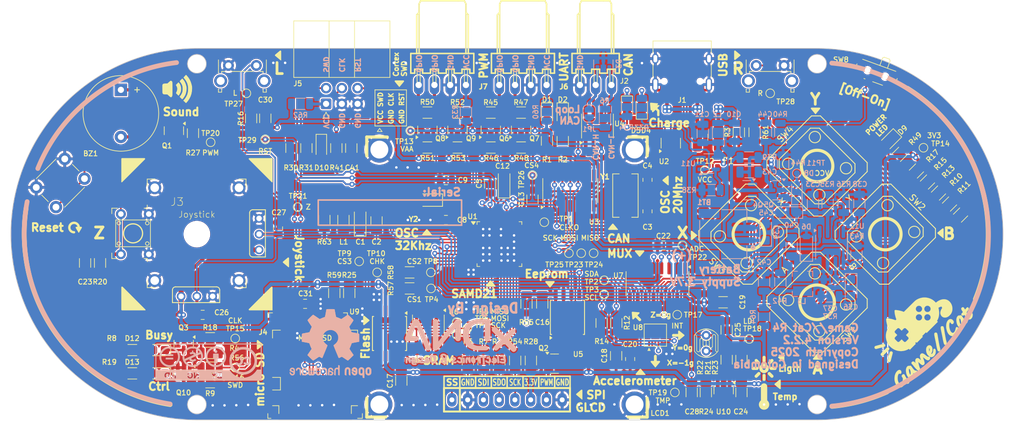
<source format=kicad_pcb>
(kicad_pcb (version 20240108) (generator "pcbnew") (generator_version "8.0")
  (title_block (title "Game//Cat - MCU-SAMC21") (date "2022-05-27") (rev "4.1.4") (company "xDNA Electronics & Design"))
  (layers (0 "F.Cu" signal) (31 "B.Cu" signal) (34 "B.Paste" user) (35 "F.Paste" user) (36 "B.SilkS" user "B.Silkscreen") (37 "F.SilkS" user "F.Silkscreen") (38 "B.Mask" user) (39 "F.Mask" user) (44 "Edge.Cuts" user))
  (net 0 "")
  (net 1 "GND")
  (net 2 "+BATT")
  (net 3 "Net-(BZ1-+)")
  (net 4 "+3V3")
  (net 5 "Net-(U1-PA01{slash}XOUT32)")
  (net 6 "ADC_CH0")
  (net 7 "SENSE_LIGHT")
  (net 8 "JOYSTICK_AXIS_Y")
  (net 9 "JOYSTICK_AXIS_X")
  (net 10 "SENSE_TEMP")
  (net 11 "Net-(C36-Pad2)")
  (net 12 "Net-(U1-PA00{slash}XIN32)")
  (net 13 "Net-(U1-VDDCORE)")
  (net 14 "Net-(U8-BYP)")
  (net 15 "Net-(U12-COMP)")
  (net 16 "RESET")
  (net 17 "Net-(U12-SS)")
  (net 18 "Net-(U12-BOOT)")
  (net 19 "VCC")
  (net 20 "BUTTON_Z")
  (net 21 "Net-(D6-K)")
  (net 22 "Net-(D1-A)")
  (net 23 "Net-(D2-A)")
  (net 24 "CHANNEL_A_3V3")
  (net 25 "CHANNEL_C_3V3")
  (net 26 "CHANNEL_B_3V3")
  (net 27 "CHANNEL_D_3V3")
  (net 28 "SRM_CS")
  (net 29 "SDA")
  (net 30 "SCL")
  (net 31 "MFS_CS")
  (net 32 "Net-(R21-Pad2)")
  (net 33 "Net-(D4-A)")
  (net 34 "SWDIO")
  (net 35 "SWDCLK")
  (net 36 "Net-(D5-K)")
  (net 37 "Net-(D9-A)")
  (net 38 "/USB COMMUNICATIONS/VBUS")
  (net 39 "/USB COMMUNICATIONS/H")
  (net 40 "/USB COMMUNICATIONS/L")
  (net 41 "/JOYSTICK, BUTTONS & SENSES/Ligth")
  (net 42 "/JOYSTICK, BUTTONS & SENSES/Button_A")
  (net 43 "/JOYSTICK, BUTTONS & SENSES/Button_B")
  (net 44 "/JOYSTICK, BUTTONS & SENSES/Button_X")
  (net 45 "/JOYSTICK, BUTTONS & SENSES/Button_Y")
  (net 46 "/JOYSTICK, BUTTONS & SENSES/Button_L")
  (net 47 "/JOYSTICK, BUTTONS & SENSES/Button_R")
  (net 48 "VDD_IN")
  (net 49 "/USB COMMUNICATIONS/OSC2")
  (net 50 "/USB COMMUNICATIONS/OSC1")
  (net 51 "Net-(D12-K)")
  (net 52 "Net-(D12-A)")
  (net 53 "Net-(JP1-Pad2)")
  (net 54 "OUTPUT_BUZZER")
  (net 55 "CAN_SS")
  (net 56 "CAN_SCK")
  (net 57 "CAN_INT")
  (net 58 "MUX_A")
  (net 59 "MUX_B")
  (net 60 "MUX_C")
  (net 61 "INT_MG")
  (net 62 "/USB COMMUNICATIONS/RXCAN")
  (net 63 "/USB COMMUNICATIONS/GPIO0")
  (net 64 "/USB COMMUNICATIONS/GPIO1")
  (net 65 "/USB COMMUNICATIONS/TXCAN")
  (net 66 "Net-(D13-K)")
  (net 67 "Net-(D13-A)")
  (net 68 "USB_DP")
  (net 69 "USB_DM")
  (net 70 "Net-(J1-CC1)")
  (net 71 "CAN_MOSI")
  (net 72 "CAN_MISO")
  (net 73 "GLCD_SCK")
  (net 74 "GLCD_MOSI")
  (net 75 "GLCD_MISO")
  (net 76 "GLCD_SS")
  (net 78 "Net-(J1-CC2)")
  (net 81 "GLCD_PWM")
  (net 82 "SPI_MISO")
  (net 83 "SPI_SCK")
  (net 84 "SPI_MOSI")
  (net 85 "USD_SS")
  (net 87 "Net-(J5-Pin_1)")
  (net 88 "Net-(J5-Pin_2)")
  (net 89 "Net-(J5-Pin_4)")
  (net 90 "Net-(J6-Pin_1)")
  (net 91 "Net-(J6-Pin_3)")
  (net 92 "USD_CK")
  (net 93 "Net-(J6-Pin_4)")
  (net 94 "Net-(J7-Pin_1)")
  (net 95 "unconnected-(SW4-Pad4)")
  (net 96 "Net-(C10-Pad1)")
  (net 97 "/POWER SUPPLY/BAT_L")
  (net 98 "/POWER SUPPLY/PROG")
  (net 100 "/POWER SUPPLY/ON-OFF")
  (net 101 "/POWER SUPPLY/BRG")
  (net 102 "Net-(J7-Pin_3)")
  (net 103 "Net-(J7-Pin_4)")
  (net 104 "Net-(LCD1-RES)")
  (net 105 "Net-(LCD1-DC)")
  (net 106 "Net-(LCD1-DIN)")
  (net 107 "Net-(LCD1-CLK)")
  (net 108 "Net-(Q1-B)")
  (net 109 "Net-(Q2-B)")
  (net 110 "Net-(Q3-G)")
  (net 111 "Net-(Q10-G)")
  (net 112 "Net-(U10-Vout)")
  (net 113 "Net-(U12-EN)")
  (net 114 "Net-(U12-FB)")
  (net 115 "/POWER SUPPLY/M")
  (net 116 "Net-(U3-CLKO{slash}SOF)")
  (net 118 "VAA")
  (net 120 "Net-(L1-Pad1)")
  (net 124 "Net-(C42-Pad1)")
  (footprint "Buzzer_Beeper:Buzzer_12x9.5RM7.6" (layer "F.Cu") (at 67.75 76.708 -90)
    (property "Reference" "BZ1")
    (property "Value" "Buzzer")
  )
  (footprint "Capacitor_Tantalum_SMD:CP_EIA-3216-18_Kemet-A" (layer "F.Cu") (at 106.324 98.015 90)
    (property "Reference" "C1")
    (property "Value" "10uF")
  )
  (footprint "Capacitor_SMD:C_1206_3216Metric" (layer "F.Cu") (at 108.966 97.89 90)
    (property "Reference" "C2")
    (property "Value" "100nF")
  )
  (footprint "Capacitor_SMD:C_1206_3216Metric" (layer "F.Cu") (at 127.2794 91.8718 90)
    (property "Reference" "C5")
    (property "Value" "100nF")
  )
  (footprint "Capacitor_SMD:C_1206_3216Metric" (layer "F.Cu") (at 135.6868 111.2502 90)
    (property "Reference" "C16")
    (property "Value" "100nF")
  )
  (footprint "Capacitor_SMD:C_1206_3216Metric" (layer "F.Cu") (at 164.846 110.998 180)
    (property "Reference" "C19")
    (property "Value" "100nF")
  )
  (footprint "Capacitor_SMD:C_0805_2012Metric" (layer "F.Cu") (at 155.21936 101.8286)
    (property "Reference" "C22")
    (property "Value" "22pF")
  )
  (footprint "Capacitor_SMD:C_1206_3216Metric" (layer "F.Cu") (at 61.976 104.65 90)
    (property "Reference" "C23")
    (property "Value" "10nF")
  )
  (footprint "Capacitor_SMD:C_1206_3216Metric" (layer "F.Cu") (at 167.8051 125.5522 90)
    (property "Reference" "C24")
    (property "Value" "100nF")
  )
  (footprint "Capacitor_SMD:C_1206_3216Metric" (layer "F.Cu") (at 165.4175 115.443 -90)
    (property "Reference" "C25")
    (property "Value" "10nF")
  )
  (footprint "Capacitor_SMD:C_0805_2012Metric" (layer "F.Cu") (at 93.091 99.0625 -90)
    (property "Reference" "C27")
    (property "Value" "10pF")
  )
  (footprint "Capacitor_SMD:C_1206_3216Metric" (layer "F.Cu") (at 159.7787 125.5522 90)
    (property "Reference" "C28")
    (property "Value" "10nF")
  )
  (footprint "Capacitor_SMD:C_1206_3216Metric" (layer "F.Cu") (at 91.0336 81.3054 -90)
    (property "Reference" "C30")
    (property "Value" "10nF")
  )
  (footprint "Capacitor_SMD:C_0805_2012Metric" (layer "F.Cu") (at 97.45214 111.252)
    (property "Reference" "C31")
    (property "Value" "10pF")
  )
  (footprint "Capacitor_SMD:C_1206_3216Metric" (layer "F.Cu") (at 104.902 86.106 -90)
    (property "Reference" "C41")
    (property "Value" "10nF")
  )
  (footprint "x_Joystick:JOYSTICK_TUMB" (layer "F.Cu") (at 80 100)
    (property "Reference" "J3")
    (property "Value" "Joystick")
  )
  (footprint "Package_TO_SOT_SMD:SOT-23" (layer "F.Cu") (at 76.3016 83.302 -90)
    (property "Reference" "Q1")
    (property "Value" "2N2907")
  )
  (footprint "Package_TO_SOT_SMD:SOT-23" (layer "F.Cu") (at 137.668 120.904)
    (property "Reference" "Q2")
    (property "Value" "2N2907")
  )
  (footprint "Package_TO_SOT_SMD:SOT-23" (layer "F.Cu") (at 127.3937 83.1977 90)
    (property "Reference" "Q6")
    (property "Value" "BS138")
  )
  (footprint "Package_TO_SOT_SMD:SOT-23" (layer "F.Cu") (at 132.2705 83.1977 90)
    (property "Reference" "Q7")
    (property "Value" "BS138")
  )
  (footprint "Package_TO_SOT_SMD:SOT-23" (layer "F.Cu") (at 117.1702 83.1977 90)
    (property "Reference" "Q8")
    (property "Value" "BS138")
  )
  (footprint "Resistor_SMD:R_1206_3216Metric" (layer "F.Cu") (at 201.353056 95.141144 -135)
    (property "Reference" "R10")
    (property "Value" "10K")
  )
  (footprint "Resistor_SMD:R_1206_3216Metric" (layer "F.Cu") (at 203.131056 96.919144 -135)
    (property "Reference" "R11")
    (property "Value" "10K")
  )
  (footprint "Resistor_SMD:R_1206_3216Metric" (layer "F.Cu") (at 199.575056 93.363144 -135)
    (property "Reference" "R13")
    (property "Value" "10K")
  )
  (footprint "Resistor_SMD:R_1206_3216Metric" (layer "F.Cu") (at 145.2626 114.3361 90)
    (property "Reference" "R14")
    (property "Value" "10K")
  )
  (footprint "Resistor_SMD:R_1206_3216Metric" (layer "F.Cu") (at 197.797056 91.585144 -135)
    (property "Reference" "R15")
    (property "Value" "10K")
  )
  (footprint "Resistor_SMD:R_1206_3216Metric" (layer "F.Cu") (at 88.7446 81.3179 90)
    (property "Reference" "R16")
    (property "Value" "10K")
  )
  (footprint "Resistor_SMD:R_1206_3216Metric" (layer "F.Cu") (at 64.389 104.65 90)
    (property "Reference" "R20")
    (property "Value" "10K")
  )
  (footprint "Resistor_SMD:R_1206_3216Metric" (layer "F.Cu") (at 165.4175 120.269 90)
    (property "Reference" "R21")
    (property "Value" "10K")
  )
  (footprint "x_OptoDevice:PHOTO_CELL_VT900" (layer "F.Cu") (at 162.1155 117.599 90)
    (property "Reference" "R22")
    (property "Value" "R_PHOTO")
  )
  (footprint "Resistor_SMD:R_1206_3216Metric" (layer "F.Cu") (at 167.8051 120.269 -90)
    (property "Reference" "R23")
    (property "Value" "100K")
  )
  (footprint "Resistor_SMD:R_1206_3216Metric" (layer "F.Cu") (at 162.0647 125.5522 90)
    (property "Reference" "R24")
    (property "Value" "33R")
  )
  (footprint "Resistor_SMD:R_1206_3216Metric" (layer "F.Cu") (at 133.858 120.396 -90)
    (property "Reference" "R28")
    (property "Value" "10R")
  )
  (footprint "Resistor_SMD:R_1206_3216Metric" (layer "F.Cu") (at 102.489 86.106 -90)
    (property "Reference" "R41")
    (property "Value" "10K")
  )
  (footprint "Resistor_SMD:R_1206_3216Metric" (layer "F.Cu") (at 127.3937 80.3783)
    (property "Reference" "R45")
    (property "Value" "10K")
  )
  (footprint "Resistor_SMD:R_1206_3216Metric" (layer "F.Cu") (at 127.3937 86.0171 180)
    (property "Reference" "R46")
    (property "Value" "10K")
  )
  (footprint "Resistor_SMD:R_1206_3216Metric" (layer "F.Cu") (at 132.2705 80.3783)
    (property "Reference" "R47")
    (property "Value" "10K")
  )
  (footprint "Resistor_SMD:R_1206_3216Metric" (layer "F.Cu") (at 117.1702 80.3783)
    (property "Reference" "R50")
    (property "Value" "10K")
  )
  (footprint "Resistor_SMD:R_1206_3216Metric" (layer "F.Cu") (at 117.1702 86.0171 180)
    (property "Reference" "R51")
    (property "Value" "10K")
  )
  (footprint "Button_Switch_THT:SW_Tactile_SPST_Angled_PTS645Vx58-2LFS" (layer "F.Cu") (at 85.09 72.771)
    (property "Reference" "SW5")
    (property "Value" "L")
  )
  (footprint "Button_Switch_THT:SW_PUSH_6mm_H5mm" (layer "F.Cu") (at 54.102 92.456 45)
    (property "Reference" "SW7")
    (property "Value" "Reset")
  )
  (footprint "Package_SO:SOIC-8_3.9x4.9mm_P1.27mm" (layer "F.Cu") (at 117.3226 114.9858 -90)
    (property "Reference" "U6")
    (property "Value" "23KXX")
  )
  (footprint "Package_TO_SOT_SMD:SOT-23" (layer "F.Cu") (at 164.9349 125.1522 -90)
    (property "Reference" "U10")
    (property "Value" "LM61")
  )
  (footprint "Package_TO_SOT_SMD:SOT-23" (layer "F.Cu") (at 122.0216 83.1977 90)
    (property "Reference" "Q9")
    (property "Value" "BS138")
  )
  (footprint "Resistor_SMD:R_1206_3216Metric" (layer "F.Cu") (at 122.0216 80.3783)
    (property "Reference" "R52")
    (property "Value" "10K")
  )
  (footprint "Resistor_SMD:R_1206_3216Metric" (layer "F.Cu") (at 122.0216 86.0171 180)
    (property "Reference" "R53")
    (property "Value" "10K")
  )
  (footprint "Button_Switch_THT:SW_Tactile_SPST_Angled_PTS645Vx58-2LFS" (layer "F.Cu") (at 170.18 72.771)
    (property "Reference" "SW6")
    (property "Value" "R")
  )
  (footprint "x_Connector_Molex:MOLEX_KK_1x03_P2.54mm_HORIZONTAL" (layer "F.Cu") (at 144.2974 75.9206)
    (property "Reference" "J2")
    (property "Value" "CAN")
  )
  (footprint "Resistor_SMD:R_1206_3216Metric" (layer "F.Cu") (at 132.2705 86.0171 180)
    (property "Reference" "R48")
    (property "Value" "10K")
  )
  (footprint "Capacitor_SMD:C_0805_2012Metric" (layer "F.Cu") (at 80.9375 113.03 180)
    (property "Reference" "C26")
    (property "Value" "10pF")
  )
  (footprint "Package_TO_SOT_SMD:SOT-23-5" (layer "F.Cu") (at 156.4132 85.309136 90)
    (property "Reference" "U2")
    (property "Value" "TPD2E2U06")
  )
  (footprint "Resistor_SMD:R_1206_3216Metric" (layer "F.Cu") (at 79.375 83.702 -90)
    (property "Reference" "R27")
    (property "Value" "2K2")
  )
  (footprint "x_Connector_Card:MICRO_SD_HC_DM3AT" (layer "F.Cu") (at 99.06 121.344)
    (property "Reference" "J4")
    (property "Value" "Micro_SD")
  )
  (footprint "Capacitor_SMD:C_0805_2012Metric" (layer "F.Cu") (at 120.1572 97.7138)
    (property "Reference" "C8")
    (property "Value" "22pF")
  )
  (footprint "Resistor_SMD:R_1206_3216Metric" (layer "F.Cu") (at 147.6248 114.3361 90)
    (property "Reference" "R12")
    (property "Value" "10K")
  )
  (footprint "Inductor_SMD:L_1206_3216Metric" (layer "F.Cu") (at 103.632 97.79 -90)
    (property "Reference" "L1")
    (property "Value" "BLM18PG471")
  )
  (footprint "Capacitor_SMD:C_0805_2012Metric" (layer "F.Cu") (at 152.654 96.3168 90)
    (property "Reference" "C3")
    (property "Value" "22pF")
  )
  (footprint "Capacitor_SMD:C_0805_2012Metric" (layer "F.Cu") (at 152.654 91.2368 -90)
    (property "Reference" "C4")
    (property "Value" "22pF")
  )
  (footprint "Capacitor_SMD:C_0805_2012Metric" (layer "F.Cu") (at 120.1572 91.2876)
    (property "Reference" "C9")
    (property "Value" "22pF")
  )
  (footprint "LED_SMD:LED_0805_2012Metric_Castellated" (layer "F.Cu") (at 136.4488 80.6988 -90)
    (property "Reference" "D1")
    (property "Value" "LED")
  )
  (footprint "LED_SMD:LED_0805_2012Metric_Castellated" (layer "F.Cu") (at 138.9888 80.6988 -90)
    (property "Reference" "D2")
    (property "Value" "LED")
  )
  (footprint "Resistor_SMD:R_1206_3216Metric" (layer "F.Cu") (at 136.4488 84.9406 90)
    (property "Reference" "R1")
    (property "Value" "2K2")
  )
  (footprint "Resistor_SMD:R_1206_3216Metric" (layer "F.Cu") (at 138.9888 84.9406 90)
    (property "Reference" "R2")
    (property "Value" "2K2")
  )
  (footprint "Package_SO:SOIC-8_3.9x4.9mm_P1.27mm" (layer "F.Cu") (at 144.5895 82.55 90)
    (property "Reference" "U4")
    (property "Value" "MCP2562FD")
  )
  (footprint "x_Crystal:ECS_160_20_3X_TR" (layer "F.Cu") (at 149.098 93.7768 -90)
    (property "Reference" "Y1")
    (property "Value" "20Mhz")
  )
  (footprint "Capacitor_Tantalum_SMD:CP_EIA-3216-18_Kemet-A" (layer "F.Cu") (at 129.54 91.8493 90)
    (property "Reference" "C12")
    (property "Value" "1uF")
  )
  (footprint "Resistor_SMD:R_1206_3216Metric" (layer "F.Cu") (at 123.698 120.396 90)
    (property "Reference" "R5")
    (property "Value" "0R")
  )
  (footprint "Resistor_SMD:R_1206_3216Metric" (layer "F.Cu") (at 126.238 120.396 90)
    (property "Reference" "R7")
    (property "Value" "0R")
  )
  (footprint "Resistor_SMD:R_1206_3216Metric" (layer "F.Cu") (at 128.778 120.396 90)
    (property "Reference" "R29")
    (property "Value" "0R")
  )
  (footprint "Resistor_SMD:R_1206_3216Metric" (layer "F.Cu") (at 131.318 120.396 90)
    (property "Reference" "R54")
    (property "Value" "0R")
  )
  (footprint "LED_SMD:LED_0805_2012Metric_Castellated" (layer "F.Cu") (at 73.8916 118.715 180)
    (property "Reference" "D12")
    (property "Value" "LED")
  )
  (footprint "LED_SMD:LED_0805_2012Metric_Castellated" (layer "F.Cu") (at 73.8916 122.4765 180)
    (property "Reference" "D13")
    (property "Value" "LED")
  )
  (footprint "Package_TO_SOT_SMD:SOT-23" (layer "F.Cu") (at 77.8764 117.7775 -90)
    (property "Reference" "Q3")
    (property "Value" "2N7002")
  )
  (footprint "Package_TO_SOT_SMD:SOT-23" (layer "F.Cu") (at 77.8794 122.4765 -90)
    (property "Reference" "Q10")
    (property "Value" "2N7002")
  )
  (footprint "Resistor_SMD:R_1206_3216Metric" (layer "F.Cu") (at 69.593841 118.715 180)
    (property "Reference" "R8")
    (property "Value" "2K2")
  )
  (footprint "Resistor_SMD:R_1206_3216Metric" (layer "F.Cu") (at 69.593841 122.4765 180)
    (property "Reference" "R19")
    (property "Value" "2K2")
  )
  (footprint "Resistor_SMD:R_1206_3216Metric" (layer "F.Cu") (at 133.1468 111.252 -90)
    (property "Reference" "R55")
    (property "Value" "4K7")
  )
  (footprint "Resistor_SMD:R_1206_3216Metric" (layer "F.Cu") (at 82.1436 121.539)
    (property "Reference" "R56")
    (property "Value" "100R")
  )
  (footprint "Resistor_SMD:R_1206_3216Metric" (layer "F.Cu") (at 114.3 108.7628)
    (property "Reference" "R57")
    (property "Value" "10K")
  )
  (footprint "x_Package_DFN_QFN:QFN_16_3x3x1mm_P0.5mm" (layer "F.Cu") (at 153.924 116.2986 90)
    (property "Reference" "U8")
    (property "Value" "MMA8452Q")
  )
  (footprint "Capacitor_SMD:C_0805_2012Metric" (layer "F.Cu") (at 149.86 120.159 90)
    (property "Reference" "C20")
    (property "Value" "10pF")
  )
  (footprint "Capacitor_SMD:C_1206_3216Metric" (layer "F.Cu") (at 147.5994 119.634 90)
    (property "Reference" "C18")
    (property "Value" "100nF")
  )
  (footprint "Resistor_SMD:R_1206_3216Metric" (layer "F.Cu") (at 82.1436 116.8123)
    (property "Reference" "R18")
    (property "Value" "100R")
  )
  (footprint "Package_SO:SOIC-16_3.9x9.9mm_P1.27mm" (layer "F.Cu") (at 154.26436 107.9881 -90)
    (property "Reference" "U7")
    (property "Value" "74HC4051")
  )
  (footprint "Resistor_SMD:R_1206_3216Metric" (layer "F.Cu") (at 95.25 86.106 90)
    (property "Reference" "R30")
    (property "Value" "0R")
  )
  (footprint "Capacitor_SMD:C_1206_3216Metric" (layer "F.Cu") (at 112.9665 123.698 90)
    (property "Reference" "C17")
    (property "Value" "100nF")
  )
  (footprint "Package_SO:SOIC-8W_5.3x5.3mm_P1.27mm" (layer "F.Cu") (at 111.0615 116.0358 -90)
    (property "Reference" "U9")
    (property "Value" "SST26VF032B")
  )
  (footprint "Resistor_SMD:R_1206_3216Metric" (layer "F.Cu") (at 102.1588 109.5365 -90)
    (property "Reference" "R59")
    (property "Value" "10K")
  )
  (footprint "Package_QFP:TQFP-48_7x7mm_P0.5mm" (layer "F.Cu") (at 128.782 101.604)
    (property "Reference" "U1")
    (property "Value" "ATSAMD21G18A")
  )
  (footprint "Resistor_SMD:R_1206_3216Metric" (layer "F.Cu") (at 104.5718 109.5365 -90)
    (property "Reference" "R25")
    (property "Value" "10K")
  )
  (footprint "Resistor_SMD:R_1206_3216Metric" (layer "F.Cu") (at 97.663 86.106 90)
    (property "Reference" "R31")
    (property "Value" "0R")
  )
  (footprint "Capacitor_SMD:C_1206_3216Metric" (layer "F.Cu") (at 134.112 94.3722 90)
    (property "Reference" "C13")
    (property "Value" "100nF")
  )
  (footprint "x_Button_Switch_SMD:SW_PUSH_SMD_125x12mm_SNAP_GREEN" (layer "F.Cu") (at 180 111 -135)
    (property "Reference" "SW1")
    (property "Value" "A")
  )
  (footprint "x_Button_Switch_SMD:SW_PUSH_SMD_125x12mm_SNAP_RED" (layer "F.Cu") (at 191 100 -45)
    (property "Reference" "SW2")
    (property "Value" "B")
  )
  (footprint "x_Button_Switch_SMD:SW_PUSH_SMD_125x12mm_SNAP_BLUE" (layer "F.Cu") (at 169 100 135)
    (property "Reference" "SW3")
    (property "Value" "X")
  )
  (footprint "x_Button_Switch_SMD:SW_PUSH_SMD_125x12mm_SNAP_YELLOW" (layer "F.Cu") (at 180 89 45)
    (property "Reference" "SW4")
    (property "Value" "Y")
  )
  (footprint "LED_SMD:LED_0805_2012Metric_Castellated" (layer "F.Cu") (at 151.7396 79.5528 90)
    (property "Reference" "D4")
    (property "Value" "LED")
  )
  (footprint "LED_SMD:LED_0805_2012Metric_Castellated" (layer "F.Cu") (at 149.352 79.5928 -90)
    (property "Reference" "D5")
    (property "Value" "LED")
  )
  (footprint "LED_SMD:LED_0805_2012Metric" (layer "F.Cu") (at 191.77 84.836 -135)
    (property "Reference" "D9")
    (property "Value" "LED")
  )
  (footprint "Resistor_SMD:R_1206_3216Metric" (layer "F.Cu") (at 193.294 87.122 -135)
    (property "Reference" "R49")
    (property "Value" "33R")
  )
  (footprint "x_Display:GLCD_PCD8544_BASE" (layer "F.Cu") (at 129.999994 106.925999)
    (property "Reference" "LCD1")
    (property "Value" "PCD8544" (hide yes))
  )
  (footprint "Button_Switch_SMD:SW_SPDT_PCM12" (layer "F.Cu") (at 189.4332 74.3712 160)
    (property "Reference" "SW8")
    (property "Value" "SW_SPDT")
  )
  (footprint "Resistor_SMD:R_1206_3216Metric" (layer "F.Cu") (at 196.019056 89.807144 -135)
    (property "Reference" "R17")
    (property "Value" "10K")
  )
  (footprint "TestPoint:TestPoint_Pad_D1.0mm" (layer "F.Cu") (at 197.1548 86.0552)
    (property "Reference" "TP14")
    (property "Value" "3V3")
  )
  (footprint "TestPoint:TestPoint_Pad_D1.0mm" (layer "F.Cu") (at 109.0676 106.172)
    (property "Reference" "TP10")
    (property "Value" "CHK")
  )
  (footprint "Resistor_SMD:R_1206_3216Metric" (layer "F.Cu") (at 82.1436 123.9012 180)
    (property "Reference" "R9")
    (property "Value" "10K")
  )
  (footprint "x_Logos:xdna_game_cat_logo_skill_bold" (layer "F.Cu") (at 196.215 115.57 45)
    (property "Reference" "G***" (hide yes))
    (property "Value" "GameCat" (hide yes))
  )
  (footprint "Package_SO:SOIC-8W_5.3x5.3mm_P1.27mm" (layer "F.Cu") (at 139.7508 113.4377 90)
    (property "Reference" "U5")
    (property "Value" "24LC512")
  )
  (footprint "TestPoint:TestPoint_Pad_D1.0mm" (layer "F.Cu") (at 172.434999 77.2668)
    (property "Reference" "TP28")
    (property "Value" "R")
  )
  (footprint "TestPoint:TestPoint_Pad_D1.0mm" (layer "F.Cu") (at 145.669 107.442)
    (property "Reference" "TP2")
    (property "Value" "SDA")
  )
  (footprint "TestPoint:TestPoint_Pad_D1.0mm" (layer "F.Cu") (at 157.0736 125.5522)
    (property "Reference" "TP19")
    (property "Value" "TMP")
  )
  (footprint "TestPoint:TestPoint_Pad_D1.0mm" (layer "F.Cu") (at 117.7544 108.7628)
    (property "Reference" "TP4")
    (property "Value" "CS1")
  )
  (footprint "x_Connector_USB:USB_C_HRO_TYPE-C-31-M-12" (layer "F.Cu") (at 158.242 72.719006 180)
    (property "Reference" "J1")
    (property "Value" "USB_C")
  )
  (footprint "TestPoint:TestPoint_Pad_D1.0mm" (layer "F.Cu") (at 141.969066 103.0732)
    (property "Reference" "TP23")
    (property "Value" "MOSI")
  )
  (footprint "Resistor_SMD:R_1206_3216Metric" (layer "F.Cu") (at 82.1436 119.17565 180)
    (property "Reference" "R4")
    (property "Value" "10K")
  )
  (footprint "Diode_SMD:D_SOD-323_HandSoldering" (layer "F.Cu") (at 100.076 85.8935 -90)
    (property "Reference" "D10")
    (property "Value" "BAT60J")
  )
  (footprint "Connector_IDC:IDC-Header_2x03_P2.54mm_Horizontal" (layer "F.Cu") (at 100.833 78.9686 90)
    (property "Reference" "J5")
    (property "Value" "CORTEX-SWD")
  )
  (footprint "Resistor_SMD:R_1206_3216Metric" (layer "F.Cu") (at 167.386 83.566 90)
    (property "Reference" "R3")
    (property "Value" "5K1")
  )
  (footprint "TestPoint:TestPoint_Pad_D1.0mm" (layer "F.Cu") (at 121.8946 116.2304)
    (property "Reference" "TP7")
    (property "Value" "SCK")
  )
  (footprint "Resistor_SMD:R_1206_3216Metric" (layer "F.Cu") (at 114.3 106.172)
    (property "Reference" "R58")
    (property "Value" "10K")
  )
  (footprint "TestPoint:TestPoint_Pad_D1.0mm" (layer "F.Cu") (at 114.427 83.312)
    (property "Reference" "TP13")
    (property "Value" "VAA")
  )
  (footprint "TestPoint:TestPoint_Pad_D1.0mm" (layer "F.Cu") (at 86.1852 116.84)
    (property "Reference" "TP15")
    (property "Value" "CLK")
  )
  (footprint "x_Connector_Molex:MOLEX_KK_1x04_P2.54mm_HORIZONTAL" (layer "F.Cu") (at 132.572 75.9206)
    (property "Reference" "J6")
    (property "Value" "UART")
  )
  (footprint "Package_SO:SOIC-14_3.9x8.7mm_P1.27mm" (layer "F.Cu") (at 140.208 92.964 90)
    (property "Reference" "U3")
    (property "Value" "MCP2518FD")
  )
  (footprint "TestPoint:TestPoint_Pad_D1.0mm" (layer "F.Cu") (at 123.5964 115.2144)
    (property "Reference" "TP6")
    (property "Value" "MOSI")
  )
  (footprint "TestPoint:TestPoint_Pad_D1.0mm" (layer "F.Cu") (at 157.4546 113.0046)
    (property "Reference" "TP17")
    (property "Value" "INT")
  )
  (footprint "TestPoint:TestPoint_Pad_D1.0mm" (layer "F.Cu") (at 145.669 109.728)
    (property "Reference" "TP3")
    (property "Value" "SCL")
  )
  (footprint "TestPoint:TestPoint_Pad_D1.0mm" (layer "F.Cu") (at 161.925 89.662)
    (property "Reference" "TP12")
    (property "Value" "VCC")
  )
  (footprint "x_Connector_Molex:MOLEX_KK_1x04_P2.54mm_HORIZONTAL" (layer "F.Cu") (at 119.572 75.9206)
    (property "Reference" "J7")
    (property "Value" "PWM")
  )
  (footprint "TestPoint:TestPoint_Pad_D1.0mm" (layer "F.Cu") (at 106.172 104.394)
    (property "Reference" "TP9")
    (property "Value" "CS3")
  )
  (footprint "x_Fuses:MF_SMDF200" (layer "F.Cu") (at 162.392008 84.3534 180)
    (property "Reference" "F1")
    (property "Value" "500mA")
  )
  (footprint "x_Crystal:MS1V-T1K_32.768KHZ_7PF_20PPM_TA" (layer "F.Cu") (at 117.5572 94.5088 90)
    (property "Reference" "Y2")
    (property "Value" "Crystal_GND3")
  )
  (footprint "TestPoint:TestPoint_Pad_D1.0mm" (layer "F.Cu") (at 87.9856 77.2668)
    (property "Reference" "TP27")
    (property "Value" "L")
  )
  (footprint "Resistor_SMD:R_1206_3216Metric" (layer "F.Cu") (at 169.926 83.5533 90)
    (property "Reference" "R61")
    (property "Value" "5K1")
  )
  (footprint "TestPoint:TestPoint_Pad_D1.0mm" (layer "F.Cu") (at 169.0624 116.918)
    (property "Reference" "TP18")
    (property "Value" "LDI")
  )
  (footprint "x_Logos:xdna_game_cat_logo_skill_bold" (layer "F.Cu") (at 196.215 115.57 45)
    (property "Reference" "G***" (hide yes))
    (property "Value" "GameCat" (hide yes))
  )
  (footprint "TestPoint:TestPoint_Pad_D1.0mm" (layer "F.Cu") (at 82.2198 85.1645)
    (property "Reference" "TP20")
    (property "Value" "PWM")
  )
  (footprint "TestPoint:TestPoint_Pad_D1.0mm" (layer "F.Cu") (at 91.0336 84.70265)
    (property "Reference" "TP29")
    (property "Value" "RST")
  )
  (footprint "Resistor_SMD:R_1206_3216Metric" (layer "F.Cu") (at 100.556133 97.6775 90)
    (property "Reference" "R63")
    (property "Value" "0R")
  )
  (footprint "TestPoint:TestPoint_Pad_D1.0mm" (layer "F.Cu") (at 158.2928 101.8286)
    (property "Reference" "TP22")
    (property "Value" "ADC")
  )
  (footprint "TestPoint:TestPoint_Pad_D1.0mm" (layer "F.Cu") (at 117.729 106.172)
    (property "Reference" "TP8")
    (property "Value" "CS2")
  )
  (footprint "TestPoint:TestPoint_Pad_D1.0mm" (layer "F.Cu") (at 143.9672 103.0732)
    (property "Reference" "TP24")
    (property "Value" "MISO")
  )
  (footprint "TestPoint:TestPoint_Pad_D1.0mm" (layer "F.Cu") (at 134.112 90.489)
    (property "Reference" "TP26")
    (property "Value" "CS4")
  )
  (footprint "TestPoint:TestPoint_Pad_D1.0mm" (layer "F.Cu") (at 86.1852 121.538999)
    (property "Reference" "TP16")
    (property "Value" "SWD")
  )
  (footprint "TestPoint:TestPoint_Pad_D1.0mm" (layer "F.Cu") (at 139.9794 103.0732)
    (property "Reference" "TP25")
    (property "Value" "SCK")
  )
  (footprint "x_Logos:symbol_sound_skill" (layer "F.Cu") (at 76.835 76.581)
    (property "Reference" "G***" (hide yes))
    (property "Value" "LOGO" (hide yes))
  )
  (footprint "TestPoint:TestPoint_Pad_D1.0mm" (layer "F.Cu") (at 136.017 98.07685)
    (property "Reference" "TP1")
    (property "Value" "CLKO")
  )
  (footprint "TestPoint:TestPoint_Pad_D1.0mm" (layer "F.Cu") (at 96.266 95.631)
    (property "Reference" "TP21" (hide yes))
    (property "Value" "Z")
  )
  (footprint "TestPoint:TestPoint_Pad_D1.0mm" (layer "F.Cu") (at 121.8946 114.1984)
    (property "Reference" "TP5")
    (property "Value" "MISO")
  )
  (footprint "Package_TO_SOT_SMD:SOT-23" (layer "B.Cu") (at 145.542 72.517 90)
    (property "Reference" "D3")
    (property "Value" "NUP2105L")
  )
  (footprint "x_Connector_JST:Connector_1x02_P2.0mm" (layer "B.Cu") (at 168.32466 100 90)
    (property "Reference" "BT1")
    (property "Value" "3V7")
  )
  (footprint "Jumper:SolderJumper-2_P1.3mm_Open_RoundedPad1.0x1.5mm" (layer "B.Cu") (at 143.256 80.518 -90)
    (property "Reference" "JP1")
    (property "Value" "Jumper CAN")
  )
  (footprint "Capacitor_SMD:C_1206_3216Metric" (layer "B.Cu") (at 166.6651 83.5533 -90)
    (property "Reference" "C10")
    (property "Value" "10nF")
  )
  (footprint "Capacitor_SMD:C_1206_3216Metric" (layer "B.Cu") (at 161.5694 83.7422 90)
    (property "Reference" "C11")
    (property "Value" "100nF")
  )
  (footprint "Capacitor_SMD:C_1206_3216Metric" (layer "B.Cu") (at 171.7548 83.54314 90)
    (property "Reference" "C44")
    (property "Value" "100nF")
  )
  (footprint "Capacitor_Tantalum_SMD:CP_EIA-3216-18_Kemet-A" (layer "B.Cu") (at 175.3674 96.52 180)
    (property "Reference" "C45")
    (property "Value" "1uF")
  )
  (footprint "Diode_SMD:D_SOD-323_HandSoldering" (layer "B.Cu") (at 176.737 93.2132 90)
    (property "Reference" "D8")
    (property "Value" "BAT60J")
  )
  (footprint "Package_TO_SOT_SMD:SOT-23" (layer "B.Cu") (at 173.482 92.9132 180)
    (property "Reference" "Q5")
    (property "Value" "NTR1P02LT1")
  )
  (footprint "Resistor_SMD:R_1206_3216Metric" (layer "B.Cu") (at 149.352 79.5528 -90)
    (property "Reference" "R34")
    (property "Value" "470R")
  )
  (footprint "Resistor_SMD:R_1206_3216Metric" (layer "B.Cu") (at 162.90466 92.8878 180)
    (property "Reference" "R38")
    (property "Value" "2K")
  )
  (footprint "Resistor_SMD:R_1206_3216Metric" (layer "B.Cu") (at 174.0662 83.5533 90)
    (property "Reference" "R40")
    (property "Value" "180")
  )
  (footprint "Resistor_SMD:R_1206_3216Metric" (layer "B.Cu") (at 174.5234 88.646 90)
    (property "Reference" "R44")
    (property "Value" "2K")
  )
  (footprint "Package_TO_SOT_SMD:SOT-23-5" (layer "B.Cu") (at 162.52466 88.5952)
    (property "Reference" "U11")
    (property "Value" "MCP73831")
  )
  (footprint "Inductor_SMD:L_1206_3216Metric" (layer "B.Cu") (at 164.03066 83.6422 -90)
    (property "Reference" "L2")
    (property "Value" "BLM18PG471")
  )
  (footprint "Resistor_SMD:R_1206_3216Metric" (layer "B.Cu") (at 145.796 81.28 -90)
    (property "Reference" "R6")
    (property "Value" "120R")
  )
  (footprint "Resistor_SMD:R_1206_3216Metric" (layer "B.Cu") (at 151.7396 79.5528 90)
    (property "Reference" "R33")
    (property "Value" "470R")
  )
  (footprint "Capacitor_SMD:C_1206_3216Metric" (layer "B.Cu") (at 169.04466 89.9795 180)
    (property "Reference" "C43")
    (property "Value" "100nF")
  )
  (footprint "Resistor_SMD:R_1206_3216Metric" (layer "B.Cu") (at 169.02466 87.63)
    (property "Reference" "R39")
    (property "Value" "10K")
  )
  (footprint "Package_TO_SOT_SMD:SOT-23" (layer "B.Cu") (at 168.66466 92.9132 180)
    (property "Reference" "Q4")
    (property "Value" "DMP3056L")
  )
  (footprint "Capacitor_SMD:C_1206_3216Metric" (layer "B.Cu") (at 171.45 107.7107 90)
    (property "Reference" "C42")
    (property "Value" "47pF")
  )
  (footprint "Package_SO:SOIC-8_3.9x4.9mm_P1.27mm" (layer "B.Cu") (at 182.331611 102.108 -90)
    (property "Reference" "U12")
    (property "Value" "TPS54231")
  )
  (footprint "Resistor_SMD:R_1206_3216Metric" (layer "B.Cu") (at 186.344811 103.380289 90)
    (property "Reference" "R43")
    (property "Value" "3K")
  )
  (footprint "x_Inductor_SMD:L_Murata_82103C" (layer "B.Cu") (at 177.6476 108.0282 -90)
    (property "Reference" "L3")
    (property "Value" "82103C")
  )
  (footprint "Diode_SMD:D_SOD-123" (layer "B.Cu") (at 178.276611 102.021388 90)
    (property "Reference" "D6")
    (property "Value" "1N5819HW")
  )
  (footprint "Capacitor_SMD:C_1206_3216Metric" (layer "B.Cu") (at 186.817 95.058988 90)
    (property "Reference" "C38")
    (property "Value" "15pF")
  )
  (footprint "Resistor_SMD:R_1206_3216Metric" (layer "B.Cu") (at 184.277 95.058988 90)
    (property "Reference" "R36")
    (property "Value" "68K")
  )
  (footprint "Capacitor_Tantalum_SMD:CP_EIA-3216-18_Kemet-A" (layer "B.Cu") (at 185.481211 108.665 -90)
    (property "Reference" "C36")
    (property "Value" "1uF")
  )
  (footprint "Resistor_SMD:R_1206_3216Metric" (layer "B.Cu") (at 182.077611 110.0455 180)
    (property "Reference" "R37")
    (property "Value" "30K")
  )
  (footprint "Capacitor_SMD:C_1206_3216Metric" (layer "B.Cu") (at 175.895 102.021388 -90)
    (property "Reference" "C40")
    (property "Value" "100nF")
  )
  (footprint "Capacitor_SMD:C_0805_2012Metric" (layer "B.Cu") (at 182.029112 107.315 180)
    (property "Reference" "C37")
    (property "Value" "47pF")
  )
  (footprint "Resistor_SMD:R_1206_3216Metric" (layer "B.Cu") (at 174.07661 107.7107 90)
    (property "Reference" "R42")
    (property "Value" "10K")
  )
  (footprint "Capacitor_SMD:C_1206_3216Metric" (layer "B.Cu") (at 179.334411 95.058988 90)
    (property "Reference" "C33")
    (property "Value" "100nF")
  )
  (footprint "Capacitor_Tantalum_SMD:CP_EIA-3216-18_Kemet-A" (layer "B.Cu") (at 171.704 99.65 90)
    (property "Reference" "C39")
    (property "Value" "4.7uF")
  )
  (footprint "Resistor_SMD:R_1206_3216Metric" (layer "B.Cu") (at 181.696612 95.058988 90)
    (property "Reference" "R35")
    (property "Value" "332R")
  )
  (footprint "x_Logos:xdna_electronics_design_round_copper" (layer "B.Cu") (at 122.555 117.4242 180)
    (property "Reference" "G***" (hide yes))
    (property "Value" "LOGO" (hide yes))
  )
  (footprint "Resistor_SMD:R_1206_3216Metric" (layer "B.Cu") (at 123.382 80.264 90)
    (property "Reference" "R32")
    (property "Value" "0R")
  )
  (footprint "Resistor_SMD:R_1206_3216Metric" (layer "B.Cu") (at 96.7125 78.9686)
    (property "Reference" "R62")
    (property "Value" "0R")
  )
  (footprint "x_Logos:symbol_commons_by_nc_nd_skill_small" (layer "B.Cu") (at 81.8896 120.65 180)
    (property "Reference" "G***" (hide yes))
    (property "Value" "LOGO" (hide yes))
  )
  (footprint "Resistor_SMD:R_1206_3216Metric" (layer "B.Cu") (at 171.45 113.33625 90)
    (property "Reference" "R64")
    (property "Value" "0R")
  )
  (footprint "Resistor_SMD:R_1206_3216Metric" (layer "B.Cu") (at 136.382 80.264 90)
    (property "Reference" "R60")
    (property "Value" "0R")
  )
  (footprint "Symbol:OSHW-Logo2_14.6x12mm_SilkScreen" (layer "B.Cu") (at 101.5492 117.6528 180)
    (property "Reference" "REF**" (hide yes))
    (property "Value" "OSHW-Logo2_14.6x12mm_SilkScreen" (hide yes))
  )
  (footprint "TestPoint:TestPoint_Pad_D1.0mm" (layer "B.Cu") (at 176.737 90.17 180)
    (property "Reference" "TP11")
    (property "Value" "VCC")
  )
  (footprint "Symbol:OSHW-Logo2_14.6x12mm_SilkScreen" (layer "B.Cu") (at 101.5492 117.6528 180)
    (property "Reference" "REF**" (hide yes))
    (property "Value" "OSHW-Logo2_14.6x12mm_SilkScreen" (hide yes))
  )
  (footprint "x_Logos:symbol_commons_by_nc_nd_copper_small" (layer "B.Cu") (at 81.8896 120.65 180)
    (property "Reference" "G***" (hide yes))
    (property "Value" "LOGO" (hide yes))
  )
  (footprint "x_Logos:xdna_electronics_design_round_skill" (layer "B.Cu") (at 122.555 117.4242 180)
    (property "Reference" "G***" (hide yes))
    (property "Value" "LOGO" (hide yes))
  )
  (gr_poly (pts (xy 122.670213 98.538232) (xy 99.556213 98.538232) (xy 99.556213 94.474232) (xy 122.670213 94.474232)) (stroke (width 0.1)) (fill solid) (layer "B.Cu") (net 1))
  (gr_arc (start 75.692 127.416432) (mid 57.262564 115.956481) (end 52.637401 94.753122) (stroke (width 0.762)) (layer "B.SilkS"))
  (gr_arc (start 54.356 89.408) (mid 63.208689 77.80508) (end 76.728825 72.309284) (stroke (width 0.762)) (layer "B.SilkS"))
  (gr_arc (start 182.372 72.39) (mid 207.63427 100.076) (end 182.372 127.762) (stroke (width 0.762)) (layer "B.SilkS"))
  (gr_poly (pts (xy 122.682 98.552) (xy 99.568 98.552) (xy 99.568 94.488) (xy 122.682 94.488)) (stroke (width 0.254)) (fill none) (layer "B.SilkS"))
  (gr_line (start 122.4026 122.9614) (end 122.4026 124.9172) (stroke (width 0.254)) (layer "F.SilkS"))
  (gr_line (start 124.9426 122.936) (end 124.9426 124.841) (stroke (width 0.254)) (layer "F.SilkS"))
  (gr_line (start 127.4826 122.936) (end 127.4826 124.841) (stroke (width 0.254)) (layer "F.SilkS"))
  (gr_line (start 130.0226 122.936) (end 130.0226 124.841) (stroke (width 0.254)) (layer "F.SilkS"))
  (gr_line (start 132.588 122.936) (end 132.588 124.8156) (stroke (width 0.254)) (layer "F.SilkS"))
  (gr_line (start 135.128 122.936) (end 135.128 124.8156) (stroke (width 0.254)) (layer "F.SilkS"))
  (gr_line (start 137.6934 122.936) (end 137.6934 124.8156) (stroke (width 0.254)) (layer "F.SilkS"))
  (gr_poly (pts (xy 90.551 117.856) (xy 89.789 118.491) (xy 89.789 117.221)) (stroke (width 0.254)) (fill solid) (layer "F.SilkS"))
  (gr_arc (start 194.564 76.454) (mid 206.25293 91.478783) (end 205.511609 110.500497) (stroke (width 0.762)) (layer "F.SilkS"))
  (gr_arc (start 191.262 125.476) (mid 186.926564 127.004821) (end 182.399149 127.802196) (stroke (width 0.762)) (layer "F.SilkS"))
  (gr_line (start 171.45 123.444) (end 171.45 122.809) (stroke (width 0.508)) (layer "F.SilkS"))
  (gr_line (start 170.307 121.666) (end 169.672 121.666) (stroke (width 0.508)) (layer "F.SilkS"))
  (gr_line (start 173.228 121.666) (end 172.593 121.666) (stroke (width 0.508)) (layer "F.SilkS"))
  (gr_line (start 172.72 120.396) (end 172.339 120.777) (stroke (width 0.508)) (layer "F.SilkS"))
  (gr_line (start 170.18 120.396) (end 170.561 120.777) (stroke (width 0.508)) (layer "F.SilkS"))
  (gr_line (start 170.607223 122.508777) (end 170.18 122.936) (stroke (width 0.508)) (layer "F.SilkS"))
  (gr_line (start 172.292777 122.508777) (end 172.72 122.936) (stroke (width 0.508)) (layer "F.SilkS"))
  (gr_poly (pts (xy 158.4833 116.332) (xy 157.7213 116.967) (xy 157.7213 115.697)) (stroke (width 0.254)) (fill solid) (layer "F.SilkS"))
  (gr_line (start 156.8323 116.332) (end 157.9753 116.332) (stroke (width 0.4572)) (layer "F.SilkS"))
  (gr_line (start 151.4094 113.8174) (end 150.601177 113.009177) (stroke (width 0.4572)) (layer "F.SilkS"))
  (gr_poly (pts (xy 150.241966 112.649966) (xy 151.229794 112.739769) (xy 150.331769 113.637795)) (stroke (width 0.254)) (fill solid) (layer "F.SilkS"))
  (gr_poly (pts (xy 92.075 87.847898) (xy 92.075 91.44) (xy 88.482898 87.847898)) (stroke (width 0.254)) (fill solid) (layer "F.SilkS"))
  (gr_poly (pts (xy 67.945 87.847898) (xy 71.537102 87.847898) (xy 67.945 91.44)) (stroke (width 0.254)) (fill solid) (layer "F.SilkS"))
  (gr_poly (pts (xy 67.945 112.177102) (xy 67.945 108.585) (xy 71.537102 112.177102)) (stroke (width 0.254)) (fill solid) (layer "F.SilkS"))
  (gr_poly (pts (xy 92.075 112.177102) (xy 88.482898 112.177102) (xy 92.075 108.585)) (stroke (width 0.254)) (fill solid) (layer "F.SilkS"))
  (gr_poly (pts (xy 153.416 79.208997) (xy 154.403828 79.2988) (xy 153.505803 80.196826)) (stroke (width 0.254)) (fill solid) (layer "F.SilkS"))
  (gr_line (start 153.4795 79.2099) (end 154.3685 80.0481) (stroke (width 0.381)) (layer "F.SilkS"))
  (gr_line (start 154.3939 80.0989) (end 154.3939 80.7847) (stroke (width 0.381)) (layer "F.SilkS"))
  (gr_line (start 109.855 83.439) (end 109.474 82.931) (stroke (width 0.12)) (layer "F.SilkS"))
  (gr_line (start 108.712 76.708) (end 108.712 82.55) (stroke (width 0.12)) (layer "F.SilkS"))
  (gr_poly (pts (xy 136.9314 108.458001) (xy 136.2964 107.696001) (xy 137.5664 107.696)) (stroke (width 0.254)) (fill solid) (layer "F.SilkS"))
  (gr_line (start 109.474 82.931) (end 109.093 83.439) (stroke (width 0.12)) (layer "F.SilkS"))
  (gr_poly (pts (xy 112.649 76.073) (xy 112.014 75.311) (xy 113.284 75.310999)) (stroke (width 0.254)) (fill solid) (layer "F.SilkS"))
  (gr_poly (pts (xy 93.979999 104.521) (xy 94.741999 103.886) (xy 94.742 105.156)) (stroke (width 0.254)) (fill solid) (layer "F.SilkS"))
  (gr_poly (pts (xy 199.517 99.822) (xy 200.279 99.187) (xy 200.279001 100.457)) (stroke (width 0.254)) (fill solid) (layer "F.SilkS"))
  (gr_poly (pts (xy 127.3556 107.5944) (xy 127.9906 108.3564) (xy 126.7206 108.356401)) (stroke (width 0.254)) (fill solid) (layer "F.SilkS"))
  (gr_line (start 171.45 127.508) (end 171.45 124.587) (stroke (width 1.016)) (layer "F.SilkS"))
  (gr_line (start 108.712 82.55) (end 113.792 82.55) (stroke (width 0.12)) (layer "F.SilkS"))
  (gr_poly (pts (xy 151.384 103.505) (xy 150.749 102.743) (xy 152.019 102.742999)) (stroke (width 0.254)) (fill solid) (layer "F.SilkS"))
  (gr_poly (pts (xy 141.274799 125.857) (xy 142.036799 125.222) (xy 142.0368 126.492)) (stroke (width 0.254)) (fill solid) (layer "F.SilkS"))
  (gr_poly (pts (xy 151.511 121.843799) (xy 152.146 122.605799) (xy 150.876 122.6058)) (stroke (width 0.254)) (fill solid) (layer "F.SilkS"))
  (gr_poly (pts (xy 179.744557 80.463869) (xy 179.109557 79.701869) (xy 180.379557 79.701868)) (stroke (width 0.254)) (fill solid) (layer "F.SilkS"))
  (gr_line (start 113.792 82.55) (end 113.792 76.708) (stroke (width 0.12)) (layer "F.SilkS"))
  (gr_poly (pts (xy 173.837599 119.888) (xy 174.599599 119.253) (xy 174.5996 120.523)) (stroke (width 0.254)) (fill solid) (layer "F.SilkS"))
  (gr_poly (pts (xy 107.696 113.919) (xy 106.934 114.554) (xy 106.933999 113.284)) (stroke (width 0.254)) (fill solid) (layer "F.SilkS"))
  (gr_poly (pts (xy 167.513 71.12) (xy 166.751 71.755) (xy 166.750999 70.485)) (stroke (width 0.254)) (fill solid) (layer "F.SilkS"))
  (gr_poly (pts (xy 60.96 99.568) (xy 60.579 98.933) (xy 61.341 98.933)) (stroke (width 0.254)) (fill solid) (layer "F.SilkS"))
  (gr_poly (pts (xy 180.086 119.38) (xy 180.721 120.142) (xy 179.451 120.142001)) (stroke (width 0.254)) (fill solid) (layer "F.SilkS"))
  (gr_line (start 119.8499 122.936) (end 119.8499 124.8918) (stroke (width 0.254)) (layer "F.SilkS"))
  (gr_poly (pts (xy 173.253399 124.2314) (xy 174.015399 123.5964) (xy 174.0154 124.8664)) (stroke (width 0.254)) (fill solid) (layer "F.SilkS"))
  (gr_line (start 171.45 120.523) (end 171.45 119.888) (stroke (width 0.508)) (layer "F.SilkS"))
  (gr_poly (pts (xy 117.083589 99.314) (xy 117.718589 100.076) (xy 116.448589 100.076001)) (stroke (width 0.254)) (fill solid) (layer "F.SilkS"))
  (gr_poly (pts (xy 115.443 119.887999) (xy 116.078 120.649999) (xy 114.808 120.65)) (stroke (width 0.254)) (fill solid) (layer "F.SilkS"))
  (gr_line (start 109.093 83.439) (end 109.855 83.439) (stroke (width 0.12)) (layer "F.SilkS"))
  (gr_poly (pts (xy 92.71 71.12) (xy 93.472 70.485) (xy 93.472001 71.755)) (stroke (width 0.254)) (fill solid) (layer "F.SilkS"))
  (gr_line (start 140.1699 122.936) (end 140.1699 124.968) (stroke (width 0.254)) (layer "F.SilkS"))
  (gr_poly (pts (xy 155.193999 91.313) (xy 155.955999 90.678) (xy 155.956 91.948)) (stroke (width 0.254)) (fill solid) (layer "F.SilkS"))
  (gr_poly (pts (xy 160.528 100.203) (xy 159.766 100.838) (xy 159.765999 99.568)) (stroke (width 0.254)) (fill solid) (layer "F.SilkS"))
  (gr_line (start 119.888 122.936) (end 140.1699 122.936) (stroke (width 0.254)) (layer "F.SilkS"))
  (gr_poly (pts (xy 153.190172 78.904197) (xy 154.178 78.994) (xy 153.279975 79.892026)) (stroke (width 0.254)) (fill solid) (layer "F.SilkS"))
  (gr_circle (center 171.45 127.508) (end 171.907905 127.508) (stroke (width 0.762)) (fill none) (layer "F.SilkS"))
  (gr_poly (pts (xy 153.924 121.3485) (xy 153.289 120.5865) (xy 154.559 120.5865)) (stroke (width 0.254)) (fill solid) (layer "F.SilkS"))
  (gr_line (start 113.792 76.708) (end 108.712 76.708) (stroke (width 0.12)) (layer "F.SilkS"))
  (gr_line (start 153.924 119.697499) (end 153.924 120.840501) (stroke (width 0.4572)) (layer "F.SilkS"))
  (gr_poly (pts (xy 147.066 98.424999) (xy 147.701 99.186999) (xy 146.431 99.187)) (stroke (width 0.254)) (fill solid) (layer "F.SilkS"))
  (gr_arc (start 75.692 127.508) (mid 57.56018 116.461629) (end 52.468209 95.849568) (stroke (width 0.762)) (layer "F.SilkS"))
  (gr_arc (start 60.198 99.695) (mid 59.659185 98.394185) (end 60.96 98.933) (stroke (width 0.381)) (layer "F.SilkS"))
  (gr_circle (center 171.45 121.666) (end 171.958 121.666) (stroke (width 0.508)) (fill none) (layer "F.SilkS"))
  (gr_line (start 80 70) (end 180 70) (stroke (width 0.1)) (layer "Edge.Cuts"))
  (gr_line (start 80 130) (end 180 130) (stroke (width 0.1)) (layer "Edge.Cuts"))
  (gr_arc (start 80 130) (mid 50 100) (end 80 70) (stroke (width 0.1)) (layer "Edge.Cuts"))
  (gr_circle (center 180 72.5) (end 181.5 72.5) (stroke (width 0.1)) (fill none) (layer "Edge.Cuts"))
  (gr_circle (center 80 72.5) (end 81.5 72.5) (stroke (width 0.1)) (fill none) (layer "Edge.Cuts"))
  (gr_circle (center 80 127.5) (end 81.5 127.5) (stroke (width 0.1)) (fill none) (layer "Edge.Cuts"))
  (gr_circle (center 180 127.5) (end 181.5 127.5) (stroke (width 0.1)) (fill none) (layer "Edge.Cuts"))
  (gr_arc (start 180 70) (mid 210 100) (end 180 130) (stroke (width 0.1)) (layer "Edge.Cuts"))
  (gr_text "Loop\nCAN" (at 141.986 80.772 0) (layer "B.SilkS") (effects (font (size 1.143 1.143) (thickness 0.28575)) (justify left mirror)))
  (gr_text "Serial:" (at 122.732001 93.218 0) (layer "B.SilkS") (effects (font (size 1.27 1.27) (thickness 0.3175)) (justify left mirror)))
  (gr_text "Battery \nSupply 3.7V" (at 167.894 106.68 0) (layer "B.SilkS") (effects (font (size 1.27 1.27) (thickness 0.3175)) (justify left mirror)))
  (gr_text "(+)" (at 160.02 103.378 0) (layer "B.SilkS") (effects (font (size 1.27 1.27) (thickness 0.3175)) (justify left mirror)))
  (gr_text "Game//Cat R4\nVersion 4.2.2\nCopyrigth 2025\nDesigned in Colombia" (at 186.8932 118.0592 0) (layer "B.SilkS") (effects (font (size 1.2192 1.2192) (thickness 0.3048)) (justify left mirror)))
  (gr_text "GND" (at 120.8532 73.639998 -90) (layer "B.SilkS") (effects (font (size 0.8128 0.8128) (thickness 0.2032)) (justify left mirror)))
  (gr_text "CAN-L" (at 146.812 88.033987 -90) (layer "B.SilkS") (effects (font (size 0.8128 0.8128) (thickness 0.2032)) (justify left mirror)))
  (gr_text "SWD" (at 100.838 74.004221 -90) (layer "B.SilkS") (effects (font (size 0.8128 0.8128) (thickness 0.2032)) (justify left mirror)))
  (gr_text "GND" (at 141.732 73.66 -90) (layer "B.SilkS") (effects (font (size 0.8128 0.8128) (thickness 0.2032)) (justify left mirror)))
  (gr_text "GND" (at 105.918 83.048561 -90) (layer "B.SilkS") (effects (font (size 0.8128 0.8128) (thickness 0.2032)) (justify left mirror)))
  (gr_text "VCC" (at 100.831574 83.081546 -90) (layer "B.SilkS") (effects (font (size 0.8128 0.8128) (thickness 0.2032)) (justify left mirror)))
  (gr_text "RST" (at 105.918 73.957155 -90) (layer "B.SilkS") (effects (font (size 0.8128 0.8128) (thickness 0.2032)) (justify left mirror)))
  (gr_text "VCC" (at 123.3932 73.485179 -90) (layer "B.SilkS") (effects (font (size 0.8128 0.8128) (thickness 0.2032)) (justify left mirror)))
  (gr_text "GND" (at 133.858 73.66 -90) (layer "B.SilkS") (effects (font (size 0.8128 0.8128) (thickness 0.2032)) (justify left mirror)))
  (gr_text "CAN-H" (at 144.272 88.1888 -90) (layer "B.SilkS") (effects (font (size 0.8128 0.8128) (thickness 0.2032)) (justify left mirror)))
  (gr_text "GND" (at 103.371574 83.058 -90) (layer "B.SilkS") (effects (font (size 0.8128 0.8128) (thickness 0.2032)) (justify left mirror)))
  (gr_text "CLK" (at 103.378 73.980675 -90) (layer "B.SilkS") (effects (font (size 0.8128 0.8128) (thickness 0.2032)) (justify left mirror)))
  (gr_text "VCC" (at 136.398 73.505181 -90) (layer "B.SilkS") (effects (font (size 0.8128 0.8128) (thickness 0.2032)) (justify left mirror)))
  (gr_text "Design By" (at 126.1364 111.9632 0) (layer "B.SilkS") (effects (font (size 1.524 1.524) (thickness 0.381)) (justify mirror)))
  (gr_text "GPIO" (at 115.7732 74.027045 -90) (layer "B.SilkS") (effects (font (size 0.8128 0.8128) (thickness 0.2032)) (justify left mirror)))
  (gr_text "GPIO" (at 128.778 74.047047 -90) (layer "B.SilkS") (effects (font (size 0.8128 0.8128) (thickness 0.2032)) (justify left mirror)))
  (gr_text "GPIO" (at 118.3132 74.027045 -90) (layer "B.SilkS") (effects (font (size 0.8128 0.8128) (thickness 0.2032)) (justify left mirror)))
  (gr_text "GPIO" (at 131.318 74.047047 -90) (layer "B.SilkS") (effects (font (size 0.8128 0.8128) (thickness 0.2032)) (justify left mirror)))
  (gr_text "GND" (at 123.6726 123.9266 0) (layer "F.SilkS") (effects (font (size 1 0.7112) (thickness 0.1778))))
  (gr_text "SDI" (at 126.2126 123.9266 0) (layer "F.SilkS") (effects (font (size 1 0.762) (thickness 0.1905))))
  (gr_text "SDO" (at 128.7526 123.9266 0) (layer "F.SilkS") (effects (font (size 1 0.7112) (thickness 0.1778))))
  (gr_text "SCK" (at 131.318 123.9266 0) (layer "F.SilkS") (effects (font (size 1 0.635) (thickness 0.15875))))
  (gr_text "3.3V" (at 133.8326 123.9266 0) (layer "F.SilkS") (effects (font (size 1 0.635) (thickness 0.15875))))
  (gr_text "GND" (at 138.938 123.9266 0) (layer "F.SilkS") (effects (font (size 1 0.7112) (thickness 0.1778))))
  (gr_text "PWM\n" (at 136.398 123.9266 0) (layer "F.SilkS") (effects (font (size 1 0.635) (thickness 0.15875))))
  (gr_text "Joystick" (at 96.519999 103.8606 270) (layer "F.SilkS") (effects (font (size 1.27 1.27) (thickness 0.3175))))
  (gr_text "[Off-On]" (at 187.706 77.724 340) (layer "F.SilkS") (effects (font (size 1.27 1.27) (thickness 0.3175))))
  (gr_text "POWER\nLED" (at 189.992 82.804 45) (layer "F.SilkS") (effects (font (size 0.8128 0.8128) (thickness 0.2032))))
  (gr_text "A" (at 180.086 121.666 0) (layer "F.SilkS") (effects (font (size 1.778 1.778) (thickness 0.4445))))
  (gr_text "B" (at 201.295 99.949 0) (layer "F.SilkS") (effects (font (size 1.778 1.778) (thickness 0.4445))))
  (gr_text "X" (at 158.3182 99.822 0) (layer "F.SilkS") (effects (font (size 1.778 1.778) (thickness 0.4445))))
  (gr_text "Y" (at 179.705 78.232 0) (layer "F.SilkS") (effects (font (size 1.778 1.778) (thickness 0.4445))))
  (gr_text "Sound" (at 77.47 80.264 0) (layer "F.SilkS") (effects (font (size 1.27 1.27) (thickness 0.3175))))
  (gr_text "Cortex\nSWD" (at 112.776 74.676 90) (layer "F.SilkS") (effects (font (size 0.8128 0.8128) (thickness 0.2032)) (justify left)))
  (gr_text "PWM" (at 126.238 75.076957 90) (layer "F.SilkS") (effects (font (size 1.27 1.27) (thickness 0.3175)) (justify left)))
  (gr_text "UART" (at 139.192 75.560767 90) (layer "F.SilkS") (effects (font (size 1.27 1.27) (thickness 0.3175)) (justify left)))
  (gr_text "CAN" (at 149.5806 70.5866 90) (layer "F.SilkS") (effects (font (size 1.27 1.27) (thickness 0.3175)) (justify right)))
  (gr_text "USB" (at 164.846 70.596881 90) (layer "F.SilkS") (effects (font (size 1.27 1.27) (thickness 0.3175)) (justify right)))
  (gr_text "Reset" (at 55.88 98.933 0) (layer "F.SilkS") (effects (font (size 1.27 1.27) (thickness 0.3175))))
  (gr_text "Z" (at 64.262 99.822 0) (layer "F.SilkS") (effects (font (size 1.778 1.778) (thickness 0.4445))))
  (gr_text "SPI\nGLCD" (at 146.1262 126.9746 0) (layer "F.SilkS") (effects (font (size 1.27 1.27) (thickness 0.3175)) (justify right)))
  (gr_text "micro SD" (at 90.17 123.444 90) (layer "F.SilkS") (effects (font (size 1.27 1.27) (thickness 0.3175))))
  (gr_text "Eeprom" (at 136.398 106.426 0) (layer "F.SilkS") (effects (font (size 1.27 1.27) (thickness 0.3175))))
  (gr_text "SRAM" (at 118.999 120.396 0) (layer "F.SilkS") (effects (font (size 1.27 1.27) (thickness 0.3175))))
  (gr_text "Flash" (at 107.188 117.602 90) (layer "F.SilkS") (effects (font (size 1.27 1.27) (thickness 0.3175))))
  (gr_text "SAMD21" (at 124.764802 109.626399 0) (layer "F.SilkS") (effects (font (size 1.27 1.27) (thickness 0.3175))))
  (gr_text "Busy" (at 73.9116 116.2883 0) (layer "F.SilkS") (effects (font (size 1.27 1.27) (thickness 0.3175))))
  (gr_text "Ctrl" (at 73.9116 124.587 0) (layer "F.SilkS") (effects (font (size 1.27 1.27) (thickness 0.3175))))
  (gr_text "CAN" (at 148.027571 100.711 0) (layer "F.SilkS") (effects (font (size 1.27 1.27) (thickness 0.3175))))
  (gr_text "MUX" (at 148.178761 103.124 0) (layer "F.SilkS") (effects (font (size 1.27 1.27) (thickness 0.3175))))
  (gr_text "Temp" (at 172.72 126.238 0) (layer "F.SilkS") (effects (font (size 1.016 1.016) (thickness 0.254)) (justify left)))
  (gr_text "Ligth" (at 173.609 121.666 0) (layer "F.SilkS") (effects (font (size 1.016 1.016) (thickness 0.254)) (justify left)))
  (gr_text "Accelerometer" (at 143.7132 123.6726 0) (layer "F.SilkS") (effects (font (size 1.27 1.27) (thickness 0.3175)) (justify left)))
  (gr_text "Y=0g" (at 156.591 118.3386 0) (layer "F.SilkS") (effects (font (size 0.8128 0.8128) (thickness 0.2032)) (justify left)))
  (gr_text "X=-1g" (at 155.6893 120.777 0) (layer "F.SilkS") (effects (font (size 0.8128 0.8128) (thickness 0.2032)) (justify left)))
  (gr_text "Z=0g" (at 153.0223 113.03 0) (layer "F.SilkS") (effects (font (size 0.8128 0.8128) (thickness 0.2032)) (justify left)))
  (gr_text "OSC\n32Khz" (at 111.749589 100.838 0) (layer "F.SilkS") (effects (font (size 1.27 1.27) (thickness 0.3175)) (justify left)))
  (gr_text "Charge" (at 152.6496 82.042 0) (layer "F.SilkS") (effects (font (size 1.27 1.27) (thickness 0.3175)) (justify left)))
  (gr_text "OSC\n20Mhz\n" (at 156.5529 96.908569 90) (layer "F.SilkS") (effects (font (size 1.27 1.27) (thickness 0.3175)) (justify left)))
  (gr_text "GND" (at 113.03 81.026 90) (layer "F.SilkS") (effects (font (size 0.762 0.762) (thickness 0.1905))))
  (gr_text "SWD" (at 109.601 78.276806 90) (layer "F.SilkS") (effects (font (size 0.762 0.762) (thickness 0.1905))))
  (gr_text "SS" (at 121.158 123.9266 0) (layer "F.SilkS") (effects (font (size 1 1) (thickness 0.25))))
  (gr_text "RST\n" (at 113.03 78.232 90) (layer "F.SilkS") (effects (font (size 0.762 0.762) (thickness 0.1905))))
  (gr_text "VCC" (at 109.601 81.070806 90) (layer "F.SilkS") (effects (font (size 0.762 0.762) (thickness 0.1905))))
  (gr_text "GND" (at 111.3155 81.051197 90) (layer "F.SilkS") (effects (font (size 0.762 0.762) (thickness 0.1905))))
  (gr_text "CLK" (at 111.3155 78.257197 90) (layer "F.SilkS") (effects (font (size 0.762 0.762) (thickness 0.1905))))
  (segment (start 155.199 116.2986) (end 157.3196 116.2986) (width 0.2794) (layer "F.Cu") (net 1))
  (segment (start 162.562 76.764) (end 162.562 75.849) (width 0.4064) (layer "F.Cu") (net 1))
  (segment (start 72.25 96.75) (end 72.25 103.25) (width 0.4064) (layer "F.Cu") (net 1))
  (segment (start 128.532 104.878) (end 128.66 104.75) (width 0.1524) (layer "F.Cu") (net 1))
  (segment (start 129.163 98.4504) (end 131.9276 98.4504) (width 0.1524) (layer "F.Cu") (net 1))
  (segment (start 153.424 113.58918) (end 153.42362 113.5888) (width 0.2794) (layer "F.Cu") (net 1))
  (segment (start 144.018 95.439) (end 144.018 96.8248) (width 0.4572) (layer "F.Cu") (net 1))
  (segment (start 128.899 98.451) (end 128.898 98.45) (width 0.1524) (layer "F.Cu") (net 1))
  (segment (start 133.128 99.354) (end 135.255 99.354) (width 0.2794) (layer "F.Cu") (net 1))
  (segment (start 124.6195 100.854) (end 125.486 100.854) (width 0.1524) (layer "F.Cu") (net 1))
  (segment (start 154.424 115.0236) (end 154.424 113.9016) (width 0.2794) (layer "F.Cu") (net 1))
  (segment (start 128.66 104.75) (end 129.58 104.75) (width 0.1524) (layer "F.Cu") (net 1))
  (segment (start 128.898 98.4504) (end 128.43 98.4504) (width 0.1524) (layer "F.Cu") (net 1))
  (segment (start 153.922 76.764) (end 153.922 75.849) (width 0.4064) (layer "F.Cu") (net 1))
  (segment (start 129.03 98.32) (end 128.899 98.451) (width 0.1524) (layer "F.Cu") (net 1))
  (segment (start 124.6195 100.854) (end 111.903 100.854) (width 0.254) (layer "F.Cu") (net 1))
  (segment (start 131.93 99.36) (end 131.93 100.07) (width 0.1524) (layer "F.Cu") (net 1))
  (segment (start 153.42362 113.5888) (end 153.20518 113.5888) (width 0.2794) (layer "F.Cu") (net 1))
  (segment (start 153.424 115.0236) (end 153.424 113.58918) (width 0.2794) (layer "F.Cu") (net 1))
  (segment (start 132.9445 99.354) (end 131.934 99.354) (width 0.1524) (layer "F.Cu") (net 1))
  (segment (start 125.486 100.854) (end 125.63 100.71) (width 0.1524) (layer "F.Cu") (net 1))
  (segment (start 131.9276 98.4504) (end 132.1308 98.2472) (width 0.1524) (layer "F.Cu") (net 1))
  (segment (start 125.63 100.71) (end 125.63 98.84) (width 0.1524) (layer "F.Cu") (net 1))
  (segment (start 129.032 97.254) (end 129.032 98.3194) (width 0.1524) (layer "F.Cu") (net 1))
  (segment (start 154.992 76.764) (end 153.922 76.764) (width 0.4064) (layer "F.Cu") (net 1))
  (segment (start 176.676598 95.858936) (end 176.676598 95.853798) (width 0.2794) (layer "F.Cu") (net 1))
  (segment (start 129.032 98.3194) (end 129.163 98.4504) (width 0.1524) (layer "F.Cu") (net 1))
  (segment (start 128.532 105.7665) (end 128.532 104.878) (width 0.1524) (layer "F.Cu") (net 1))
  (segment (start 161.492 76.764) (end 162.562 76.764) (width 0.4064) (layer "F.Cu") (net 1))
  (segment (start 154.424 113.9016) (end 154.5336 113.792) (width 0.2794) (layer "F.Cu") (net 1))
  (segment (start 149.81936 105.5131) (end 152.35936 105.5131) (width 0.2794) (layer "F.Cu") (net 1))
  (via (at 127.1778 102.235) (size 0.82) (drill 0.4) (layers "F.Cu" "B.Cu") (net 1))
  (via (at 126.1618 100.203) (size 0.82) (drill 0.4) (layers "F.Cu" "B.Cu") (net 1))
  (via (at 126.1618 99.187) (size 0.82) (drill 0.4) (layers "F.Cu" "B.Cu") (net 1))
  (via (at 127.1778 99.187) (size 0.82) (drill 0.4) (layers "F.Cu" "B.Cu") (net 1))
  (via (at 129.032 100.203) (size 0.82) (drill 0.4) (layers "F.Cu" "B.Cu") (net 1))
  (via (at 129.032 99.187) (size 0.82) (drill 0.4) (layers "F.Cu" "B.Cu") (net 1))
  (via (at 130.1242 104.267) (size 0.82) (drill 0.4) (layers "F.Cu" "B.Cu") (net 1))
  (via (at 130.1242 103.251) (size 0.82) (drill 0.4) (layers "F.Cu" "B.Cu") (net 1))
  (via (at 130.1242 102.235) (size 0.82) (drill 0.4) (layers "F.Cu" "B.Cu") (net 1))
  (via (at 131.1402 104.267) (size 0.82) (drill 0.4) (layers "F.Cu" "B.Cu") (net 1))
  (via (at 131.1402 103.251) (size 0.82) (drill 0.4) (layers "F.Cu" "B.Cu") (net 1))
  (via (at 131.1402 102.235) (size 0.82) (drill 0.4) (layers "F.Cu" "B.Cu") (net 1))
  (via (at 131.1402 100.203) (size 0.82) (drill 0.4) (layers "F.Cu" "B.Cu") (net 1))
  (via (at 131.1402 101.219) (size 0.82) (drill 0.4) (layers "F.Cu" "B.Cu") (net 1))
  (via (at 96.1898 116.0018) (size 0.82) (drill 0.4) (layers "F.Cu" "B.Cu") (net 1))
  (via (at 96.1898 116.7638) (size 0.82) (drill 0.4) (layers "F.Cu" "B.Cu") (net 1))
  (via (at 102.108 127.566275) (size 0.82) (drill 0.4) (layers "F.Cu" "B.Cu") (net 1))
  (via (at 125.1204 72.370574) (size 0.82) (drill 0.4) (layers "F.Cu" "B.Cu") (net 1))
  (via (at 100.203 127.609981) (size 0.82) (drill 0.4) (layers "F.Cu" "B.Cu") (net 1))
  (via (at 113.9808 89.2302) (size 0.82) (drill 0.4) (layers "F.Cu" "B.Cu") (net 1))
  (via (at 106.68 114.046) (size 0.82) (drill 0.4) (layers "F.Cu" "B.Cu") (net 1))
  (via (at 156.6672 119.3292) (size 0.82) (drill 0.4) (layers "F.Cu" "B.Cu") (net 1))
  (via (at 124.6378 112.1156) (size 0.82) (drill 0.4) (layers "F.Cu" "B.Cu") (net 1))
  (via (at 173.355 127.50388) (size 0.82) (drill 0.4) (layers "F.Cu" "B.Cu") (net 1))
  (via (at 106.68 113.03) (size 0.82) (drill 0.4) (layers "F.Cu" "B.Cu") (net 1))
  (via (at 99.949 111.252) (size 0.82) (drill 0.4) (layers "F.Cu" "B.Cu") (net 1))
  (via (at 185.928 98.044) (size 0.82) (drill 0.4) (layers "F.Cu" "B.Cu") (net 1))
  (via (at 154.305 127.50388) (size 0.82) (drill 0.4) (layers "F.Cu" "B.Cu") (net 1))
  (via (at 112.268 117.348) (size 0.82) (drill 0.4) (layers "F.Cu" "B.Cu") (net 1))
  (via (at 177.165 127.439573) (size 0.82) (drill 0.4) (layers "F.Cu" "B.Cu") (net 1))
  (via (at 126.1618 104.267) (size 0.82) (drill 0.4) (layers "F.Cu" "B.Cu") (net 1))
  (via (at 111.3536 117.348) (size 0.82) (drill 0.4) (layers "F.Cu" "B.Cu") (net 1))
  (via (at 99.949 112.014) (size 0.82) (drill 0.4) (layers "F.Cu" "B.Cu") (net 1))
  (via (at 123.796668 105.7656) (size 0.82) (drill 0.4) (layers "F.Cu" "B.Cu") (net 1))
  (via (at 185.42 98.552) (size 0.82) (drill 0.4) (layers "F.Cu" "B.Cu") (net 1))
  (via (at 171.45 127.50388) (size 0.82) (drill 0.4) (layers "F.Cu" "B.Cu") (net 1))
  (via (at 123.444 112.103093) (size 0.82) (drill 0.4) (layers "F.Cu" "B.Cu") (net 1))
  (via (at 129.1082 104.267) (size 0.82) (drill 0.4) (layers "F.Cu" "B.Cu") (net 1))
  (via (at 106.68 112.014) (size 0.82) (drill 0.4) (layers "F.Cu" "B.Cu") (net 1))
  (via (at 156.6672 118.364) (size 0.82) (drill 0.4) (layers "F.Cu" "B.Cu") (net 1))
  (via (at 116.84 127.570692) (size 0.82) (drill 0.4) (layers "F.Cu" "B.Cu") (net 1))
  (via (at 108.5342 109.697166) (size 0.82) (drill 0.4) (layers "F.Cu" "B.Cu") (net 1))
  (via (at 143.51 127.547586) (size 0.82) (drill 0.4) (layers "F.Cu" "B.Cu") (net 1))
  (via (at 96.393 127.630582) (size 0.82) (drill 0.4) (layers "F.Cu" "B.Cu") (net 1))
  (via (at 127.1778 103.251) (size 0.82) (drill 0.4) (layers "F.Cu" "B.Cu") (net 1))
  (via (at 156.21 127.50388) (size 0.82) (drill 0.4) (layers "F.Cu" "B.Cu") (net 1))
  (via (at 166.7256 72.375048) (size 0.82) (drill 0.4) (layers "F.Cu" "B.Cu") (net 1))
  (via (at 115.835 97.7138) (size 0.82) (drill 0.4) (layers "F.Cu" "B.Cu") (net 1))
  (via (at 127.0254 72.370574) (size 0.82) (drill 0.4) (layers "F.Cu" "B.Cu") (net 1))
  (via (at 111.76 72.351149) (size 0.82) (drill 0.4) (layers "F.Cu" "B.Cu") (net 1))
  (via (at 145.415 127.526985) (size 0.82) (drill 0.4) (layers "F.Cu" "B.Cu") (net 1))
  (via (at 140.0048 72.370574) (size 0.82) (drill 0.4) (layers "F.Cu" "B.Cu") (net 1))
  (via (at 149.86 72.39) (size 0.82) (drill 0.4) (layers "F.Cu" "B.Cu") (net 1))
  (via (at 114.0172 97.7138) (size 0.82) (drill 0.4) (layers "F.Cu" "B.Cu") (net 1))
  (via (at 113.665 72.351149) (size 0.82) (drill 0.4) (layers "F.Cu" "B.Cu") (net 1))
  (via (at 126.1618 102.235) (size 0.82) (drill 0.4) (layers "F.Cu" "B.Cu") (net 1))
  (via (at 118.745 127.526986) (size 0.82) (drill 0.4) (layers "F.Cu" "B.Cu") (net 1))
  (via (at 158.115 127.483279) (size 0.82) (drill 0.4) (layers "F.Cu" "B.Cu") (net 1))
  (via (at 129.1082 102.235) (size 0.82) (drill 0.4) (layers "F.Cu" "B.Cu") (net 1))
  (via (at 127.1778 104.267) (size 0.82) (drill 0.4) (layers "F.Cu" "B.Cu") (net 1))
  (via (at 82.55 127.635) (size 0.82) (drill 0.4) (layers "F.Cu" "B.Cu") (net 1))
  (via (at 114.935 127.591293) (size 0.82) (drill 0.4) (layers "F.Cu" "B.Cu") (net 1))
  (via (at 127.1778 100.203) (size 0.82) (drill 0.4) (layers "F.Cu" "B.Cu") (net 1))
  (via (at 126.1618 103.251) (size 0.82) (drill 0.4) (layers "F.Cu" "B.Cu") (net 1))
  (via (at 175.26 127.483279) (size 0.82) (drill 0.4) (layers "F.Cu" "B.Cu") (net 1))
  (via (at 109.4232 110.617) (size 0.82) (drill 0.4) (layers "F.Cu" "B.Cu") (net 1))
  (via (at 84.455 127.635) (size 0.82) (drill 0.4) (layers "F.Cu" "B.Cu") (net 1))
  (via (at 122.1994 112.102179) (size 0.82) (drill 0.4) (layers "F.Cu" "B.Cu") (net 1))
  (via (at 124.6124 105.7656) (size 0.82) (drill 0.4) (layers "F.Cu" "B.Cu") (net 1))
  (via (at 115.7702 89.23835) (size 0.82) (drill 0.4) (layers "F.Cu" "B.Cu") (net 1))
  (via (at 99.949 110.49) (size 0.82) (drill 0.4) (layers "F.Cu" "B.Cu") (net 1))
  (via (at 88.265 127.570693) (size 0.82) (drill 0.4) (layers "F.Cu" "B.Cu") (net 1))
  (via (at 123.7996 106.515093) (size 0.82) (drill 0.4) (layers "F.Cu" "B.Cu") (net 1))
  (via (at 94.234 72.349092) (size 0.82) (drill 0.4) (layers "F.Cu" "B.Cu") (net 1))
  (via (at 113.1824 117.348) (size 0.82) (drill 0.4) (layers "F.Cu" "B.Cu") (net 1))
  (via (at 92.329 72.349092) (size 0.82) (drill 0.4) (layers "F.Cu" "B.Cu") (net 1))
  (via (at 117.6528 97.7138) (size 0.82) (drill 0.4) (layers "F.Cu" "B.Cu") (net 1))
  (via (at 147.32 127.483279) (size 0.82) (drill 0.4) (layers "F.Cu" "B.Cu") (net 1))
  (via (at 123.441068 111.0234) (size 0.82) (drill 0.4) (layers "F.Cu" "B.Cu") (net 1))
  (via (at 151.765 72.39) (size 0.82) (drill 0.4) (layers "F.Cu" "B.Cu") (net 1))
  (via (at 124.6378 111.0234) (size 0.82) (drill 0.4) (layers "F.Cu" "B.Cu") (net 1))
  (via (at 112.163 89.2302) (size 0.82) (drill 0.4) (layers "F.Cu" "B.Cu") (net 1))
  (via (at 129.1082 103.251) (size 0.82) (drill 0.4) (layers "F.Cu" "B.Cu") (net 1))
  (via (at 124.6124 106.5276) (size 0.82) (drill 0.4) (layers "F.Cu" "B.Cu") (net 1))
  (via (at 164.8206 72.375048) (size 0.82) (drill 0.4) (layers "F.Cu" "B.Cu") (net 1))
  (via (at 122.196468 111.022486) (size 0.82) (drill 0.4) (layers "F.Cu" "B.Cu") (net 1))
  (via (at 138.0998 72.370574) (size 0.82) (drill 0.4) (layers "F.Cu" "B.Cu") (net 1))
  (via (at 86.36 127.614399) (size 0.82) (drill 0.4) (layers "F.Cu" "B.Cu") (net 1))
  (via (at 155.702 119.3292) (size 0.82) (drill 0.4) (layers "F.Cu" "B.Cu") (net 1))
  (via (at 113.03 127.591293) (size 0.82) (drill 0.4) (layers "F.Cu" "B.Cu") (net 1))
  (via (at 98.298 127.630582) (size 0.82) (drill 0.4) (layers "F.Cu" "B.Cu") (net 1))
  (via (at 109.4232 109.7026) (size 0.82) (drill 0.4) (layers "F.Cu" "B.Cu") (net 1))
  (via (at 108.5342 110.611566) (size 0.82) (drill 0.4) (layers "F.Cu" "B.Cu") (net 1))
  (via (at 141.605 127.547586) (size 0.82) (drill 0.4) (layers "F.Cu" "B.Cu") (net 1))
  (segment (start 161.42466 88.5952) (end 160.5788 88.5952) (width 0.508) (layer "B.Cu") (net 1))
  (segment (start 72.239278 96.739567) (end 72.239278 103.239567) (width 0.4064) (layer "B.Cu") (net 1))
  (segment (start 160.17494 88.99906) (end 160.17494 90.67546) (width 0.508) (layer "B.Cu") (net 1))
  (segment (start 160.5788 88.5952) (end 160.17494 88.99906) (width 0.508) (layer "B.Cu") (net 1))
  (segment (start 166.2176 95.6437) (end 166.7408 95.1205) (width 0.508) (layer "B.Cu") (net 2))
  (segment (start 165.0111 100.5205) (end 165.481 100.9904) (width 0.508) (layer "B.Cu") (net 2))
  (segment (start 166.1922 96.774) (end 165.0111 97.9551) (width 0.508) (layer "B.Cu") (net 2))
  (segment (start 169.291 95.123) (end 169.56216 94.85184) (width 0.508) (layer "B.Cu") (net 2))
  (segment (start 165.0111 97.9551) (end 165.0111 100.5205) (width 0.508) (layer "B.Cu") (net 2))
  (segment (start 168.32466 101) (end 171.704 101) (width 0.5588) (layer "B.Cu") (net 2))
  (segment (start 168.148 100.9998) (end 160.8168 100.9998) (width 0.508) (layer "B.Cu") (net 2))
  (segment (start 160.081 87.6452) (end 161.42466 87.6452) (width 0.508) (layer "B.Cu") (net 2))
  (segment (start 166.624 95.123) (end 169.291 95.123) (width 0.508) (layer "B.Cu") (net 2))
  (segment (start 167.62466 87.63) (end 166.9034 87.63) (width 0.508) (layer "B.Cu") (net 2))
  (segment (start 166.1922 88.3412) (end 166.1922 96.774) (width 0.508) (layer "B.Cu") (net 2))
  (segment (start 166.2201 94.5998) (end 166.7433 95.123) (width 0.508) (layer "B.Cu") (net 2))
  (segment (start 169.56216 94.85184) (end 169.56216 93.8632) (width 0.508) (layer "B.Cu") (net 2))
  (segment (start 159.4358 99.6188) (end 159.4358 88.2904) (width 0.508) (layer "B.Cu") (net 2))
  (segment (start 165.0111 100.5205) (end 164.5412 100.9904) (width 0.508) (layer "B.Cu") (net 2))
  (segment (start 166.9034 87.63) (end 166.1922 88.3412) (width 0.508) (layer "B.Cu") (net 2))
  (segment (start 159.4358 88.2904) (end 160.081 87.6452) (width 0.508) (layer "B.Cu") (net 2))
  (segment (start 160.8168 100.9998) (end 159.4358 99.6188) (width 0.508) (layer "B.Cu") (net 2))
  (segment (start 67.75 84.308) (end 70.378 84.308) (width 0.508) (layer "F.Cu") (net 3))
  (segment (start 70.866 82.804) (end 71.368 82.302) (width 0.508) (layer "F.Cu") (net 3))
  (segment (start 71.368 82.302) (end 75.3516 82.302) (width 0.508) (layer "F.Cu") (net 3))
  (segment (start 70.378 84.308) (end 70.866 83.82) (width 0.508) (layer "F.Cu") (net 3))
  (segment (start 70.866 83.82) (end 70.866 82.804) (width 0.508) (layer "F.Cu") (net 3))
  (segment (start 120.6216 86.0171) (end 120.6216 85.514301) (width 0.4064) (layer "F.Cu") (net 4))
  (segment (start 125.981 86.0171) (end 125.981 85.514301) (width 0.4064) (layer "F.Cu") (net 4))
  (segment (start 130.8324 86.0171) (end 130.8324 85.514301) (width 0.4064) (layer "F.Cu") (net 4))
  (segment (start 120.6216 86.0171) (end 120.6216 85.1692) (width 0.4064) (layer "F.Cu") (net 4))
  (segment (start 125.981 86.0171) (end 125.981 85.1692) (width 0.4064) (layer "F.Cu") (net 4))
  (segment (start 130.8324 86.0171) (end 130.8324 85.1692) (width 0.4064) (layer "F.Cu") (net 4))
  (segment (start 121.0716 84.7192) (end 121.0716 84.1977) (width 0.4064) (layer "F.Cu") (net 4))
  (segment (start 126.431 84.7192) (end 126.431 84.1977) (width 0.4064) (layer "F.Cu") (net 4))
  (segment (start 131.2824 84.7192) (end 131.2824 84.1977) (width 0.4064) (layer "F.Cu") (net 4))
  (segment (start 120.6216 85.1692) (end 121.0716 84.7192) (width 0.4064) (layer "F.Cu") (net 4))
  (segment (start 125.981 85.1692) (end 126.431 84.7192) (width 0.4064) (layer "F.Cu") (net 4))
  (segment (start 130.8324 85.1692) (end 131.2824 84.7192) (width 0.4064) (layer "F.Cu") (net 4))
  (segment (start 152.924 118.3828) (end 152.7142 118.5926) (width 0.2794) (layer "F.Cu") (net 4))
  (segment (start 152.7142 118.5926) (end 151.7396 118.5926) (width 0.2794) (layer "F.Cu") (net 4))
  (segment (start 151.5491 118.4021) (end 151.5491 116.1161) (width 0.2794) (layer "F.Cu") (net 4))
  (segment (start 151.7396 118.5926) (end 151.5491 118.4021) (width 0.2794) (layer "F.Cu") (net 4))
  (segment (start 152.924 117.5736) (end 152.924 118.3828) (width 0.2794) (layer "F.Cu") (net 4))
  (segment (start 151.5491 116.1161) (end 151.5491 115.8621) (width 0.2794) (layer "F.Cu") (net 4))
  (segment (start 151.2316 115.7986) (end 151.5491 116.1161) (width 0.2794) (layer "F.Cu") (net 4))
  (segment (start 151.5491 116.1161) (end 151.8666 115.7986) (width 0.2794) (layer "F.Cu") (net 4))
  (segment (start 143.15886 121.285) (end 142.77786 120.904) (width 0.4572) (layer "F.Cu") (net 4))
  (segment (start 195.734913 87.475087) (end 196.931877 88.672051) (width 0.5588) (layer "F.Cu") (net 4))
  (segment (start 77.201924 113.032156) (end 77.46 112.77408) (width 0.5588) (layer "F.Cu") (net 4))
  (segment (start 158.70936 110.4631) (end 159.7391 110.4631) (width 0.5588) (layer "F.Cu") (net 4))
  (segment (start 147.0914 115.7986) (end 147.066 115.824) (width 0.2794) (layer "F.Cu") (net 4))
  (segment (start 137.8458 111.428) (end 137.8458 109.7912) (width 0.4572) (layer "F.Cu") (net 4))
  (segment (start 98.40214 108.73486) (end 99.063 108.074) (width 0.5588) (layer "F.Cu") (net 4))
  (segment (start 141.478 83.058) (end 141.986 82.55) (width 0.3302) (layer "F.Cu") (net 4))
  (segment (start 70.866 77.216) (end 70.866 78.486) (width 0.508) (layer "F.Cu") (net 4))
  (segment (start 169.979797 124.152203) (end 170.559222 124.152203) (width 0.6604) (layer "F.Cu") (net 4))
  (segment (start 143.65375 115.797408) (end 143.163049 116.288109) (width 0.4572) (layer "F.Cu") (net 4))
  (segment (start 145.2626 115.7986) (end 147.5994 115.7986) (width 0.4572) (layer "F.Cu") (net 4))
  (segment (start 195.734915 87.475085) (end 197.1548 86.0552) (width 0.3048) (layer "F.Cu") (net 4))
  (segment (start 82.4228 102.54) (end 90.033 102.54) (width 0.5588) (layer "F.Cu") (net 4))
  (segment (start 147.5994 115.824) (end 147.5994 118.364) (width 0.4572) (layer "F.Cu") (net 4))
  (segment (start 85.344 82.2706) (end 85.8774 82.804) (width 0.508) (layer "F.Cu") (net 4))
  (segment (start 99.063 108.074) (end 101.0636 108.074) (width 0.5588) (layer "F.Cu") (net 4))
  (segment (start 115.7702 86.0171) (end 115.7702 87.7824) (width 0.4572) (layer "F.Cu") (net 4))
  (segment (start 142.629101 120.904) (end 138.752301 120.904) (width 0.4572) (layer "F.Cu") (net 4))
  (segment (start 145.2626 115.7986) (end 143.3576 115.7986) (width 0.4572) (layer "F.Cu") (net 4))
  (segment (start 133.4516 109.7877) (end 137.8423 109.7877) (width 0.4572) (layer "F.Cu") (net 4))
  (segment (start 194.464913 86.205087) (end 195.734913 87.475087) (width 0.5588) (layer "F.Cu") (net 4))
  (segment (start 143.65416 115.7986) (end 143.163459 115.307899) (width 0.4572) (layer "F.Cu") (net 4))
  (segment (start 114.872694 122.301) (end 115.505306 122.301) (width 0.6604) (layer "F.Cu") (net 4))
  (segment (start 77.46 107.5028) (end 82.4228 102.54) (width 0.5588) (layer "F.Cu") (net 4))
  (segment (start 116.2202 84.7192) (end 116.2202 84.1977) (width 0.4064) (layer "F.Cu") (net 4))
  (segment (start 115.7702 86.0171) (end 115.7702 85.1692) (width 0.4064) (layer "F.Cu") (net 4))
  (segment (start 170.559218 124.1522) (end 170.561 124.150418) (width 0.5588) (layer "F.Cu") (net 4))
  (segment (start 195.453 87.2236) (end 195.8848 87.6554) (width 0.6604) (layer "F.Cu") (net 4))
  (segment (start 195.8848 87.6554) (end 195.9102 87.6554) (width 0.6604) (layer "F.Cu") (net 4))
  (segment (start 109.855 108.077) (end 109.580644 108.077) (width 0.5588) (layer "F.Cu") (net 4))
  (segment (start 197.0532 88.773) (end 197.0532 88.86139) (width 0.4572) (layer "F.Cu") (net 4))
  (segment (start 146.4945 82.169) (end 146.4945 80.456) (width 0.3302) (layer "F.Cu") (net 4))
  (segment (start 161.797873 110.7186) (end 161.797873 111.2774) (width 0.8128) (layer "F.Cu") (net 4))
  (segment (start 77.46 110.033) (end 77.46 107.5028) (width 0.5588) (layer "F.Cu") (net 4))
  (segment (start 110.4265 109.4613) (end 110.4265 108.6485) (width 0.5588) (layer "F.Cu") (net 4))
  (segment (start 111.6965 119.634) (end 112.9665 119.634) (width 0.2794) (layer "F.Cu") (net 4))
  (segment (start 160.274 110.998) (end 161.1884 110.998) (width 0.5588) (layer "F.Cu") (net 4))
  (segment (start 165.8849 124.1522) (end 167.8051 124.1522) (width 0.4064) (layer "F.Cu") (net 4))
  (segment (start 70.866 78.486) (end 71.4726 79.0926) (width 0.508) (layer "F.Cu") (net 4))
  (segment (start 100.5588 107.5692) (end 101.0636 108.074) (width 0.5588) (layer "F.Cu") (net 4))
  (segment (start 115.7702 85.1692) (end 116.2202 84.7192) (width 0.4064) (layer "F.Cu") (net 4))
  (segment (start 70.358 76.708) (end 70.866 77.216) (width 0.508) (layer "F.Cu") (net 4))
  (segment (start 143.163468 113.623268) (end 142.3144 112.7742) (width 0.4572) (layer "F.Cu") (net 4))
  (segment (start 77.46 112.1564) (end 77.46 110.033) (width 0.5588) (layer "F.Cu") (net 4))
  (segment (start 167.8051 124.1522) (end 169.9798 124.1522) (width 0.5588) (layer "F.Cu") (net 4))
  (segment (start 112.9665 119.6858) (end 113.0183 119.634) (width 0.2794) (layer "F.Cu") (net 4))
  (segment (start 77.459992 111.1125) (end 77.459992 108.9535) (width 0.8128) (layer "F.Cu") (net 4))
  (segment (start 130.8705 86.0171) (end 130.8705 87.7824) (width 0.4572) (layer "F.Cu") (net 4))
  (segment (start 112.8375 106.172) (end 112.8375 108.5088) (width 0.5588) (layer "F.Cu") (net 4))
  (segment (start 109.582476 108.077) (end 109.268644 107.763168) (width 0.5588) (layer "F.Cu") (net 4))
  (segment (start 68.131341 106.993341) (end 68.131341 112.581341) (width 0.5588) (layer "F.Cu") (net 4))
  (segment (start 143.163459 121.970799) (end 143.485557 122.292898) (width 0.6604) (layer "F.Cu") (net 4))
  (segment (start 101.981 108.074) (end 104.394 108.074) (width 0.5588) (layer "F.Cu") (net 4))
  (segment (start 112.9665 119.6858) (end 112.9665 122.298) (width 0.2794) (layer "F.Cu") (net 4))
  (segment (start 90.033 102.54) (end 88.953499 102.54) (width 0.8128) (layer "F.Cu") (net 4))
  (segment (start 68.58 113.03) (end 68.131341 112.581341) (width 0.5588) (layer "F.Cu") (net 4))
  (segment (start 100.051333 108.071002) (end 100.556133 107.566202) (width 0.5588) (layer "F.Cu") (net 4))
  (segment (start 141.478 86.7156) (end 141.478 83.058) (width 0.3302) (layer "F.Cu") (net 4))
  (segment (start 135.8368 109.4456) (end 135.8392 109.448) (width 0.2794) (layer "F.Cu") (net 4))
  (segment (start 98.40214 113.96022) (end 98.40214 108.73486) (width 0.5588) (layer "F.Cu") (net 4))
  (segment (start 117.9576 117.4608) (end 119.2276 117.4608) (width 0.2794) (layer "F.Cu") (net 4))
  (segment (start 152.649 115.7986) (end 147.6248 115.7986) (width 0.2794) (layer "F.Cu") (net 4))
  (segment (start 143.163459 121.974461) (end 142.84136 122.29656) (width 0.6604) (layer "F.Cu") (net 4))
  (segment (start 99.464244 107.764155) (end 99.464244 108.383844) (width 0.6604) (layer "F.Cu") (net 4))
  (segment (start 165.4175 121.669) (end 165.4175 122.8598) (width 0.4064) (layer "F.Cu") (net 4))
  (segment (start 134.874 87.7824) (end 134.874 88.55677) (width 0.4064) (layer "F.Cu") (net 4))
  (segment (start 143.163468 121.9708) (end 143.163468 113.623268) (width 0.4572) (layer "F.Cu") (net 4))
  (segment (start 92.964 82.7804) (end 91.0336 82.7804) (width 0.508) (layer "F.Cu") (net 4))
  (segment (start 136.398 90.489) (end 136.398 89.06477) (width 0.4064) (layer "F.Cu") (net 4))
  (segment (start 109.580644 108.077) (end 109.2708 108.386844) (width 0.5588) (layer "F.Cu") (net 4))
  (segment (start 125.9937 86.0171) (end 125.9937 87.7824) (width 0.4572) (layer "F.Cu") (net 4))
  (segment (start 77.148024 113.028649) (end 77.767713 113.028649) (width 0.6604) (layer "F.Cu") (net 4))
  (segment (start 110.4265 108.6485) (end 109.855 108.077) (width 0.5588) (layer "F.Cu") (net 4))
  (segment (start 111.0996 108.7628) (end 110.5408 108.7628) (width 0.5588) (layer "F.Cu") (net 4))
  (segment (start 117.9576 119.0244) (end 117.9576 117.4608) (width 0.2794) (layer "F.Cu") (net 4))
  (segment (start 110.5408 108.7628) (end 110.4265 108.6485) (width 0.5588) (layer "F.Cu") (net 4))
  (segment (start 120.6216 86.0171) (end 120.6216 87.7824) (width 0.4572) (layer "F.Cu") (net 4))
  (segment (start 100.556133 107.566202) (end 100.556133 99.2525) (width 0.5588) (layer "F.Cu") (net 4))
  (segment (start 101.0636 108.074) (end 101.981 108.074) (width 0.5588) (layer "F.Cu") (net 4))
  (segment (start 100.076 84.6435) (end 102.489 84.6435) (width 0.3048) (layer "F.Cu") (net 4))
  (segment (start 76.4794 113.03) (end 76.7842 113.03) (width 0.5588) (layer "F.Cu") (net 4))
  (segment (start 196.931877 88.672051) (end 197.077949 88.672051) (width 0.5588) (layer "F.Cu") (net 4))
  (segment (start 141.986 82.549999) (end 146.1135 82.549999) (width 0.3302) (layer "F.Cu") (net 4))
  (segment (start 110.4265 109.4359) (end 111.0996 108.7628) (width 0.5588) (layer "F.Cu") (net 4))
  (segment (start 67.188 106.05) (end 68.131341 106.993341) (width 0.5588) (layer "F.Cu") (net 4))
  (segment (start 110.4265 112.3858) (end 110.4265 109.4613) (width 0.5588) (layer "F.Cu") (net 4))
  (segment (start 115.7702 86.0171) (end 115.7702 85.514301) (width 0.4064) (layer "F.Cu") (net 4))
  (segment (start 161.798 110.998) (end 163.446 110.998) (width 0.5588) (layer "F.Cu") (net 4))
  (segment (start 76.7842 113.03) (end 77.46 112.3542) (width 0.5588) (layer "F.Cu") (net 4))
  (segment (start 143.50176 122.301) (end 142.845805 122.301) (width 0.6604) (layer "F.Cu") (net 4))
  (segment (start 68.58 113.03) (end 76.4794 113.03) (width 0.5588) (layer "F.Cu") (net 4))
  (segment (start 112.9665 122.298) (end 115.44 122.298) (width 0.5588) (layer "F.Cu") (net 4))
  (segment (start 136.398 89.06477) (end 136.144 88.81077) (width 0.4064) (layer "F.Cu") (net 4))
  (segment (start 109.855 108.077) (end 109.582476 108.077) (width 0.5588) (layer "F.Cu") (net 4))
  (segment (start 71.4726 79.0926) (end 84.1218 79.0926) (width 0.508) (layer "F.Cu") (net 4))
  (segment (start 134.874 88.55677) (end 135.128 88.81077) (width 0.4064) (layer "F.Cu") (net 4))
  (segment (start 85.344 80.3148) (end 85.344 82.2706) (width 0.508) (layer "F.Cu") (net 4))
  (segment (start 115.44 122.298) (end 115.443 122.301) (width 0.5588) (layer "F.Cu") (net 4))
  (segment (start 68.131341 112.581341) (end 68.131341 122.4765) (width 0.5588) (layer "F.Cu") (net 4))
  (segment (start 161.1884 110.998) (end 161.798 110.998) (width 0.5588) (layer "F.Cu") (net 4))
  (segment (start 139.192 112.7742) (end 137.8458 111.428) (width 0.4572) (layer "F.Cu") (net 4))
  (segment (start 143.15886 120.523) (end 142.77786 120.904) (width 0.4572) (layer "F.Cu") (net 4))
  (segment (start 116.84 120.142) (end 117.9576 119.0244) (width 0.2794) (layer "F.Cu") (net 4))
  (segment (start 113.792 119.634) (end 114.3 120.142) (width 0.2794) (layer "F.Cu") (net 4))
  (segment (start 77.199768 113.03) (end 77.201924 113.032156) (width 0.5588) (layer "F.Cu") (net 4))
  (segment (start 113.0183 119.634) (end 113.792 119.634) (width 0.2794) (layer "F.Cu") (net 4))
  (segment (start 84.1218 79.0926) (end 85.344 80.3148) (width 0.508) (layer "F.Cu") (net 4))
  (segment (start 77.46 112.77408) (end 77.46 112.1564) (width 0.5588) (layer "F.Cu") (net 4))
  (segment (start 109.268644 107.763168) (end 109.268644 108.382857) (width 0.6604) (layer "F.Cu") (net 4))
  (segment (start 61.976 106.05) (end 67.188 106.05) (width 0.5588) (layer "F.Cu") (net 4))
  (segment (start 146.1135 82.55) (end 146.4945 82.169) (width 0.3302) (layer "F.Cu") (net 4))
  (segment (start 102.489 83.058) (end 102.489 84.6435) (width 0.508) (layer "F.Cu") (net 4))
  (segment (start 204.1652 95.885) (end 197.0532 88.773) (width 0.5588) (layer "F.Cu") (net 4))
  (segment (start 68.579662 113.029662) (end 68.131003 113.478321) (width 0.5588) (layer "F.Cu") (net 4))
  (segment (start 76.4794 113.03) (end 77.199768 113.03) (width 0.5588) (layer "F.Cu") (net 4))
  (segment (start 142.3144 112.7742) (end 139.192 112.7742) (width 0.4572) (layer "F.Cu") (net 4))
  (segment (start 77.46 112.3542) (end 77.46 112.1564) (width 0.5588) (layer "F.Cu") (net 4))
  (segment (start 85.8774 82.804) (end 91.01 82.804) (width 0.508) (layer "F.Cu") (net 4))
  (segment (start 137.7407 109.7895) (end 137.7442 109.793) (width 0.4572) (layer "F.Cu") (net 4))
  (segment (start 159.7391 110.4631) (end 160.274 110.998) (width 0.5588) (layer "F.Cu") (net 4))
  (segment (start 114.3 120.142) (end 116.84 120.142) (width 0.2794) (layer "F.Cu") (net 4))
  (segment (start 165.8849 123.3272) (end 165.8849 124.1522) (width 0.4064) (layer "F.Cu") (net 4))
  (segment (start 110.4265 109.4613) (end 110.4265 109.4359) (width 0.5588) (layer "F.Cu") (net 4))
  (segment (start 136.144 88.81077) (end 135.128 88.81077) (width 0.4064) (layer "F.Cu") (net 4))
  (segment (start 165.4175 122.8598) (end 165.8849 123.3272) (width 0.4064) (layer "F.Cu") (net 4))
  (segment (start 67.75 76.708) (end 70.358 76.708) (width 0.508) (layer "F.Cu") (net 4))
  (segment (start 112.8375 108.7628) (end 111.0996 108.7628) (width 0.5588) (layer "F.Cu") (net 4))
  (via (at 109.2708 108.386844) (size 0.82) (drill 0.4) (layers "F.Cu" "B.Cu") (net 4))
  (via (at 141.478 86.7156) (size 0.82) (drill 0.4) (layers "F.Cu" "B.Cu") (net 4))
  (via (at 115.507694 122.298611) (size 0.82) (drill 0.4) (layers "F.Cu" "B.Cu") (net 4))
  (via (at 77.8256 113.03) (size 0.82) (drill 0.4) (layers "F.Cu" "B.Cu") (net 4))
  (via (at 125.9937 87.7824) (size 0.82) (drill 0.4) (layers "F.Cu" "B.Cu") (net 4))
  (via (at 143.50176 122.301) (size 0.82) (drill 0.4) (layers "F.Cu" "B.Cu") (net 4))
  (via (at 134.874 87.7824) (size 0.82) (drill 0.4) (layers "F.Cu" "B.Cu") (net 4))
  (via (at 170.561 124.1522) (size 0.82) (drill 0.4) (layers "F.Cu" "B.Cu") (net 4))
  (via (at 99.464244 107.763168) (size 0.82) (drill 0.4) (layers "F.Cu" "B.Cu") (net 4))
  (via (at 99.4664 108.386844) (size 0.82) (drill 0.4) (layers "F.Cu" "B.Cu") (net 4))
  (via (at 195.453 87.2236) (size 0.82) (drill 0.4) (layers "F.Cu" "B.Cu") (net 4))
  (via (at 130.8705 87.7824) (size 0.82) (drill 0.4) (layers "F.Cu" "B.Cu") (net 4))
  (via (at 114.872694 122.301) (size 0.82) (drill 0.4) (layers "F.Cu" "B.Cu") (net 4))
  (via (at 195.9102 87.6554) (size 0.82) (drill 0.4) (layers "F.Cu" "B.Cu") (net 4))
  (via (at 92.964 82.7804) (size 0.82) (drill 0.4) (layers "F.Cu" "B.Cu") (net 4))
  (via (at 161.797869 111.2774) (size 0.82) (drill 0.4) (layers "F.Cu" "B.Cu") (net 4))
  (via (at 142.84136 122.29656) (size 0.82) (drill 0.4) (layers "F.Cu" "B.Cu") (net 4))
  (via (at 161.797869 110.7186) (size 0.82) (drill 0.4) (layers "F.Cu" "B.Cu") (net 4))
  (via (at 102.489 83.058) (size 0.82) (drill 0.4) (layers "F.Cu" "B.Cu") (net 4))
  (via (at 77.201924 113.03) (size 0.82) (drill 0.4) (layers "F.Cu" "B.Cu") (net 4))
  (via (at 120.6216 87.7824) (size 0.82) (drill 0.4) (layers "F.Cu" "B.Cu") (net 4))
  (via (at 115.7702 87.7824) (size 0.82) (drill 0.4) (layers "F.Cu" "B.Cu") (net 4))
  (via (at 109.268644 107.763168) (size 0.82) (drill 0.4) (layers "F.Cu" "B.Cu") (net 4))
  (via (at 169.8752 124.1522) (size 0.82) (drill 0.4) (layers "F.Cu" "B.Cu") (net 4))
  (segment (start 170.942 116.8654) (end 171.45 116.3574) (width 0.4572) (layer "B.Cu") (net 4))
  (segment (start 133.096 122.301) (end 133.82 123.025) (width 0.5588) (layer "B.Cu") (net 4))
  (segment (start 134.544 122.301) (end 133.82 123.025) (width 0.5588) (layer "B.Cu") (net 4))
  (segment (start 158.6992 103.124) (end 158.6992 107.3023) (width 0.4572) (layer "B.Cu") (net 4))
  (segment (start 91.186 114.046) (end 90.17 115.062) (width 0.5588) (layer "B.Cu") (net 4))
  (segment (start 95.25 81.275) (end 95.25 78.9686) (width 0.508) (layer "B.Cu") (net 4))
  (segment (start 165.5318 116.078) (end 166.3192 116.8654) (width 0.4572) (layer "B.Cu") (net 4))
  (segment (start 109.268644 107.767156) (end 109.268644 108.386844) (width 0.6604) (layer "B.Cu") (net 4))
  (segment (start 101.981 81.788) (end 93.472 81.788) (width 0.508) (layer "B.Cu") (net 4))
  (segment (start 166.3192 116.8654) (end 170.942 116.8654) (width 0.4572) (layer "B.Cu") (net 4))
  (segment (start 170.942 116.8654) (end 171.45 117.3734) (width 0.4572) (layer "B.Cu") (net 4))
  (segment (start 171.0055 124.1425) (end 188.7855 124.1425) (width 0.5588) (layer "B.Cu") (net 4))
  (segment (start 141.478 86.7156) (end 141.478 87.376) (width 0.3302) (layer "B.Cu") (net 4))
  (segment (start 133.8326 122.7328) (end 133.82 122.7454) (width 0.5588) (layer "B.Cu") (net 4))
  (segment (start 115.7702 87.7824) (end 130.8705 87.7824) (width 0.508) (layer "B.Cu") (net 4))
  (segment (start 110.4138 121.412) (end 111.3028 122.301) (width 0.5588) (layer "B.Cu") (net 4))
  (segment (start 78.3336 115.062) (end 77.46 114.1884) (width 0.5588) (layer "B.Cu") (net 4))
  (segment (start 109.855 108.077) (end 91.948 108.077) (width 0.5588) (layer "B.Cu") (net 4))
  (segment (start 195.453 87.2236) (end 195.4784 87.2236) (width 0.6604) (layer "B.Cu") (net 4))
  (segment (start 188.7855 124.1425) (end 191.008 121.92) (width 0.5588) (layer "B.Cu") (net 4))
  (segment (start 159.004 124.1425) (end 171.0055 124.1425) (width 0.5588) (layer "B.Cu") (net 4))
  (segment (start 171.45 123.698) (end 171.0055 124.1425) (width 0.5588) (layer "B.Cu") (net 4))
  (segment (start 144.018 88.392) (end 144.018 101.092) (width 0.4572) (layer "B.Cu") (net 4))
  (segment (start 102.489 83.058) (end 102.489 82.296) (width 0.508) (layer "B.Cu") (net 4))
  (segment (start 101.473 108.077) (end 91.948 108.077) (width 0.5588) (layer "B.Cu") (net 4))
  (segment (start 99.462619 107.762885) (end 99.462619 108.382574) (width 0.6604) (layer "B.Cu") (net 4))
  (segment (start 165.5318 113.284) (end 165.5318 116.078) (width 0.4572) (layer "B.Cu") (net 4))
  (segment (start 111.76 81.788) (end 112.522 82.55) (width 0.508) (layer "B.Cu") (net 4))
  (segment (start 90.17 115.062) (end 78.3336 115.062) (width 0.5588) (layer "B.Cu") (net 4))
  (segment (start 111.3028 122.301) (end 133.096 122.301) (width 0.5588) (layer "B.Cu") (net 4))
  (segment (start 91.186 108.839) (end 91.186 114.046) (width 0.5588) (layer "B.Cu") (net 4))
  (segment (start 141.47715 87.37515) (end 141.07075 87.78155) (width 0.3302) (layer "B.Cu") (net 4))
  (segment (start 158.6992 107.3023) (end 159.7787 108.3818) (width 0.4572) (layer "B.Cu") (net 4))
  (segment (start 112.522 87.1474) (end 113.157 87.7824) (width 0.508) (layer "B.Cu") (net 4))
  (segment (start 191.008 121.92) (end 191.008 88.138) (width 0.5588) (layer "B.Cu") (net 4))
  (segment (start 195.4784 87.2236) (end 195.9102 87.6554) (width 0.6604) (layer "B.Cu") (net 4))
  (segment (start 134.874 87.7824) (end 143.4084 87.7824) (width 0.4572) (layer "B.Cu") (net 4))
  (segment (start 144.018 101.092) (end 145.288 102.362) (width 0.4572) (layer "B.Cu") (net 4))
  (segment (start 113.157 87.7824) (end 115.7702 87.7824) (width 0.508) (layer "B.Cu") (net 4))
  (segment (start 161.797873 110.716873) (end 161.797873 111.275673) (width 0.8128) (layer "B.Cu") (net 4))
  (segment (start 110.4138 121.412) (end 110.4138 108.6358) (width 0.5588) (layer "B.Cu") (net 4))
  (segment (start 110.4138 108.6358) (end 109.855 108.077) (width 0.5588) (layer "B.Cu") (net 4))
  (segment (start 171.445712 123.694583) (end 171.890212 124.139083) (width 0.5588) (layer "B.Cu") (net 4))
  (segment (start 157.9372 102.362) (end 158.6992 103.124) (width 0.4572) (layer "B.Cu") (net 4))
  (segment (start 157.1625 122.301) (end 159.004 124.1425) (width 0.5588) (layer "B.Cu") (net 4))
  (segment (start 145.288 102.362) (end 157.9372 102.362) (width 0.4572) (layer "B.Cu") (net 4))
  (segment (start 143.4084 87.7824) (end 144.018 88.392) (width 0.4572) (layer "B.Cu") (net 4))
  (segment (start 115.5192 122.298611) (end 114.886588 122.298611) (width 0.6604) (layer "B.Cu") (net 4))
  (segment (start 92.964 82.7804) (end 92.964 82.296) (width 0.508) (layer "B.Cu") (net 4))
  (segment (start 91.948 108.077) (end 91.186 108.839) (width 0.5588) (layer "B.Cu") (net 4))
  (segment (start 161.798 112.268) (end 162.306 112.776) (width 0.4572) (layer "B.Cu") (net 4))
  (segment (start 159.7787 108.3818) (end 161.4678 108.3818) (width 0.4572) (layer "B.Cu") (net 4))
  (segment (start 77.46 114.1884) (end 77.46 110.033) (width 0.5588) (layer "B.Cu") (net 4))
  (segment (start 141.478 87.376) (end 141.8844 87.7824) (width 0.3302) (layer "B.Cu") (net 4))
  (segment (start 161.4678 108.3818) (end 161.798 108.712) (width 0.4572) (layer "B.Cu") (net 4))
  (segment (start 161.798 108.712) (end 161.798 112.268) (width 0.4572) (layer "B.Cu") (net 4))
  (segment (start 133.096 122.301) (end 133.82 123.025) (width 0.5588) (layer "B.Cu") (net 4))
  (segment (start 171.45 114.7973) (end 171.45 123.698) (width 0.5588) (layer "B.Cu") (net 4))
  (segment (start 191.008 88.138) (end 191.670913 87.475087) (width 0.5588) (layer "B.Cu") (net 4))
  (segment (start 143.20076 122.29656) (end 143.2052 122.301) (width 0.5588) (layer "B.Cu") (net 4))
  (segment (start 112.522 82.55) (end 112.522 87.1474) (width 0.508) (layer "B.Cu") (net 4))
  (segment (start 77.150155 113.03) (end 77.769844 113.03) (width 0.6604) (layer "B.Cu") (net 4))
  (segment (start 133.82 122.7454) (end 133.82 126.746) (width 0.5588) (layer "B.Cu") (net 4))
  (segment (start 102.481539 82.290338) (end 102.989539 81.782338) (width 0.508) (layer "B.Cu") (net 4))
  (segment (start 170.559212 124.150418) (end 169.979787 124.150418) (width 0.6604) (layer "B.Cu") (net 4))
  (segment (start 130.8705 87.7824) (end 134.874 87.7824) (width 0.4572) (layer "B.Cu") (net 4))
  (segment (start 162.306 112.776) (end 165.0238 112.776) (width 0.4572) (layer "B.Cu") (net 4))
  (segment (start 191.670913 87.475087) (end 195.734913 87.475087) (width 0.5588) (layer "B.Cu") (net 4))
  (segment (start 165.0238 112.776) (end 165.5318 113.284) (width 0.4572) (layer "B.Cu") (net 4))
  (segment (start 157.1625 122.301) (end 133.096 122.301) (width 0.5588) (layer "B.Cu") (net 4))
  (segment (start 95.763 81.788) (end 95.25 81.275) (width 0.508) (layer "B.Cu") (net 4))
  (segment (start 94.756596 81.778404) (end 95.241613 81.293387) (width 0.508) (layer "B.Cu") (net 4))
  (segment (start 142.8496 122.296555) (end 143.505555 122.296555) (width 0.6604) (layer "B.Cu") (net 4))
  (segment (start 101.0666 108.077) (end 101.473 108.077) (width 0.5588) (layer "B.Cu") (net 4))
  (segment (start 102.489 82.296) (end 101.981 81.788) (width 0.508) (layer "B.Cu") (net 4))
  (segment (start 92.964 82.296) (end 93.472 81.788) (width 0.508) (layer "B.Cu") (net 4))
  (segment (start 101.981 81.788) (end 111.76 81.788) (width 0.508) (layer "B.Cu") (net 4))
  (segment (start 123.23 99.354) (end 124.6195 99.354) (width 0.2286) (layer "F.Cu") (net 5))
  (segment (start 120.606 95.8088) (end 122.2248 95.8088) (width 0.2286) (layer "F.Cu") (net 5))
  (segment (start 122.682 98.806) (end 123.23 99.354) (width 0.2286) (layer "F.Cu") (net 5))
  (segment (start 122.682 96.266) (end 122.682 98.806) (width 0.2286) (layer "F.Cu") (net 5))
  (segment (start 122.2248 95.8088) (end 122.682 96.266) (width 0.2286) (layer "F.Cu") (net 5))
  (segment (start 121.1072 95.8088) (end 121.1072 98.2472) (width 0.2286) (layer "F.Cu") (net 5))
  (segment (start 122.2502 101.854) (end 124.428 101.854) (width 0.2286) (layer "F.Cu") (net 6))
  (segment (start 122.07475 102.02945) (end 122.2502 101.854) (width 0.2286) (layer "F.Cu") (net 6))
  (segment (start 156.144 101.8286) (end 158.2928 101.8286) (width 0.2286) (layer "F.Cu") (net 6))
  (segment (start 156.16936 101.8286) (end 156.16936 105.5131) (width 0.2794) (layer "F.Cu") (net 6))
  (segment (start 120.3325 102.02945) (end 122.07475 102.02945) (width 0.2286) (layer "F.Cu") (net 6))
  (via (at 156.16936 103.685549) (size 0.82) (drill 0.4) (layers "F.Cu" "B.Cu") (net 6))
  (via (at 120.3325 102.02945) (size 0.82) (drill 0.4) (layers "F.Cu" "B.Cu") (net 6))
  (segment (start 120.142 107.6452) (end 120.904 108.4072) (width 0.2794) (layer "B.Cu") (net 6))
  (segment (start 120.142 103.124) (end 120.142 107.6452) (width 0.2794) (layer "B.Cu") (net 6))
  (segment (start 156.5275 104.775) (end 156.5275 107.8357) (width 0.2794) (layer "B.Cu") (net 6))
  (segment (start 155.956 108.4072) (end 156.5275 107.8357) (width 0.2794) (layer "B.Cu") (net 6))
  (segment (start 120.3325 102.02945) (end 120.3325 102.9335) (width 0.2794) (layer "B.Cu") (net 6))
  (segment (start 120.904 108.4072) (end 155.956 108.4072) (width 0.2794) (layer "B.Cu") (net 6))
  (segment (start 156.16936 103.685549) (end 156.16936 104.41686) (width 0.2794) (layer "B.Cu") (net 6))
  (segment (start 120.3325 102.9335) (end 120.142 103.124) (width 0.2794) (layer "B.Cu") (net 6))
  (segment (start 156.5275 104.775) (end 156.16936 104.41686) (width 0.2794) (layer "B.Cu") (net 6))
  (segment (start 165.4175 116.918) (end 167.4132 116.918) (width 0.4064) (layer "F.Cu") (net 7))
  (segment (start 167.8051 118.8065) (end 167.8051 117.3099) (width 0.4064) (layer "F.Cu") (net 7))
  (segment (start 122.1232 102.6922) (end 119.761 102.6922) (width 0.2286) (layer "F.Cu") (net 7))
  (segment (start 119.196526 102.127726) (end 118.364 102.127726) (width 0.2286) (layer "F.Cu") (net 7))
  (segment (start 162.1155 116.329) (end 163.2555 116.329) (width 0.4064) (layer "F.Cu") (net 7))
  (segment (start 163.7695 116.843) (end 165.4175 116.843) (width 0.4064) (layer "F.Cu") (net 7))
  (segment (start 122.4614 102.354) (end 122.1232 102.6922) (width 0.2286) (layer "F.Cu") (net 7))
  (segment (start 119.761 102.6922) (end 119.196526 102.127726) (width 0.2286) (layer "F.Cu") (net 7))
  (segment (start 167.802979 117.307964) (end 168.194879 116.916064) (width 0.4064) (layer "F.Cu") (net 7))
  (segment (start 167.4132 116.918) (end 169.0624 116.918) (width 0.4064) (layer "F.Cu") (net 7))
  (segment (start 163.2555 116.329) (end 163.7695 116.843) (width 0.4064) (layer "F.Cu") (net 7))
  (segment (start 124.6195 102.354) (end 122.4614 102.354) (width 0.2286) (layer "F.Cu") (net 7))
  (segment (start 167.8051 117.3099) (end 167.4132 116.918) (width 0.4064) (layer "F.Cu") (net 7))
  (via (at 118.364 102.127726) (size 0.82) (drill 0.4) (layers "F.Cu" "B.Cu") (net 7))
  (segment (start 160.274 110.4392) (end 159.258 109.4232) (width 0.2794) (layer "B.Cu") (net 7))
  (segment (start 119.126 102.4128) (end 118.840926 102.127726) (width 0.2794) (layer "B.Cu") (net 7))
  (segment (start 159.258 109.4232) (end 120.396 109.4232) (width 0.2794) (layer "B.Cu") (net 7))
  (segment (start 119.126 102.4128) (end 119.126 108.1532) (width 0.2794) (layer "B.Cu") (net 7))
  (segment (start 160.779 116.329) (end 160.274 115.824) (width 0.2794) (layer "B.Cu") (net 7))
  (segment (start 118.840926 102.127726) (end 118.364 102.127726) (width 0.2794) (layer "B.Cu") (net 7))
  (segment (start 162.1155 116.329) (end 160.779 116.329) (width 0.2794) (layer "B.Cu") (net 7))
  (segment (start 120.396 109.4232) (end 119.126 108.1532) (width 0.2794) (layer "B.Cu") (net 7))
  (segment (start 160.274 115.824) (end 160.274 110.4392) (width 0.2794) (layer "B.Cu") (net 7))
  (segment (start 157.43936 103.9241) (end 157.43936 105.5131) (width 0.2794) (layer "F.Cu") (net 8))
  (segment (start 80 110.033) (end 80 113.03) (width 0.508) (layer "F.Cu") (net 8))
  (via (at 157.43936 103.685549) (size 0.82) (drill 0.4) (layers "F.Cu" "B.Cu") (net 8))
  (segment (start 80 104.9755) (end 80.61325 104.36225) (width 0.2794) (layer "B.Cu") (net 8))
  (segment (start 80 110.033) (end 80 104.9755) (width 0.2794) (layer "B.Cu") (net 8))
  (segment (start 157.099 108.0262) (end 156.21 108.9152) (width 0.2794) (layer "B.Cu") (net 8))
  (segment (start 120.65 108.9152) (end 119.634 107.8992) (width 0.2794) (layer "B.Cu") (net 8))
  (segment (start 119.634 100.965) (end 119.634 107.8992) (width 0.2794) (layer "B.Cu") (net 8))
  (segment (start 80.61325 104.36225) (end 92.23375 104.36225) (width 0.2794) (layer "B.Cu") (net 8))
  (segment (start 92.71 103.886) (end 92.71 100.838) (width 0.2794) (layer "B.Cu") (net 8))
  (segment (start 92.23375 104.36225) (end 92.71 103.886) (width 0.2794) (layer "B.Cu") (net 8))
  (segment (start 157.43936 103.9241) (end 157.43936 104.43464) (width 0.2794) (layer "B.Cu") (net 8))
  (segment (start 92.71 100.838) (end 93.091 100.457) (width 0.2794) (layer "B.Cu") (net 8))
  (segment (start 157.099 104.775) (end 157.099 108.0262) (width 0.2794) (layer "B.Cu") (net 8))
  (segment (start 157.43936 104.43464) (end 157.099 104.775) (width 0.2794) (layer "B.Cu") (net 8))
  (segment (start 93.091 100.457) (end 119.126 100.457) (width 0.2794) (layer "B.Cu") (net 8))
  (segment (start 119.126 100.457) (end 119.634 100.965) (width 0.2794) (layer "B.Cu") (net 8))
  (segment (start 156.21 108.9152) (end 120.65 108.9152) (width 0.2794) (layer "B.Cu") (net 8))
  (segment (start 90.033 100) (end 93.091 100) (width 0.508) (layer "F.Cu") (net 9))
  (segment (start 154.89936 105.5131) (end 154.89936 103.685549) (width 0.2794) (layer "F.Cu") (net 9))
  (segment (start 154.8765 105.49024) (end 154.89936 105.5131) (width 0.2794) (layer "F.Cu") (net 9))
  (via (at 154.89936 103.685549) (size 0.82) (drill 0.4) (layers "F.Cu" "B.Cu") (net 9))
  (segment (start 121.158 107.8992) (end 120.65 107.3912) (width 0.2794) (layer "B.Cu") (net 9))
  (segment (start 154.89936 103.685549) (end 154.89936 104.37114) (width 0.2794) (layer "B.Cu") (net 9))
  (segment (start 154.178 107.8992) (end 121.158 107.8992) (width 0.2794) (layer "B.Cu") (net 9))
  (segment (start 121.031 102.997) (end 121.031 100.889) (width 0.2794) (layer "B.Cu") (net 9))
  (segment (start 154.89936 104.37114) (end 154.559 104.7115) (width 0.2794) (layer "B.Cu") (net 9))
  (segment (start 120.65 103.378) (end 120.65 107.3912) (width 0.2794) (layer "B.Cu") (net 9))
  (segment (start 154.559 104.7115) (end 154.559 107.5182) (width 0.2794) (layer "B.Cu") (net 9))
  (segment (start 121.031 100.889) (end 120.142 100) (width 0.2794) (layer "B.Cu") (net 9))
  (segment (start 120.65 103.378) (end 121.031 102.997) (width 0.2794) (layer "B.Cu") (net 9))
  (segment (start 154.559 107.5182) (end 154.178 107.8992) (width 0.2794) (layer "B.Cu") (net 9))
  (segment (start 120.142 100) (end 90.109 100) (width 0.2794) (layer "B.Cu") (net 9))
  (segment (start 161.7726 125.552199) (end 162.0774 125.856999) (width 0.4064) (layer "F.Cu") (net 10))
  (segment (start 122.2248 103.2764) (end 119.5832 103.2764) (width 0.2286) (layer "F.Cu") (net 10))
  (segment (start 119.5832 103.2764) (end 119.406372 103.099572) (width 0.2286) (layer "F.Cu") (net 10))
  (segment (start 157.0736 124.587) (end 157.5834 124.0772) (width 0.4064) (layer "F.Cu") (net 10))
  (segment (start 159.7787 124.0772) (end 159.7787 125.006099) (width 0.4064) (layer "F.Cu") (net 10))
  (segment (start 159.766 124.1395) (end 159.7787 124.1522) (width 0.2794) (layer "F.Cu") (net 10))
  (segment (start 159.766 122.6566) (end 159.766 124.1395) (width 0.2794) (layer "F.Cu") (net 10))
  (segment (start 122.6472 102.854) (end 122.2248 103.2764) (width 0.2286) (layer "F.Cu") (net 10))
  (segment (start 159.7787 125.006099) (end 160.3248 125.552199) (width 0.4064) (layer "F.Cu") (net 10))
  (segment (start 162.0774 125.856999) (end 162.0774 127.002) (width 0.4064) (layer "F.Cu") (net 10))
  (segment (start 157.0736 125.5522) (end 157.0736 124.587) (width 0.4064) (layer "F.Cu") (net 10))
  (segment (start 160.3248 125.552199) (end 161.7726 125.552199) (width 0.4064) (layer "F.Cu") (net 10))
  (segment (start 162.0774 127.002) (end 162.0647 127.0147) (width 0.4064) (layer "F.Cu") (net 10))
  (segment (start 124.6195 102.854) (end 122.6472 102.854) (width 0.2286) (layer "F.Cu") (net 10))
  (segment (start 119.406372 103.099572) (end 118.364 103.099572) (width 0.2286) (layer "F.Cu") (net 10))
  (segment (start 157.5834 124.0772) (end 159.7787 124.0772) (width 0.4064) (layer "F.Cu") (net 10))
  (via (at 159.766 122.6566) (size 0.82) (drill 0.4) (layers "F.Cu" "B.Cu") (net 10))
  (via (at 118.364 103.099572) (size 0.82) (drill 0.4) (layers "F.Cu" "B.Cu") (net 10))
  (segment (start 118.618 103.8098) (end 118.364 103.5558) (width 0.2794) (layer "B.Cu") (net 10))
  (segment (start 118.618 108.4072) (end 120.142 109.9312) (width 0.2794) (layer "B.Cu") (net 10))
  (segment (start 118.618 108.4072) (end 118.618 103.8098) (width 0.2794) (layer "B.Cu") (net 10))
  (segment (start 118.364 103.099572) (end 118.364 103.5558) (width 0.2794) (layer "B.Cu") (net 10))
  (segment (start 159.766 110.6932) (end 159.766 122.6566) (width 0.2794) (layer "B.Cu") (net 10))
  (segment (start 159.004 109.9312) (end 159.766 110.6932) (width 0.2794) (layer "B.Cu") (net 10))
  (segment (start 120.142 109.9312) (end 159.004 109.9312) (width 0.2794) (layer "B.Cu") (net 10))
  (segment (start 183.477611 110.0455) (end 185.450711 110.0455) (width 0.4064) (layer "B.Cu") (net 11))
  (segment (start 185.450711 110.0455) (end 185.481211 110.015) (width 0.4064) (layer "B.Cu") (net 11))
  (segment (start 123.19 98.552) (end 123.19 93.4974) (width 0.2286) (layer "F.Cu") (net 12))
  (segment (start 124.6195 98.854) (end 123.492 98.854) (width 0.2286) (layer "F.Cu") (net 12))
  (segment (start 123.492 98.854) (end 123.19 98.552) (width 0.2286) (layer "F.Cu") (net 12))
  (segment (start 122.9014 93.2088) (end 120.606 93.2088) (width 0.2286) (layer "F.Cu") (net 12))
  (segment (start 121.1072 93.2088) (end 121.1072 91.2876) (width 0.2286) (layer "F.Cu") (net 12))
  (segment (start 123.19 93.4974) (end 122.9014 93.2088) (width 0.2286) (layer "F.Cu") (net 12))
  (segment (start 129.54 93.98) (end 129.54 93.3517) (width 0.2286) (layer "F.Cu") (net 13))
  (segment (start 128.528 94.992) (end 129.54 93.98) (width 0.2286) (layer "F.Cu") (net 13))
  (segment (start 128.528 97.254) (end 128.528 94.992) (width 0.2286) (layer "F.Cu") (net 13))
  (segment (start 152.9012 119.209) (end 153.424 118.6862) (width 0.2794) (layer "F.Cu") (net 14))
  (segment (start 153.424 118.6862) (end 153.424 117.5736) (width 0.2794) (layer "F.Cu") (net 14))
  (segment (start 149.86 119.209) (end 152.9012 119.209) (width 0.2794) (layer "F.Cu") (net 14))
  (segment (start 182.966611 107.314999) (end 182.966612 107.315) (width 0.4064) (layer "B.Cu") (net 15))
  (segment (start 182.966611 104.432889) (end 182.966611 107.314999) (width 0.4064) (layer "B.Cu") (net 15))
  (segment (start 182.966612 107.315) (end 185.481211 107.315) (width 0.4064) (layer "B.Cu") (net 15))
  (segment (start 83.566 80.518) (end 84.074 81.026) (width 0.2794) (layer "F.Cu") (net 16))
  (segment (start 102.489 87.5685) (end 101.3353 87.5685) (width 0.3048) (layer "F.Cu") (net 16))
  (segment (start 102.87 86.106) (end 104.648 86.106) (width 0.3048) (layer "F.Cu") (net 16))
  (segment (start 102.484 87.4806) (end 102.484 90.038) (width 0.2794) (layer "F.Cu") (net 16))
  (segment (start 57.283981 95.637981) (end 57.283981 95.63798) (width 0.2794) (layer "F.Cu") (net 16))
  (segment (start 104.902 81.661) (end 105.283 81.28) (width 0.3048) (layer "F.Cu") (net 16))
  (segment (start 85.33765 84.70265) (end 91.0336 84.70265) (width 0.2794) (layer "F.Cu") (net 16))
  (segment (start 102.484 90.038) (end 102.87 90.424) (width 0.2794) (layer "F.Cu") (net 16))
  (segment (start 102.87 90.424) (end 103.5558 90.424) (width 0.2794) (layer "F.Cu") (net 16))
  (segment (start 107.6706 76.454) (end 105.913 76.454) (width 0.3048) (layer "F.Cu") (net 16))
  (segment (start 102.489 86.487) (end 102.87 86.106) (width 0.3048) (layer "F.Cu") (net 16))
  (segment (start 105.283 81.28) (end 107.696 81.28) (width 0.3048) (layer "F.Cu") (net 16))
  (segment (start 107.696 81.28) (end 107.95 81.026) (width 0.3048) (layer "F.Cu") (net 16))
  (segment (start 62.484 80.518) (end 83.566 80.518) (width 0.2794) (layer "F.Cu") (net 16))
  (segment (start 100.9103 87.1435) (end 100.076 87.1435) (width 0.3048) (layer "F.Cu") (net 16))
  (segment (start 104.648 86.106) (end 104.902 85.852) (width 0.3048) (layer "F.Cu") (net 16))
  (segment (start 101.3353 87.5685) (end 100.9103 87.1435) (width 0.3048) (layer "F.Cu") (net 16))
  (segment (start 61.880175 91.041786) (end 61.880175 81.121825) (width 0.2794) (layer "F.Cu") (net 16))
  (segment (start 103.5558 90.424) (end 104.0638 89.916) (width 0.2794) (layer "F.Cu") (net 16))
  (segment (start 102.489 87.5685) (end 102.489 86.487) (width 0.3048) (layer "F.Cu") (net 16))
  (segment (start 129.8956 96.1136) (end 130.032 96.25) (width 0.2286) (layer "F.Cu") (net 16))
  (segment (start 107.95 76.7334) (end 107.6706 76.454) (width 0.3048) (layer "F.Cu") (net 16))
  (segment (start 129.8956 95.6564) (end 129.8956 96.1136) (width 0.2286) (layer "F.Cu") (net 16))
  (segment (start 104.902 85.852) (end 104.902 81.661) (width 0.3048) (layer "F.Cu") (net 16))
  (segment (start 57.283981 95.63798) (end 61.880175 91.041786) (width 0.2794) (layer "F.Cu") (net 16))
  (segment (start 84.074 81.026) (end 84.074 83.439) (width 0.2794) (layer "F.Cu") (net 16))
  (segment (start 104.0638 89.916) (end 105.029 89.916) (width 0.2794) (layer "F.Cu") (net 16))
  (segment (start 107.95 81.026) (end 107.95 76.7334) (width 0.3048) (layer "F.Cu") (net 16))
  (segment (start 129.8956 95.6564) (end 130.048 95.8088) (width 0.2286) (layer "F.Cu") (net 16))
  (segment (start 61.880175 81.121825) (end 62.484 80.518) (width 0.2794) (layer "F.Cu") (net 16))
  (segment (start 84.074 83.439) (end 85.33765 84.70265) (width 0.2794) (layer "F.Cu") (net 16))
  (segment (start 130.032 96.25) (end 130.032 97.4415) (width 0.2286) (layer "F.Cu") (net 16))
  (via (at 105.029 89.916) (size 0.82) (drill 0.4) (layers "F.Cu" "B.Cu") (net 16))
  (via (at 129.8956 95.6564) (size 0.82) (drill 0.4) (layers "F.Cu" "B.Cu") (net 16))
  (via (at 91.0336 84.70265) (size 0.82) (drill 0.4) (layers "F.Cu" "B.Cu") (net 16))
  (segment (start 106.502199 90.424) (end 105.994199 89.916) (width 0.2794) (layer "B.Cu") (net 16))
  (segment (start 96.52 90.424) (end 96.012 89.916) (width 0.2794) (layer "B.Cu") (net 16))
  (segment (start 128.3462 94.7166) (end 128.016 94.3864) (width 0.2794) (layer "B.Cu") (net 16))
  (segment (start 129.8956 95.6564) (end 129.8956 95.0214) (width 0.2794) (layer "B.Cu") (net 16))
  (segment (start 129.8956 95.0214) (end 129.5908 94.7166) (width 0.2794) (layer "B.Cu") (net 16))
  (segment (start 105.029 89.916) (end 104.0638 89.916) (width 0.2794) (layer "B.Cu") (net 16))
  (segment (start 103.5558 90.424) (end 96.52 90.424) (width 0.2794) (layer "B.Cu") (net 16))
  (segment (start 129.5908 94.7166) (end 128.3462 94.7166) (width 0.2794) (layer "B.Cu") (net 16))
  (segment (start 96.012 89.916) (end 96.012 85.21065) (width 0.2794) (layer "B.Cu") (net 16))
  (segment (start 127.254 90.424) (end 106.502199 90.424) (width 0.2794) (layer "B.Cu") (net 16))
  (segment (start 104.0638 89.916) (end 103.5558 90.424) (width 0.2794) (layer "B.Cu") (net 16))
  (segment (start 105.029 89.916) (end 105.994199 89.916) (width 0.2794) (layer "B.Cu") (net 16))
  (segment (start 96.012 85.21065) (end 95.504 84.70265) (width 0.2794) (layer "B.Cu") (net 16))
  (segment (start 128.016 94.3864) (end 128.016 91.186) (width 0.2794) (layer "B.Cu") (net 16))
  (segment (start 95.504 84.70265) (end 91.0336 84.70265) (width 0.2794) (layer "B.Cu") (net 16))
  (segment (start 128.016 91.186) (end 127.254 90.424) (width 0.2794) (layer "B.Cu") (net 16))
  (segment (start 186.140111 99.482889) (end 186.817 98.806) (width 0.4064) (layer "B.Cu") (net 17))
  (segment (start 184.236611 99.482889) (end 186.140111 99.482889) (width 0.4064) (layer "B.Cu") (net 17))
  (segment (start 186.817 98.806) (end 186.817 96.667278) (width 0.4064) (layer "B.Cu") (net 17))
  (segment (start 180.426611 99.633) (end 180.426611 101.273799) (width 0.4064) (layer "B.Cu") (net 18))
  (segment (start 175.895 101.313041) (end 176.235612 101.653653) (width 0.4064) (layer "B.Cu") (net 18))
  (segment (start 176.235612 101.653653) (end 180.046756 101.653654) (width 0.4064) (layer "B.Cu") (net 18))
  (segment (start 175.895 100.546388) (end 175.895 101.313041) (width 0.4064) (layer "B.Cu") (net 18))
  (segment (start 180.426611 101.273799) (end 180.046756 101.653654) (width 0.4064) (layer "B.Cu") (net 18))
  (segment (start 172.603777 88.0872) (end 172.603777 88.644077) (width 0.762) (layer "F.Cu") (net 19))
  (segment (start 172.599408 88.641006) (end 172.281908 88.323506) (width 0.762) (layer "F.Cu") (net 19))
  (segment (start 165.245763 88.323506) (end 164.928263 88.641006) (width 0.762) (layer "F.Cu") (net 19))
  (segment (start 172.362477 88.3285) (end 172.603777 88.0872) (width 0.762) (layer "F.Cu") (net 19))
  (segment (start 164.929413 88.005513) (end 164.9349 88.011) (width 0.5842) (layer "F.Cu") (net 19))
  (segment (start 164.4396 88.3412) (end 164.7444 88.646) (width 0.3048) (layer "F.Cu") (net 19))
  (segment (start 172.603777 88.644077) (end 172.6057 88.646) (width 0.762) (layer "F.Cu") (net 19))
  (segment (start 163.195 88.646) (end 163.4998 88.3412) (width 0.3048) (layer "F.Cu") (net 19))
  (segment (start 164.929414 88.011) (end 164.929414 88.640514) (width 0.762) (layer "F.Cu") (net 19))
  (segment (start 163.4998 88.3412) (end 164.4396 88.3412) (width 0.3048) (layer "F.Cu") (net 19))
  (segment (start 165.246913 88.3285) (end 172.362477 88.3285) (width 0.762) (layer "F.Cu") (net 19))
  (segment (start 164.929413 88.640513) (end 164.9349 88.646) (width 0.6) (layer "F.Cu") (net 19))
  (segment (start 164.43689 88.340403) (end 164.74169 88.035603) (width 0.3048) (layer "F.Cu") (net 19))
  (segment (start 162.941 89.662) (end 163.195 89.408) (width 0.3048) (layer "F.Cu") (net 19))
  (segment (start 164.7444 88.646) (end 164.9349 88.646) (width 0.3048) (layer "F.Cu") (net 19))
  (segment (start 163.195 89.408) (end 163.195 88.646) (width 0.3048) (layer "F.Cu") (net 19))
  (segment (start 164.929413 88.011) (end 165.246913 88.3285) (width 0.762) (layer "F.Cu") (net 19))
  (segment (start 161.925 89.662) (end 162.941 89.662) (width 0.3048) (layer "F.Cu") (net 19))
  (via (at 164.8968 88.646) (size 0.82) (drill 0.4) (layers "F.Cu" "B.Cu") (net 19))
  (via (at 172.6057 88.7222) (size 0.82) (drill 0.4) (layers "F.Cu" "B.Cu") (net 19))
  (via (at 172.603777 88.0872) (size 0.82) (drill 0.4) (layers "F.Cu" "B.Cu") (net 19))
  (via (at 164.891313 88.011) (size 0.82) (drill 0.4) (layers "F.Cu" "B.Cu") (net 19))
  (segment (start 163.703 87.376) (end 163.703 86.876661) (width 0.762) (layer "B.Cu") (net 19))
  (segment (start 151.7396 81.0153) (end 151.7396 81.8642) (width 0.3048) (layer "B.Cu") (net 19))
  (segment (start 172.603777 88.0872) (end 172.603777 89.291777) (width 0.762) (layer "B.Cu") (net 19))
  (segment (start 164.03066 85.2172) (end 161.5694 85.2172) (width 0.6096) (layer "B.Cu") (net 19))
  (segment (start 164.929414 87.447755) (end 164.929414 88.011) (width 0.762) (layer "B.Cu") (net 19))
  (segment (start 172.603777 89.291777) (end 173.358 90.046) (width 0.762) (layer "B.Cu") (net 19))
  (segment (start 163.66216 87.6452) (end 164.3532 87.6452) (width 0.6) (layer "B.Cu") (net 19))
  (segment (start 173.358 90.046) (end 174.498 90.046) (width 0.762) (layer "B.Cu") (net 19))
  (segment (start 159.258 83.058) (end 159.258 84.328) (width 0.3048) (layer "B.Cu") (net 19))
  (segment (start 164.929413 88.005513) (end 164.9349 88.011) (width 0.2794) (layer "B.Cu") (net 19))
  (segment (start 164.03066 86.549001) (end 164.03066 85.053398) (width 0.5842) (layer "B.Cu") (net 19))
  (segment (start 163.6878 87.6452) (end 164.211 87.122) (width 0.6) (layer "B.Cu") (net 19))
  (segment (start 164.3532 87.6452) (end 164.563613 87.6452) (width 0.6) (layer "B.Cu") (net 19))
  (segment (start 163.703 86.876661) (end 164.03066 86.549001) (width 0.762) (layer "B.Cu") (net 19))
  (segment (start 174.498 91.9472) (end 174.482 91.9632) (width 0.5842) (layer "B.Cu") (net 19))
  (segment (start 160.1472 85.2172) (end 161.5694 85.2172) (width 0.3048) (layer "B.Cu") (net 19))
  (segment (start 163.66216 87.6452) (end 163.6878 87.6452) (width 0.6) (layer "B.Cu") (net 19))
  (segment (start 158.4452 82.2452) (end 159.258 83.058) (width 0.3048) (layer "B.Cu") (net 19))
  (segment (start 164.563613 87.6452) (end 164.929413 88.011) (width 0.6) (layer "B.Cu") (net 19))
  (segment (start 164.731967 87.6452) (end 164.929413 87.447754) (width 0.6) (layer "B.Cu") (net 19))
  (segment (start 159.258 84.328) (end 160.1472 85.2172) (width 0.3048) (layer "B.Cu") (net 19))
  (segment (start 152.1206 82.2452) (end 158.4452 82.2452) (width 0.3048) (layer "B.Cu") (net 19))
  (segment (start 164.929413 88.640513) (end 164.9349 88.646) (width 0.762) (layer "B.Cu") (net 19))
  (segment (start 164.024437 86.542778) (end 164.929414 87.447755) (width 0.762) (layer "B.Cu") (net 19))
  (segment (start 174.482 91.9632) (end 176.53 91.9632) (width 0.5842) (layer "B.Cu") (net 19))
  (segment (start 176.737 91.9632) (end 176.737 90.17) (width 0.4572) (layer "B.Cu") (net 19))
  (segment (start 174.498 90.046) (end 174.498 91.9472) (width 0.5842) (layer "B.Cu") (net 19))
  (segment (start 151.7396 81.8642) (end 152.1206 82.2452) (width 0.3048) (layer "B.Cu") (net 19))
  (segment (start 164.929413 88.011) (end 164.929413 88.640513) (width 0.762) (layer "B.Cu") (net 19))
  (segment (start 164.3532 87.6452) (end 164.731967 87.6452) (width 0.6) (layer "B.Cu") (net 19))
  (segment (start 64.516 103.25) (end 67.75 103.25) (width 0.6096) (layer "F.Cu") (net 20))
  (segment (start 67.75 96.75) (end 67.75 88.333) (width 0.2286) (layer "F.Cu") (net 20))
  (segment (start 91.6432 87.3252) (end 92.202 87.884) (width 0.2286) (layer "F.Cu") (net 20))
  (segment (start 67.75 88.333) (end 68.7578 87.3252) (width 0.2286) (layer "F.Cu") (net 20))
  (segment (start 96.262514 94.4372) (end 96.465714 94.234) (width 0.2286) (layer "F.Cu") (net 20))
  (segment (start 111.252 94.996) (end 111.252 99.5299) (width 0.2286) (layer "F.Cu") (net 20))
  (segment (start 111.252 99.5299) (end 112.0648 100.3427) (width 0.2286) (layer "F.Cu") (net 20))
  (segment (start 110.49 94.234) (end 111.252 94.996) (width 0.2286) (layer "F.Cu") (net 20))
  (segment (start 67.75 96.75) (end 67.75 103.25) (width 0.2286) (layer "F.Cu") (net 20))
  (segment (start 112.0648 100.3427) (end 124.4167 100.3427) (width 0.2286) (layer "F.Cu") (net 20))
  (segment (start 68.7578 87.3252) (end 91.6432 87.3252) (width 0.2286) (layer "F.Cu") (net 20))
  (segment (start 92.202 93.2942) (end 93.1418 94.234) (width 0.2286) (layer "F.Cu") (net 20))
  (segment (start 96.266 94.4372) (end 96.0628 94.234) (width 0.2286) (layer "F.Cu") (net 20))
  (segment (start 92.202 87.884) (end 92.202 93.2942) (width 0.2286) (layer "F.Cu") (net 20))
  (segment (start 96.266 95.631) (end 96.266 94.4372) (width 0.2286) (layer "F.Cu") (net 20))
  (segment (start 93.1418 94.234) (end 110.49 94.234) (width 0.2286) (layer "F.Cu") (net 20))
  (segment (start 124.4167 100.3427) (end 124.428 100.354) (width 0.2286) (layer "F.Cu") (net 20))
  (segment (start 67.739066 96.739567) (end 67.739066 103.239567) (width 0.4064) (layer "B.Cu") (net 20))
  (segment (start 178.276612 103.671389) (end 178.276611 104.252889) (width 0.4064) (layer "B.Cu") (net 21))
  (segment (start 180.426611 104.583) (end 178.310222 104.583) (width 0.4064) (layer "B.Cu") (net 21))
  (segment (start 178.276611 104.252889) (end 178.276611 104.616611) (width 0.4064) (layer "B.Cu") (net 21))
  (segment (start 178.276611 104.616611) (end 178.276611 105.185389) (width 0.4064) (layer "B.Cu") (net 21))
  (segment (start 178.310222 104.583) (end 178.276611 104.616611) (width 0.4064) (layer "B.Cu") (net 21))
  (segment (start 177.331388 103.671388) (end 178.276611 103.671388) (width 0.4064) (layer "B.Cu") (net 21))
  (segment (start 177.156388 103.496388) (end 177.331388 103.671388) (width 0.4064) (layer "B.Cu") (net 21))
  (segment (start 175.895 103.496388) (end 177.156388 103.496388) (width 0.4064) (layer "B.Cu") (net 21))
  (segment (start 136.4488 81.3312) (end 136.4488 83.4136) (width 0.2794) (layer "F.Cu") (net 22))
  (segment (start 138.9888 81.3312) (end 138.9888 83.4136) (width 0.2794) (layer "F.Cu") (net 23))
  (segment (start 128.781 86.0171) (end 128.781 85.514301) (width 0.4064) (layer "F.Cu") (net 24))
  (segment (start 128.781 86.0171) (end 128.781 85.1692) (width 0.4064) (layer "F.Cu") (net 24))
  (segment (start 128.781 85.1692) (end 128.331 84.7192) (width 0.4064) (layer "F.Cu") (net 24))
  (segment (start 128.331 84.7192) (end 128.331 84.1977) (width 0.4064) (layer "F.Cu") (net 24))
  (segment (start 131.7498 90.07475) (end 130.54965 88.8746) (width 0.2286) (layer "F.Cu") (net 24))
  (segment (start 129.0828 88.8746) (end 128.7937 88.5855) (width 0.2286) (layer "F.Cu") (net 24))
  (segment (start 131.028 97.254) (end 131.028 96.175) (width 0.2286) (layer "F.Cu") (net 24))
  (segment (start 130.54965 88.8746) (end 129.0828 88.8746) (width 0.2286) (layer "F.Cu") (net 24))
  (segment (start 128.7937 88.5855) (end 128.7937 86.0171) (width 0.2286) (layer "F.Cu") (net 24))
  (segment (start 131.028 96.175) (end 131.7498 95.4532) (width 0.2286) (layer "F.Cu") (net 24))
  (segment (start 131.7498 95.4532) (end 131.7498 90.07475) (width 0.2286) (layer "F.Cu") (net 24))
  (segment (start 133.6324 86.0171) (end 133.6324 85.514301) (width 0.4064) (layer "F.Cu") (net 25))
  (segment (start 133.6324 86.0171) (end 133.6324 85.1692) (width 0.4064) (layer "F.Cu") (net 25))
  (segment (start 133.6324 85.1692) (end 133.1824 84.7192) (width 0.4064) (layer "F.Cu") (net 25))
  (segment (start 133.1824 84.7192) (end 133.1824 84.1977) (width 0.4064) (layer "F.Cu") (net 25))
  (segment (start 132.207 89.8652) (end 133.6705 88.4017) (width 0.2286) (layer "F.Cu") (net 25))
  (segment (start 132.207 95.6672) (end 132.207 89.8652) (width 0.2286) (layer "F.Cu") (net 25))
  (segment (start 131.532 96.3422) (end 132.207 95.6672) (width 0.2286) (layer "F.Cu") (net 25))
  (segment (start 133.6705 88.4017) (end 133.6705 86.0171) (width 0.2286) (layer "F.Cu") (net 25))
  (segment (start 131.532 97.2354) (end 131.532 96.3422) (width 0.2286) (layer "F.Cu") (net 25))
  (segment (start 118.5702 86.0171) (end 118.5702 85.514301) (width 0.4064) (layer "F.Cu") (net 26))
  (segment (start 118.5702 86.0171) (end 118.5702 85.1692) (width 0.4064) (layer "F.Cu") (net 26))
  (segment (start 118.1202 84.7192) (end 118.1202 84.1977) (width 0.4064) (layer "F.Cu") (net 26))
  (segment (start 118.5702 85.1692) (end 118.1202 84.7192) (width 0.4064) (layer "F.Cu") (net 26))
  (segment (start 118.5702 86.0171) (end 118.5702 88.8522) (width 0.2286) (layer "F.Cu") (net 26))
  (segment (start 123.7488 89.154) (end 124.5362 89.9414) (width 0.2286) (layer "F.Cu") (net 26))
  (segment (start 125.69825 96.18345) (end 126.028 96.5132) (width 0.2286) (layer "F.Cu") (net 26))
  (segment (start 124.5362 95.39224) (end 125.32741 96.18345) (width 0.2286) (layer "F.Cu") (net 26))
  (segment (start 118.872 89.154) (end 123.7488 89.154) (width 0.2286) (layer "F.Cu") (net 26))
  (segment (start 126.028 96.5132) (end 126.028 97.254) (width 0.2286) (layer "F.Cu") (net 26))
  (segment (start 118.5702 88.8522) (end 118.872 89.154) (width 0.2286) (layer "F.Cu") (net 26))
  (segment (start 124.5362 89.9414) (end 124.5362 95.39224) (width 0.2286) (layer "F.Cu") (net 26))
  (segment (start 125.32741 96.18345) (end 125.69825 96.18345) (width 0.2286) (layer "F.Cu") (net 26))
  (segment (start 123.4216 86.0171) (end 123.4216 85.514301) (width 0.4064) (layer "F.Cu") (net 27))
  (segment (start 123.4216 86.0171) (end 123.4216 85.1692) (width 0.4064) (layer "F.Cu") (net 27))
  (segment (start 123.4216 85.1692) (end 122.9716 84.7192) (width 0.4064) (layer "F.Cu") (net 27))
  (segment (start 122.9716 84.7192) (end 122.9716 84.1977) (width 0.4064) (layer "F.Cu") (net 27))
  (segment (start 125.62078 95.73514) (end 125.93574 95.73514) (width 0.2286) (layer "F.Cu") (net 27))
  (segment (start 125.0188 89.662) (end 125.0188 95.13316) (width 0.2286) (layer "F.Cu") (net 27))
  (segment (start 126.528 96.3274) (end 126.528 97.254) (width 0.2286) (layer "F.Cu") (net 27))
  (segment (start 123.4216 86.0171) (end 123.4216 88.0648) (width 0.2286) (layer "F.Cu") (net 27))
  (segment (start 123.4216 88.0648) (end 125.0188 89.662) (width 0.2286) (layer "F.Cu") (net 27))
  (segment (start 125.0188 95.13316) (end 125.62078 95.73514) (width 0.2286) (layer "F.Cu") (net 27))
  (segment (start 125.93574 95.73514) (end 126.528 96.3274) (width 0.2286) (layer "F.Cu") (net 27))
  (segment (start 119.2276 112.5108) (end 119.2276 113.8428) (width 0.2286) (layer "F.Cu") (net 28))
  (segment (start 119.2276 109.3216) (end 119.2276 109.1184) (width 0.254) (layer "F.Cu") (net 28))
  (segment (start 119.4308 114.046) (end 120.1928 114.046) (width 0.2286) (layer "F.Cu") (net 28))
  (segment (start 125.1204 113.4364) (end 126.028 112.5288) (width 0.2286) (layer "F.Cu") (net 28))
  (segment (start 115.7 108.7628) (end 118.872 108.7628) (width 0.254) (layer "F.Cu") (net 28))
  (segment (start 119.2276 109.3216) (end 119.2276 112.5108) (width 0.254) (layer "F.Cu") (net 28))
  (segment (start 122.9868 113.4364) (end 125.1204 113.4364) (width 0.2286) (layer "F.Cu") (net 28))
  (segment (start 126.028 109.43) (end 126.028 105.954) (width 0.2286) (layer "F.Cu") (net 28))
  (segment (start 122.5804 113.03) (end 122.9868 113.4364) (width 0.2286) (layer "F.Cu") (net 28))
  (segment (start 119.2276 113.8428) (end 119.4308 114.046) (width 0.2286) (layer "F.Cu") (net 28))
  (segment (start 126.028 112.5288) (end 126.028 109.43) (width 0.2286) (layer "F.Cu") (net 28))
  (segment (start 120.1928 114.046) (end 121.2088 113.03) (width 0.2286) (layer "F.Cu") (net 28))
  (segment (start 119.2276 109.1184) (end 118.872 108.7628) (width 0.254) (layer "F.Cu") (net 28))
  (segment (start 121.2088 113.03) (end 122.5804 113.03) (width 0.2286) (layer "F.Cu") (net 28))
  (segment (start 146.659338 107.438878) (end 146.862538 107.642078) (width 0.2286) (layer "F.Cu") (net 29))
  (segment (start 146.8628 107.2388) (end 146.8628 107.6452) (width 0.2286) (layer "F.Cu") (net 29))
  (segment (start 146.8628 107.2388) (end 146.8628 106.553) (width 0.2286) (layer "F.Cu") (net 29))
  (segment (start 142.173378 105.705222) (end 141.6558 106.2228) (width 0.2286) (layer "F.Cu") (net 29))
  (segment (start 156.1178 116.7986) (end 155.199 116.7986) (width 0.2794) (layer "F.Cu") (net 29))
  (segment (start 136.3998 105.4082) (end 136.398 105.41) (width 0.2286) (layer "F.Cu") (net 29))
  (segment (start 136.4234 105.4354) (end 136.4234 106.2228) (width 0.2286) (layer "F.Cu") (net 29))
  (segment (start 141.6558 106.2228) (end 141.6558 109.7912) (width 0.2286) (layer "F.Cu") (net 29))
  (segment (start 146.015022 105.705222) (end 142.173378 105.705222) (width 0.2286) (layer "F.Cu") (net 29))
  (segment (start 146.8628 107.6452) (end 147.6248 108.4072) (width 0.2286) (layer "F.Cu") (net 29))
  (segment (start 146.8628 106.553) (end 146.015022 105.705222) (width 0.2286) (layer "F.Cu") (net 29))
  (segment (start 146.6596 107.442) (end 146.8628 107.2388) (width 0.2286) (layer "F.Cu") (net 29))
  (segment (start 156.5402 117.221) (end 156.1178 116.7986) (width 0.2794) (layer "F.Cu") (net 29))
  (segment (start 156.972 117.221) (end 156.5402 117.221) (width 0.2794) (layer "F.Cu") (net 29))
  (segment (start 145.542 107.442) (end 146.6596 107.442) (width 0.2286) (layer "F.Cu") (net 29))
  (segment (start 136.398 105.41) (end 136.4234 105.4354) (width 0.2286) (layer "F.Cu") (net 29))
  (segment (start 147.6248 111.6076) (end 147.6248 112.8736) (width 0.2794) (layer "F.Cu") (net 29))
  (segment (start 136.398 105.41) (end 135.342 104.354) (width 0.2286) (layer "F.Cu") (net 29))
  (segment (start 135.342 104.354) (end 133.128 104.354) (width 0.2286) (layer "F.Cu") (net 29))
  (segment (start 147.6248 108.4072) (end 147.6248 111.6076) (width 0.2286) (layer "F.Cu") (net 29))
  (via (at 147.6248 111.6076) (size 0.82) (drill 0.4) (layers "F.Cu" "B.Cu") (net 29))
  (via (at 156.972 117.221) (size 0.82) (drill 0.4) (layers "F.Cu" "B.Cu") (net 29))
  (via (at 141.6558 106.2228) (size 0.82) (drill 0.4) (layers "F.Cu" "B.Cu") (net 29))
  (via (at 136.4234 106.2228) (size 0.82) (drill 0.4) (layers "F.Cu" "B.Cu") (net 29))
  (segment (start 146.7358 113.2586) (end 146.7358 116.2558) (width 0.2794) (layer "B.Cu") (net 29))
  (segment (start 147.701 117.221) (end 156.972 117.221) (width 0.2794) (layer "B.Cu") (net 29))
  (segment (start 147.6248 111.6076) (end 147.6248 112.3696) (width 0.2794) (layer "B.Cu") (net 29))
  (segment (start 147.6248 112.3696) (end 146.7358 113.2586) (width 0.2794) (layer "B.Cu") (net 29))
  (segment (start 146.7358 116.2558) (end 147.701 117.221) (width 0.2794) (layer "B.Cu") (net 29))
  (segment (start 141.6558 106.2228) (end 136.4234 106.2228) (width 0.2286) (layer "B.Cu") (net 29))
  (segment (start 145.2626 111.0234) (end 145.669 110.617) (width 0.2286) (layer "F.Cu") (net 30))
  (segment (start 140.3858 106.0704) (end 140.3858 109.7912) (width 0.2286) (layer "F.Cu") (net 30))
  (segment (start 145.669 110.617) (end 145.669 109.728) (width 0.2286) (layer "F.Cu") (net 30))
  (segment (start 144.0394 112.8736) (end 145.2626 112.8736) (width 0.2794) (layer "F.Cu") (net 30))
  (segment (start 133.128 103.854) (end 135.604 103.854) (width 0.2286) (layer "F.Cu") (net 30))
  (segment (start 140.3858 111.4298) (end 140.6144 111.6584) (width 0.2794) (layer "F.Cu") (net 30))
  (segment (start 135.604 103.854) (end 137.4394 105.6894) (width 0.2286) (layer "F.Cu") (net 30))
  (segment (start 137.4394 105.6894) (end 140.0048 105.6894) (width 0.2286) (layer "F.Cu") (net 30))
  (segment (start 140.6144 111.6584) (end 142.8242 111.6584) (width 0.2794) (layer "F.Cu") (net 30))
  (segment (start 154.424 118.8292) (end 154.424 117.5736) (width 0.2794) (layer "F.Cu") (net 30))
  (segment (start 140.0048 105.6894) (end 140.3858 106.0704) (width 0.2286) (layer "F.Cu") (net 30))
  (segment (start 145.2626 111.6076) (end 145.2626 111.0234) (width 0.2286) (layer "F.Cu") (net 30))
  (segment (start 142.8242 111.6584) (end 144.0394 112.8736) (width 0.2794) (layer "F.Cu") (net 30))
  (segment (start 145.2626 111.6076) (end 145.2626 112.8736) (width 0.2794) (layer "F.Cu") (net 30))
  (segment (start 140.3858 109.793) (end 140.3858 111.4298) (width 0.2794) (layer "F.Cu") (net 30))
  (via (at 145.2626 111.6076) (size 0.82) (drill 0.4) (layers "F.Cu" "B.Cu") (net 30))
  (via (at 154.424 118.8292) (size 0.82) (drill 0.4) (layers "F.Cu" "B.Cu") (net 30))
  (segment (start 147.3962 117.7036) (end 153.924 117.7036) (width 0.2794) (layer "B.Cu") (net 30))
  (segment (start 154.432 118.8212) (end 154.424 118.8292) (width 0.2794) (layer "B.Cu") (net 30))
  (segment (start 146.1516 113.2586) (end 146.1516 116.459) (width 0.2794) (layer "B.Cu") (net 30))
  (segment (start 145.2626 112.3696) (end 146.1516 113.2586) (width 0.2794) (layer "B.Cu") (net 30))
  (segment (start 146.1516 116.459) (end 147.3962 117.7036) (width 0.2794) (layer "B.Cu") (net 30))
  (segment (start 153.924 117.7036) (end 154.432 118.2116) (width 0.2794) (layer "B.Cu") (net 30))
  (segment (start 145.2626 111.6076) (end 145.2626 112.3696) (width 0.2794) (layer "B.Cu") (net 30))
  (segment (start 154.432 118.2116) (end 154.432 118.8212) (width 0.2794) (layer "B.Cu") (net 30))
  (segment (start 114.554 106.172) (end 114.3 106.426) (width 0.2286) (layer "F.Cu") (net 31))
  (segment (start 118.618 106.172) (end 119.126 105.664) (width 0.2286) (layer "F.Cu") (net 31))
  (segment (start 123.23 104.354) (end 124.428 104.354) (width 0.2286) (layer "F.Cu") (net 31))
  (segment (start 115.7625 106.172) (end 117.729 106.172) (width 0.2286) (layer "F.Cu") (net 31))
  (segment (start 114.046 110.49) (end 113.284 110.49) (width 0.2286) (layer "F.Cu") (net 31))
  (segment (start 117.729 106.172) (end 118.618 106.172) (width 0.2286) (layer "F.Cu") (net 31))
  (segment (start 113.284 110.49) (end 112.9665 110.8075) (width 0.2286) (layer "F.Cu") (net 31))
  (segment (start 119.38 104.902) (end 122.682 104.902) (width 0.2286) (layer "F.Cu") (net 31))
  (segment (start 119.126 105.664) (end 119.126 105.156) (width 0.2286) (layer "F.Cu") (net 31))
  (segment (start 119.126 105.156) (end 119.38 104.902) (width 0.2286) (layer "F.Cu") (net 31))
  (segment (start 115.7 106.172) (end 114.554 106.172) (width 0.2286) (layer "F.Cu") (net 31))
  (segment (start 114.3 106.426) (end 114.3 110.236) (width 0.2286) (layer "F.Cu") (net 31))
  (segment (start 112.9665 110.8075) (end 112.9665 112.3858) (width 0.2286) (layer "F.Cu") (net 31))
  (segment (start 122.682 104.902) (end 123.23 104.354) (width 0.2286) (layer "F.Cu") (net 31))
  (segment (start 114.3 110.236) (end 114.046 110.49) (width 0.2286) (layer "F.Cu") (net 31))
  (segment (start 162.1155 118.869) (end 165.4175 118.869) (width 0.4064) (layer "F.Cu") (net 32))
  (segment (start 151.7396 76.8096) (end 151.7396 78.5903) (width 0.4064) (layer "F.Cu") (net 33))
  (via (at 151.7396 76.8096) (size 0.82) (drill 0.4) (layers "F.Cu" "B.Cu") (net 33))
  (segment (start 151.7396 76.8096) (end 151.7396 78.0903) (width 0.4064) (layer "B.Cu") (net 33))
  (segment (start 93.853 110.49) (end 96.52 107.823) (width 0.2794) (layer "F.Cu") (net 34))
  (segment (start 126.0094 94.9452) (end 126.0094 95.0468) (width 0.2286) (layer "F.Cu") (net 34))
  (segment (start 89.027 110.49) (end 93.853 110.49) (width 0.2794) (layer "F.Cu") (net 34))
  (segment (start 103.5508 91.435) (end 96.652 91.435) (width 0.2794) (layer "F.Cu") (net 34))
  (segment (start 96.52 107.823) (end 96.52 98.2726) (width 0.2794) (layer "F.Cu") (net 34))
  (segment (start 88.3696 111.1474) (end 89.027 110.49) (width 0.2794) (layer "F.Cu") (net 34))
  (segment (start 96.012 89.5604) (end 95.255 88.8034) (width 0.2794) (layer "F.Cu") (net 34))
  (segment (start 127.028 96.0654) (end 127.028 97.254) (width 0.2286) (layer "F.Cu") (net 34))
  (segment (start 88.3696 120.9134) (end 88.3696 111.1474) (width 0.2794) (layer "F.Cu") (net 34))
  (segment (start 83.6061 121.539) (end 87.744 121.539) (width 0.2794) (layer "F.Cu") (net 34))
  (segment (start 104.0638 91.948) (end 103.5508 91.435) (width 0.2794) (layer "F.Cu") (net 34))
  (segment (start 87.744 121.539) (end 88.3696 120.9134) (width 0.2794) (layer "F.Cu") (net 34))
  (segment (start 126.0094 95.0468) (end 127.028 96.0654) (width 0.2286) (layer "F.Cu") (net 34))
  (segment (start 95.255 88.8034) (end 95.255 87.4756) (width 0.2794) (layer "F.Cu") (net 34))
  (segment (start 96.52 98.2726) (end 96.7486 98.044) (width 0.2794) (layer "F.Cu") (net 34))
  (segment (start 96.012 90.795) (end 96.012 89.5604) (width 0.2794) (layer "F.Cu") (net 34))
  (segment (start 96.652 91.435) (end 96.012 90.795) (width 0.2794) (layer "F.Cu") (net 34))
  (segment (start 96.7486 98.044) (end 96.7486 97.536) (width 0.2794) (layer "F.Cu") (net 34))
  (segment (start 105.0163 91.948) (end 104.0638 91.948) (width 0.2794) (layer "F.Cu") (net 34))
  (via (at 126.0094 94.9452) (size 0.82) (drill 0.4) (layers "F.Cu" "B.Cu") (net 34))
  (via (at 96.7486 97.536) (size 0.82) (drill 0.4) (layers "F.Cu" "B.Cu") (net 34))
  (via (at 105.0163 91.948) (size 0.82) (drill 0.4) (layers "F.Cu" "B.Cu") (net 34))
  (segment (start 126.4412 94.9452) (end 127 94.3864) (width 0.2794) (layer "B.Cu") (net 34))
  (segment (start 105.0163 91.948) (end 104.0638 91.948) (width 0.2794) (layer "B.Cu") (net 34))
  (segment (start 126.0094 94.9452) (end 126.4412 94.9452) (width 0.2794) (layer "B.Cu") (net 34))
  (segment (start 104.0638 91.948) (end 103.5558 91.44) (width 0.2794) (layer "B.Cu") (net 34))
  (segment (start 126.746 91.44) (end 106.4641 91.44) (width 0.2794) (layer "B.Cu") (net 34))
  (segment (start 127 91.694) (end 126.746 91.44) (width 0.2794) (layer "B.Cu") (net 34))
  (segment (start 96.52 96.6978) (end 96.7486 96.9264) (width 0.2794) (layer "B.Cu") (net 34))
  (segment (start 106.4641 91.44) (end 105.9561 91.948) (width 0.2794) (layer "B.Cu") (net 34))
  (segment (start 96.774 91.44) (end 96.52 91.694) (width 0.2794) (layer "B.Cu") (net 34))
  (segment (start 105.0036 91.948) (end 105.9561 91.948) (width 0.2794) (layer "B.Cu") (net 34))
  (segment (start 96.52 91.694) (end 96.52 96.6978) (width 0.2794) (layer "B.Cu") (net 34))
  (segment (start 103.5558 91.44) (end 96.774 91.44) (width 0.2794) (layer "B.Cu") (net 34))
  (segment (start 96.7486 96.9264) (end 96.7486 97.536) (width 0.2794) (layer "B.Cu") (net 34))
  (segment (start 127 94.3864) (end 127 91.694) (width 0.2794) (layer "B.Cu") (net 34))
  (segment (start 95.7326 98.044) (end 95.7326 97.536) (width 0.2794) (layer "F.Cu") (net 35))
  (segment (start 127.2794 95.7326) (end 127.532 95.9852) (width 0.2286) (layer "F.Cu") (net 35))
  (segment (start 105.0113 90.927) (end 105.0163 90.932) (width 0.2794) (layer "F.Cu") (net 35))
  (segment (start 127.532 95.9852) (end 127.532 97.4415) (width 0.2286) (layer "F.Cu") (net 35))
  (segment (start 88.773 109.982) (end 93.599 109.982) (width 0.2794) (layer "F.Cu") (net 35))
  (segment (start 96.779 90.673) (end 97.033 90.927) (width 0.2794) (layer "F.Cu") (net 35))
  (segment (start 96.012 98.3234) (end 95.7326 98.044) (width 0.2794) (layer "F.Cu") (net 35))
  (segment (start 96.012 107.569) (end 96.012 98.3234) (width 0.2794) (layer "F.Cu") (net 35))
  (segment (start 96.779 89.6316) (end 96.779 90.673) (width 0.2794) (layer "F.Cu") (net 35))
  (segment (start 97.033 90.927) (end 105.0113 90.927) (width 0.2794) (layer "F.Cu") (net 35))
  (segment (start 87.1598 116.84) (end 87.8616 116.1382) (width 0.2794) (layer "F.Cu") (net 35))
  (segment (start 87.8616 116.1382) (end 87.8616 110.8934) (width 0.2794) (layer "F.Cu") (net 35))
  (segment (start 83.318 116.84) (end 87.1598 116.84) (width 0.2794) (layer "F.Cu") (net 35))
  (segment (start 97.663 88.7476) (end 96.779 89.6316) (width 0.2794) (layer "F.Cu") (net 35))
  (segment (start 93.599 109.982) (end 96.012 107.569) (width 0.2794) (layer "F.Cu") (net 35))
  (segment (start 97.663 87.4756) (end 97.663 88.7476) (width 0.2794) (layer "F.Cu") (net 35))
  (segment (start 127.2794 95.1992) (end 127.2794 95.7326) (width 0.2286) (layer "F.Cu") (net 35))
  (segment (start 87.8616 110.8934) (end 88.773 109.982) (width 0.2794) (layer "F.Cu") (net 35))
  (via (at 105.0163 90.932) (size 0.82) (drill 0.4) (layers "F.Cu" "B.Cu") (net 35))
  (via (at 127.2794 95.1992) (size 0.82) (drill 0.4) (layers "F.Cu" "B.Cu") (net 35))
  (via (at 95.7326 97.536) (size 0.82) (drill 0.4) (layers "F.Cu" "B.Cu") (net 35))
  (segment (start 95.7326 97.0026) (end 95.7326 97.536) (width 0.2794) (layer "B.Cu") (net 35))
  (segment (start 127.508 94.9706) (end 127.508 91.3715) (width 0.2794) (layer "B.Cu") (net 35))
  (segment (start 127.2794 95.1992) (end 127.508 94.9706) (width 0.2794) (layer "B.Cu") (net 35))
  (segment (start 96.52 90.927) (end 96.012 91.435) (width 0.2794) (layer "B.Cu") (net 35))
  (segment (start 96.52 90.932) (end 96.52 90.927) (width 0.2794) (layer "B.Cu") (net 35))
  (segment (start 96.012 96.7232) (end 95.7326 97.0026) (width 0.2794) (layer "B.Cu") (net 35))
  (segment (start 127.0635 90.927) (end 96.52 90.927) (width 0.2794) (layer "B.Cu") (net 35))
  (segment (start 96.012 91.435) (end 96.012 96.7232) (width 0.2794) (layer "B.Cu") (net 35))
  (segment (start 127.508 91.3715) (end 127.0635 90.927) (width 0.2794) (layer "B.Cu") (net 35))
  (segment (start 149.352 76.8096) (end 149.352 78.6303) (width 0.4064) (layer "F.Cu") (net 36))
  (via (at 149.352 76.8096) (size 0.82) (drill 0.4) (layers "F.Cu" "B.Cu") (net 36))
  (segment (start 149.352 76.8096) (end 149.352 78.0903) (width 0.4064) (layer "B.Cu") (net 36))
  (segment (start 191.107087 85.498913) (end 191.77 86.161826) (width 0.3048) (layer "F.Cu") (net 37))
  (segment (start 191.77 86.614) (end 191.516 86.868) (width 0.3048) (layer "F.Cu") (net 37))
  (segment (start 191.516 86.868) (end 191.516 87.412288) (width 0.3048) (layer "F.Cu") (net 37))
  (segment (start 191.516 87.412288) (end 192.259856 88.156144) (width 0.3048) (layer "F.Cu") (net 37))
  (segment (start 191.77 86.161826) (end 191.77 86.614) (width 0.3048) (layer "F.Cu") (net 37))
  (segment (start 160.692008 80.434851) (end 161.012329 80.11453) (width 0.6096) (layer "F.Cu") (net 38))
  (segment (start 156.118271 79.496483) (end 155.8036 79.181812) (width 0.6) (layer "F.Cu") (net 38))
  (segment (start 155.4861 79.502) (end 156.1211 79.502) (width 0.762) (layer "F.Cu") (net 38))
  (segment (start 155.4861 79.502) (end 155.4861 80.1116) (width 0.762) (layer "F.Cu") (net 38))
  (segment (start 155.4861 80.1116) (end 156.1211 80.1116) (width 0.762) (layer "F.Cu") (net 38))
  (segment (start 155.792 76.764006) (end 155.792 79.181808) (width 0.5588) (layer "F.Cu") (net 38))
  (segment (start 160.3756 80.1116) (end 161.0106 80.1116) (width 0.762) (layer "F.Cu") (net 38))
  (segment (start 155.8036 79.181812) (end 155.488929 79.496483) (width 0.6) (layer "F.Cu") (net 38))
  (segment (start 160.692008 77.145007) (end 160.692008 79.190266) (width 0.5588) (layer "F.Cu") (net 38))
  (segment (start 161.0106 79.502) (end 161.0106 80.1116) (width 0.762) (layer "F.Cu") (net 38))
  (segment (start 156.1211 79.502) (end 156.1211 80.1116) (width 0.762) (layer "F.Cu") (net 38))
  (segment (start 160.692008 84.328) (end 160.692008 80.434851) (width 0.6096) (layer "F.Cu") (net 38))
  (segment (start 160.692 79.190259) (end 160.377329 79.50493) (width 0.6) (layer "F.Cu") (net 38))
  (segment (start 160.3756 79.502) (end 160.3756 80.1116) (width 0.762) (layer "F.Cu") (net 38))
  (segment (start 161.012329 79.50493) (end 161.006671 79.50493) (width 0.762) (layer "F.Cu") (net 38))
  (segment (start 161.006671 79.50493) (end 160.692 79.190259) (width 0.6) (layer "F.Cu") (net 38))
  (segment (start 161.0106 79.502) (end 160.3756 79.502) (width 0.762) (layer "F.Cu") (net 38))
  (via (at 161.012329 79.50493) (size 0.82) (drill 0.4) (layers "F.Cu" "B.Cu") (net 38))
  (via (at 160.377329 80.11453) (size 0.82) (drill 0.4) (layers "F.Cu" "B.Cu") (net 38))
  (via (at 161.012329 80.11453) (size 0.82) (drill 0.4) (layers "F.Cu" "B.Cu") (net 38))
  (via (at 160.377329 79.50493) (size 0.82) (drill 0.4) (layers "F.Cu" "B.Cu") (net 38))
  (via (at 155.4861 79.502) (size 0.82) (drill 0.4) (layers "F.Cu" "B.Cu") (net 38))
  (via (at 156.1211 80.1116) (size 0.82) (drill 0.4) (layers "F.Cu" "B.Cu") (net 38))
  (via (at 155.4861 80.1116) (size 0.82) (drill 0.4) (layers "F.Cu" "B.Cu") (net 38))
  (via (at 156.1211 79.502) (size 0.82) (drill 0.4) (layers "F.Cu" "B.Cu") (net 38))
  (segment (start 161.012329 80.11453) (end 160.377329 80.11453) (width 0.762) (layer "B.Cu") (net 38))
  (segment (start 160.377329 79.50493) (end 161.012329 79.50493) (width 0.762) (layer "B.Cu") (net 38))
  (segment (start 160.377329 79.50493) (end 160.377329 80.11453) (width 0.762) (layer "B.Cu") (net 38))
  (segment (start 161.012329 79.50493) (end 161.012329 80.11453) (width 0.762) (layer "B.Cu") (net 38))
  (segment (start 156.1211 79.502) (end 156.1211 80.1116) (width 0.762) (layer "B.Cu") (net 38))
  (segment (start 156.447907 79.829547) (end 156.117707 80.159747) (width 0.6) (layer "B.Cu") (net 38))
  (segment (start 160.348735 80.110135) (end 160.046865 79.808265) (width 0.6) (layer "B.Cu") (net 38))
  (segment (start 156.4513 79.8322) (end 156.1211 79.502) (width 0.6) (layer "B.Cu") (net 38))
  (segment (start 156.4513 79.8322) (end 160.02293 79.8322) (width 0.6) (layer "B.Cu") (net 38))
  (segment (start 160.02293 79.8322) (end 160.046865 79.808265) (width 0.6) (layer "B.Cu") (net 38))
  (segment (start 155.4861 79.502) (end 156.1211 79.502) (width 0.762) (layer "B.Cu") (net 38))
  (segment (start 155.4861 79.502) (end 155.4861 80.1116) (width 0.762) (layer "B.Cu") (net 38))
  (segment (start 160.053136 79.814153) (end 160.355005 79.512283) (width 0.6) (layer "B.Cu") (net 38))
  (segment (start 155.4861 80.1116) (end 156.1211 80.1116) (width 0.762) (layer "B.Cu") (net 38))
  (segment (start 143.9545 78.0415) (end 144.2974 77.6986) (width 0.4572) (layer "F.Cu") (net 39))
  (segment (start 143.9545 80.075) (end 143.9545 78.0415) (width 0.4572) (layer "F.Cu") (net 39))
  (segment (start 144.2974 77.6986) (end 144.2974 75.9206) (width 0.4572) (layer "F.Cu") (net 39))
  (segment (start 144.2974 75.9206) (end 144.2974 77.6986) (width 0.4572) (layer "B.Cu") (net 39))
  (segment (start 143.256 78.74) (end 143.256 79.868) (width 0.4572) (layer "B.Cu") (net 39))
  (segment (start 144.2974 77.6986) (end 143.256 78.74) (width 0.4572) (layer "B.Cu") (net 39))
  (segment (start 144.61228 74.31032) (end 144.61228 73.39) (width 0.4572) (layer "B.Cu") (net 39))
  (segment (start 144.2926 76.365) (end 144.2926 74.63) (width 0.4572) (layer "B.Cu") (net 39))
  (segment (start 144.2926 74.63) (end 144.61228 74.31032) (width 0.4572) (layer "B.Cu") (net 39))
  (segment (start 145.796 77.851) (end 146.558 77.851) (width 0.4572) (layer "F.Cu") (net 40))
  (segment (start 145.2245 80.075) (end 145.2245 78.4225) (width 0.4572) (layer "F.Cu") (net 40))
  (segment (start 146.8374 77.5716) (end 146.8374 75.9206) (width 0.4572) (layer "F.Cu") (net 40))
  (segment (start 145.2245 78.4225) (end 145.796 77.851) (width 0.4572) (layer "F.Cu") (net 40))
  (segment (start 146.558 77.851) (end 146.8374 77.5716) (width 0.4572) (layer "F.Cu") (net 40))
  (segment (start 146.52252 74.31032) (end 146.52252 73.39) (width 0.4572) (layer "B.Cu") (net 40))
  (segment (start 146.8422 76.365) (end 146.8422 74.63) (width 0.4572) (layer "B.Cu") (net 40))
  (segment (start 146.8422 74.63) (end 146.52252 74.31032) (width 0.4572) (layer "B.Cu") (net 40))
  (segment (start 146.8374 77.9526) (end 146.8374 75.9206) (width 0.4572) (layer "B.Cu") (net 40))
  (segment (start 145.842 79.834) (end 145.796 79.88) (width 0.6096) (layer "B.Cu") (net 40))
  (segment (start 145.796 78.994) (end 146.8374 77.9526) (width 0.4572) (layer "B.Cu") (net 40))
  (segment (start 145.796 79.88) (end 145.796 78.994) (width 0.4572) (layer "B.Cu") (net 40))
  (segment (start 136.668 125.206) (end 136.668 121.854) (width 0.4572) (layer "F.Cu") (net 41))
  (segment (start 136.36 126.746) (end 136.36 125.514) (width 0.4572) (layer "F.Cu") (net 41))
  (segment (start 136.36 125.514) (end 136.668 125.206) (width 0.4572) (layer "F.Cu") (net 41))
  (segment (start 136.414 126.692) (end 136.36 126.746) (width 0.2794) (layer "F.Cu") (net 41))
  (segment (start 184.7215 105.539162) (end 185.163838 105.539162) (width 0.2794) (layer "F.Cu") (net 42))
  (segment (start 194.6148 99.5172) (end 198.247 99.5172) (width 0.2794) (layer "F.Cu") (net 42))
  (segment (start 198.247 99.5172) (end 198.940056 98.824144) (width 0.2794) (layer "F.Cu") (net 42))
  (segment (start 156.16936 110.4631) (end 156.16936 108.87964) (width 0.2794) (layer "F.Cu") (net 42))
  (segment (start 189.865 100.838) (end 193.294 100.838) (width 0.2794) (layer "F.Cu") (net 42))
  (segment (start 193.294 100.838) (end 194.6148 99.5172) (width 0.2794) (layer "F.Cu") (net 42))
  (segment (start 170.434 110.998) (end 179.705 110.998) (width 0.2794) (layer "F.Cu") (net 42))
  (segment (start 184.7215 105.539162) (end 184.7215 105.9815) (width 0.2794) (layer "F.Cu") (net 42))
  (segment (start 184.7215 105.9815) (end 189.865 100.838) (width 0.2794) (layer "F.Cu") (net 42))
  (segment (start 179.705 110.998) (end 184.7215 105.9815) (width 0.2794) (layer "F.Cu") (net 42))
  (segment (start 156.845 108.204) (end 167.64 108.204) (width 0.2794) (layer "F.Cu") (net 42))
  (segment (start 198.940056 98.824144) (end 198.940056 97.554144) (width 0.2794) (layer "F.Cu") (net 42))
  (segment (start 156.16936 108.87964) (end 156.845 108.204) (width 0.2794) (layer "F.Cu") (net 42))
  (segment (start 167.64 108.204) (end 170.434 110.998) (width 0.2794) (layer "F.Cu") (net 42))
  (segment (start 198.940056 97.554144) (end 200.363107 96.131093) (width 0.2794) (layer "F.Cu") (net 42))
  (segment (start 183.323402 104.141064) (end 184.7215 105.539162) (width 0.2794) (layer "F.Cu") (net 42))
  (segment (start 194.8815 100.345966) (end 194.8815 100.0125) (width 0.2794) (layer "F.Cu") (net 43))
  (segment (start 199.321056 99.205144) (end 200.845056 99.205144) (width 0.2794) (layer "F.Cu") (net 43))
  (segment (start 198.5137 100.0125) (end 199.321056 99.205144) (width 0.2794) (layer "F.Cu") (net 43))
  (segment (start 157.43936 109.13364) (end 157.861 108.712) (width 0.2794) (layer "F.Cu") (net 43))
  (segment (start 167.386 108.712) (end 170.18 111.506) (width 0.2794) (layer "F.Cu") (net 43))
  (segment (start 190.119 101.346) (end 193.548 101.346) (width 0.2794) (layer "F.Cu") (net 43))
  (segment (start 197.858936 103.323402) (end 197.858936 103.344885) (width 0.2794) (layer "F.Cu") (net 43))
  (segment (start 193.548 101.346) (end 194.8815 100.0125) (width 0.2794) (layer "F.Cu") (net 43))
  (segment (start 170.18 111.506) (end 179.959 111.506) (width 0.2794) (layer "F.Cu") (net 43))
  (segment (start 157.861 108.712) (end 167.386 108.712) (width 0.2794) (layer "F.Cu") (net 43))
  (segment (start 157.43936 110.4631) (end 157.43936 109.13364) (width 0.2794) (layer "F.Cu") (net 43))
  (segment (start 194.8815 100.0125) (end 198.5137 100.0125) (width 0.2794) (layer "F.Cu") (net 43))
  (segment (start 200.845056 99.205144) (end 202.141107 97.909093) (width 0.2794) (layer "F.Cu") (net 43))
  (segment (start 197.858936 103.323402) (end 194.8815 100.345966) (width 0.2794) (layer "F.Cu") (net 43))
  (segment (start 194.8815 100.345966) (end 194.548034 100.345966) (width 0.2794) (layer "F.Cu") (net 43))
  (segment (start 179.959 111.506) (end 190.119 101.346) (width 0.2794) (layer "F.Cu") (net 43))
  (segment (start 172.323402 106.858936) (end 170.685983 105.221517) (width 0.2794) (layer "F.Cu") (net 44))
  (segment (start 189.3062 90.3732) (end 194.582144 95.649144) (width 0.2794) (layer "F.Cu") (net 44))
  (segment (start 196.273056 95.141144) (end 197.797056 95.141144) (width 0.2794) (layer "F.Cu") (net 44))
  (segment (start 195.765056 95.649144) (end 196.273056 95.141144) (width 0.2794) (layer "F.Cu") (net 44))
  (segment (start 170.1165 105.2195) (end 170.2435 105.0925) (width 0.2794) (layer "F.Cu") (net 44))
  (segment (start 154.89936 108.75264) (end 155.956 107.696) (width 0.2794) (layer "F.Cu") (net 44))
  (segment (start 170.400233 99.407083) (end 170.400233 99.220767) (width 0.2794) (layer "F.Cu") (net 44))
  (segment (start 170.1165 105.2195) (end 170.683966 105.2195) (width 0.2794) (layer "F.Cu") (net 44))
  (segment (start 170.400233 99.220767) (end 179.2478 90.3732) (width 0.2794) (layer "F.Cu") (net 44))
  (segment (start 155.956 107.696) (end 167.64 107.696) (width 0.2794) (layer "F.Cu") (net 44))
  (segment (start 170.558983 105.094517) (end 170.400233 104.935767) (width 0.2794) (layer "F.Cu") (net 44))
  (segment (start 167.64 107.696) (end 170.1165 105.2195) (width 0.2794) (layer "F.Cu") (net 44))
  (segment (start 170.400233 104.935767) (end 170.400233 99.4156) (width 0.2794) (layer "F.Cu") (net 44))
  (segment (start 154.89936 110.4631) (end 154.89936 108.75264) (width 0.2794) (layer "F.Cu") (net 44))
  (segment (start 170.685983 105.221517) (end 170.558983 105.094517) (width 0.2794) (layer "F.Cu") (net 44))
  (segment (start 170.683966 105.2195) (end 170.685983 105.221517) (width 0.2794) (layer "F.Cu") (net 44))
  (segment (start 170.556966 105.0925) (end 170.558983 105.094517) (width 0.2794) (layer "F.Cu") (net 44))
  (segment (start 179.2478 90.3732) (end 189.3062 90.3732) (width 0.2794) (layer "F.Cu") (net 44))
  (segment (start 197.797056 95.141144) (end 198.585107 94.353093) (width 0.2794) (layer "F.Cu") (net 44))
  (segment (start 194.582144 95.649144) (end 195.765056 95.649144) (width 0.2794) (layer "F.Cu") (net 44))
  (segment (start 170.2435 105.0925) (end 170.400233 104.935767) (width 0.2794) (layer "F.Cu") (net 44))
  (segment (start 158.70936 106.51236) (end 158.877 106.68) (width 0.2794) (layer "F.Cu") (net 45))
  (segment (start 189.6872 89.2556) (end 192.6336 92.202) (width 0.2794) (layer "F.Cu") (net 45))
  (segment (start 173.141064 92.323402) (end 173.146202 92.323402) (width 0.2794) (layer "F.Cu") (net 45))
  (segment (start 167.132 106.68) (end 169.3672 104.4448) (width 0.2794) (layer "F.Cu") (net 45))
  (segment (start 169.3672 104.4448) (end 169.3672 98.78695) (width 0.2794) (layer "F.Cu") (net 45))
  (segment (start 174.2948 93.472) (end 174.6758 93.472) (width 0.2794) (layer "F.Cu") (net 45))
  (segment (start 169.3672 98.78695) (end 178.89855 89.2556) (width 0.2794) (layer "F.Cu") (net 45))
  (segment (start 192.6336 92.202) (end 193.6242 92.202) (width 0.2794) (layer "F.Cu") (net 45))
  (segment (start 158.70936 105.5131) (end 158.70936 106.51236) (width 0.2794) (layer "F.Cu") (net 45))
  (segment (start 178.89855 89.2556) (end 189.6872 89.2556) (width 0.2794) (layer "F.Cu") (net 45))
  (segment (start 173.146202 92.323402) (end 174.2948 93.472) (width 0.2794) (layer "F.Cu") (net 45))
  (segment (start 174.292141 93.469415) (end 174.292141 93.850415) (width 0.2794) (layer "F.Cu") (net 45))
  (segment (start 158.877 106.68) (end 167.132 106.68) (width 0.2794) (layer "F.Cu") (net 45))
  (segment (start 193.6242 92.202) (end 194.984912 90.841288) (width 0.2794) (layer "F.Cu") (net 45))
  (segment (start 153.67 103.9241) (end 153.67 105.47246) (width 0.2794) (layer "F.Cu") (net 46))
  (segment (start 87.344999 74.390999) (end 87.344999 73.945001) (width 0.2794) (layer "F.Cu") (net 46))
  (segment (start 153.67 105.47246) (end 153.62936 105.5131) (width 0.2794) (layer "F.Cu") (net 46))
  (segment (start 87.344999 76.676999) (end 87.344999 76.434201) (width 0.2794) (layer "F.Cu") (net 46))
  (segment (start 87.344999 73.945001) (end 88.519 72.771) (width 0.2794) (layer "F.Cu") (net 46))
  (segment (start 87.344999 74.390999) (end 87.344999 76.434201) (width 0.2794) (layer "F.Cu") (net 46))
  (segment (start 88.7446 79.592) (end 88.7446 78.0766) (width 0.2794) (layer "F.Cu") (net 46))
  (segment (start 88.519 72.771) (end 89.59 72.771) (width 0.2794) (layer "F.Cu") (net 46))
  (segment (start 88.7446 78.0766) (end 87.344999 76.676999) (width 0.2794) (layer "F.Cu") (net 46))
  (via (at 153.67 103.685549) (size 0.82) (drill 0.4) (layers "F.Cu" "B.Cu") (net 46))
  (segment (start 153.9875 104.7115) (end 153.9875 107.2007) (width 0.2794) (layer "B.Cu") (net 46))
  (segment (start 88.519 72.771) (end 87.376 73.914) (width 0.2794) (layer "B.Cu") (net 46))
  (segment (start 89.59 72.771) (end 88.519 72.771) (width 0.2794) (layer "B.Cu") (net 46))
  (segment (start 153.67 104.394) (end 153.67 103.685549) (width 0.2794) (layer "B.Cu") (net 46))
  (segment (start 92.6338 99.2378) (end 92.964 99.568) (width 0.2794) (layer "B.Cu") (net 46))
  (segment (start 92.6338 87.6808) (end 92.6338 99.2378) (width 0.2794) (layer "B.Cu") (net 46))
  (segment (start 87.376 86.106) (end 88.1634 86.8934) (width 0.2794) (layer "B.Cu") (net 46))
  (segment (start 121.6025 100.74275) (end 121.6025 103.1875) (width 0.2794) (layer "B.Cu") (net 46))
  (segment (start 153.797 107.3912) (end 153.9875 107.2007) (width 0.2794) (layer "B.Cu") (net 46))
  (segment (start 121.158 107.1372) (end 121.158 103.632) (width 0.2794) (layer "B.Cu") (net 46))
  (segment (start 92.964 99.568) (end 120.42775 99.568) (width 0.2794) (layer "B.Cu") (net 46))
  (segment (start 88.1634 86.8934) (end 91.8464 86.8934) (width 0.2794) (layer "B.Cu") (net 46))
  (segment (start 91.8464 86.8934) (end 92.6338 87.6808) (width 0.2794) (layer "B.Cu") (net 46))
  (segment (start 153.9875 104.7115) (end 153.67 104.394) (width 0.2794) (layer "B.Cu") (net 46))
  (segment (start 87.376 73.914) (end 87.376 86.106) (width 0.2794) (layer "B.Cu") (net 46))
  (segment (start 121.6025 103.1875) (end 121.158 103.632) (width 0.2794) (layer "B.Cu") (net 46))
  (segment (start 121.412 107.3912) (end 153.797 107.3912) (width 0.2794) (layer "B.Cu") (net 46))
  (segment (start 120.42775 99.568) (end 121.6025 100.74275) (width 0.2794) (layer "B.Cu") (net 46))
  (segment (start 121.158 107.1372) (end 121.412 107.3912) (width 0.2794) (layer "B.Cu") (net 46))
  (segment (start 167.386 107.188) (end 169.8752 104.6988) (width 0.2794) (layer "F.Cu") (net 47))
  (segment (start 172.434999 82.264999) (end 178.8668 88.6968) (width 0.2794) (layer "F.Cu") (net 47))
  (segment (start 170.18 72.771) (end 171.8564 72.771) (width 0.2794) (layer "F.Cu") (net 47))
  (segment (start 194.3354 88.9254) (end 195.199 88.9254) (width 0.2794) (layer "F.Cu") (net 47))
  (segment (start 197.5358 91.2622) (end 197.5358 91.8464) (width 0.2794) (layer "F.Cu") (net 47))
  (segment (start 195.199 88.9254) (end 197.5358 91.2622) (width 0.2794) (layer "F.Cu") (net 47))
  (segment (start 153.62936 108.75264) (end 155.194 107.188) (width 0.2794) (layer "F.Cu") (net 47))
  (segment (start 179.07 89.8144) (end 189.5094 89.8144) (width 0.2794) (layer "F.Cu") (net 47))
  (segment (start 194.836144 95.141144) (end 195.511056 95.141144) (width 0.2794) (layer "F.Cu") (net 47))
  (segment (start 191.5922 90.424) (end 192.8368 90.424) (width 0.2794) (layer "F.Cu") (net 47))
  (segment (start 196.889912 92.619288) (end 196.762912 92.619288) (width 0.2794) (layer "F.Cu") (net 47))
  (segment (start 171.8564 72.771) (end 172.434999 73.349599) (width 0.2794) (layer "F.Cu") (net 47))
  (segment (start 192.8368 90.424) (end 194.3354 88.9254) (width 0.2794) (layer "F.Cu") (net 47))
  (segment (start 189.5094 89.8144) (end 194.836144 95.141144) (width 0.2794) (layer "F.Cu") (net 47))
  (segment (start 189.865 88.6968) (end 191.5922 90.424) (width 0.2794) (layer "F.Cu") (net 47))
  (segment (start 195.511056 95.141144) (end 195.892056 94.760144) (width 0.2794) (layer "F.Cu") (net 47))
  (segment (start 169.8752 99.0092) (end 179.07 89.8144) (width 0.2794) (layer "F.Cu") (net 47))
  (segment (start 153.62936 110.4631) (end 153.62936 108.75264) (width 0.2794) (layer "F.Cu") (net 47))
  (segment (start 178.8668 88.6968) (end 189.865 88.6968) (width 0.2794) (layer "F.Cu") (net 47))
  (segment (start 195.892056 94.760144) (end 195.892056 93.490144) (width 0.2794) (layer "F.Cu") (net 47))
  (segment (start 197.5358 91.8464) (end 196.762912 92.619288) (width 0.2794) (layer "F.Cu") (net 47))
  (segment (start 172.434999 73.349599) (end 172.434999 82.264999) (width 0.2794) (layer "F.Cu") (net 47))
  (segment (start 155.194 107.188) (end 167.386 107.188) (width 0.2794) (layer "F.Cu") (net 47))
  (segment (start 169.8752 104.6988) (end 169.8752 99.0092) (width 0.2794) (layer "F.Cu") (net 47))
  (segment (start 195.892056 93.490144) (end 196.807107 92.575093) (width 0.2794) (layer "F.Cu") (net 47))
  (segment (start 127.754 101.354) (end 128.028 101.08) (width 0.2286) (layer "F.Cu") (net 48))
  (segment (start 128.302 101.354) (end 128.028 101.08) (width 0.2286) (layer "F.Cu") (net 48))
  (segment (start 128.302 101.354) (end 128.028 101.628) (width 0.2286) (layer "F.Cu") (net 48))
  (segment (start 128.028 101.358) (end 128.028 100.826) (width 0.2286) (layer "F.Cu") (net 48))
  (segment (start 109.482 101.354) (end 108.966 100.838) (width 0.254) (layer "F.Cu") (net 48))
  (segment (start 124.428 101.354) (end 127.754 101.354) (width 0.2286) (layer "F.Cu") (net 48))
  (segment (start 128.028 105.954) (end 128.028 101.358) (width 0.2286) (layer "F.Cu") (net 48))
  (segment (start 128.028 100.826) (end 128.028 94.8302) (width 0.2286) (layer "F.Cu") (net 48))
  (segment (start 124.6195 101.354) (end 109.482 101.354) (width 0.254) (layer "F.Cu") (net 48))
  (segment (start 108.966 100.838) (end 108.966 99.365) (width 0.254) (layer "F.Cu") (net 48))
  (segment (start 127.2794 94.0816) (end 127.2794 93.3468) (width 0.2286) (layer "F.Cu") (net 48))
  (segment (start 130.508 98.854) (end 134.064 98.854) (width 0.2286) (layer "F.Cu") (net 48))
  (segment (start 128.028 94.8302) (end 127.2794 94.0816) (width 0.2286) (layer "F.Cu") (net 48))
  (segment (start 134.366 97.6742) (end 134.366 98.552) (width 0.2286) (layer "F.Cu") (net 48))
  (segment (start 128.028 101.358) (end 129.782 101.358) (width 0.2286) (layer "F.Cu") (net 48))
  (segment (start 130.048 101.092) (end 130.048 99.314) (width 0.2286) (layer "F.Cu") (net 48))
  (segment (start 128.028 101.08) (end 128.028 100.826) (width 0.2286) (layer "F.Cu") (net 48))
  (segment (start 130.048 99.314) (end 130.508 98.854) (width 0.2286) (layer "F.Cu") (net 48))
  (segment (start 134.366 97.6742) (end 134.112 97.4202) (width 0.2286) (layer "F.Cu") (net 48))
  (segment (start 103.632 99.365) (end 108.966 99.365) (width 0.4064) (layer "F.Cu") (net 48))
  (segment (start 134.064 98.854) (end 134.366 98.552) (width 0.2286) (layer "F.Cu") (net 48))
  (segment (start 129.782 101.358) (end 130.048 101.092) (width 0.2286) (layer "F.Cu") (net 48))
  (segment (start 134.112 97.4202) (end 134.112 95.7722) (width 0.2286) (layer "F.Cu") (net 48))
  (segment (start 127.754 101.354) (end 128.028 101.628) (width 0.2286) (layer "F.Cu") (net 48))
  (segment (start 146.3294 98.679) (end 147.1676 97.8408) (width 0.2794) (layer "F.Cu") (net 49))
  (segment (start 148.59 94.0308) (end 149.606 94.0308) (width 0.2794) (layer "F.Cu") (net 49))
  (segment (start 152.654 94.488) (end 152.654 95.3793) (width 0.2794) (layer "F.Cu") (net 49))
  (segment (start 149.098 94.5388) (end 149.098 94.2848) (width 0.2794) (layer "F.Cu") (net 49))
  (segment (start 141.478 95.439) (end 141.478 97.8535) (width 0.2794) (layer "F.Cu") (net 49))
  (segment (start 141.478 97.8535) (end 142.3035 98.679) (width 0.2794) (layer "F.Cu") (net 49))
  (segment (start 148.844 94.0308) (end 149.098 94.2848) (width 0.2794) (layer "F.Cu") (net 49))
  (segment (start 147.1676 94.615) (end 147.7518 94.0308) (width 0.2794) (layer "F.Cu") (net 49))
  (segment (start 149.098 94.2848) (end 149.352 94.0308) (width 0.2794) (layer "F.Cu") (net 49))
  (segment (start 149.098 94.5388) (end 149.098 96.5268) (width 0.2794) (layer "F.Cu") (net 49))
  (segment (start 147.7518 94.0308) (end 148.59 94.0308) (width 0.2794) (layer "F.Cu") (net 49))
  (segment (start 149.352 94.0308) (end 149.606 94.0308) (width 0.2794) (layer "F.Cu") (net 49))
  (segment (start 147.1676 97.8408) (end 147.1676 94.615) (width 0.2794) (layer "F.Cu") (net 49))
  (segment (start 152.1968 94.0308) (end 152.654 94.488) (width 0.2794) (layer "F.Cu") (net 49))
  (segment (start 148.59 94.0308) (end 148.844 94.0308) (width 0.2794) (layer "F.Cu") (net 49))
  (segment (start 149.606 94.0308) (end 152.1968 94.0308) (width 0.2794) (layer "F.Cu") (net 49))
  (segment (start 142.3035 98.679) (end 146.3294 98.679) (width 0.2794) (layer "F.Cu") (net 49))
  (segment (start 149.352 93.5228) (end 149.606 93.5228) (width 0.2794) (layer "F.Cu") (net 50))
  (segment (start 146.5326 94.3102) (end 147.32 93.5228) (width 0.2794) (layer "F.Cu") (net 50))
  (segment (start 149.098 93.0148) (end 149.098 93.2688) (width 0.2794) (layer "F.Cu") (net 50))
  (segment (start 152.654 93.0656) (end 152.654 92.1743) (width 0.2794) (layer "F.Cu") (net 50))
  (segment (start 149.098 93.2688) (end 149.352 93.5228) (width 0.2794) (layer "F.Cu") (net 50))
  (segment (start 147.32 93.5228) (end 148.59 93.5228) (width 0.2794) (layer "F.Cu") (net 50))
  (segment (start 148.844 93.5228) (end 149.098 93.2688) (width 0.2794) (layer "F.Cu") (net 50))
  (segment (start 142.748 95.439) (end 142.748 97.5106) (width 0.2794) (layer "F.Cu") (net 50))
  (segment (start 148.59 93.5228) (end 148.844 93.5228) (width 0.2794) (layer "F.Cu") (net 50))
  (segment (start 146.5326 97.536) (end 146.5326 94.3102) (width 0.2794) (layer "F.Cu") (net 50))
  (segment (start 145.9484 98.1202) (end 146.5326 97.536) (width 0.2794) (layer "F.Cu") (net 50))
  (segment (start 142.748 97.5106) (end 143.3576 98.1202) (width 0.2794) (layer "F.Cu") (net 50))
  (segment (start 152.1968 93.5228) (end 152.654 93.0656) (width 0.2794) (layer "F.Cu") (net 50))
  (segment (start 149.098 93.0148) (end 149.098 91.0268) (width 0.2794) (layer "F.Cu") (net 50))
  (segment (start 143.3576 98.1202) (end 145.9484 98.1202) (width 0.2794) (layer "F.Cu") (net 50))
  (segment (start 149.606 93.5228) (end 152.1968 93.5228) (width 0.2794) (layer "F.Cu") (net 50))
  (segment (start 148.59 93.5228) (end 149.606 93.5228) (width 0.2794) (layer "F.Cu") (net 50))
  (segment (start 74.8541 118.715) (end 77.8764 118.715) (width 0.4064) (layer "F.Cu") (net 51))
  (segment (start 71.056341 118.715) (end 72.9291 118.715) (width 0.4064) (layer "F.Cu") (net 52))
  (segment (start 143.256 82.042) (end 143.894 82.68) (width 0.4572) (layer "B.Cu") (net 53))
  (segment (start 143.256 81.168) (end 143.256 82.042) (width 0.4572) (layer "B.Cu") (net 53))
  (segment (start 143.894 82.68) (end 145.796 82.68) (width 0.4572) (layer "B.Cu") (net 53))
  (segment (start 110.9472 93.345) (end 93.5736 93.345) (width 0.2286) (layer "F.Cu") (net 54))
  (segment (start 93.091 92.8624) (end 93.091 87.503) (width 0.2286) (layer "F.Cu") (net 54))
  (segment (start 112.141 94.5388) (end 110.9472 93.345) (width 0.2286) (layer "F.Cu") (net 54))
  (segment (start 93.091 87.503) (end 92.0496 86.4616) (width 0.2286) (layer "F.Cu") (net 54))
  (segment (start 79.375 86.106) (end 79.375 85.1645) (width 0.2286) (layer "F.Cu") (net 54))
  (segment (start 79.7306 86.4616) (end 79.375 86.106) (width 0.2286) (layer "F.Cu") (net 54))
  (segment (start 92.0496 86.4616) (end 82.0166 86.4616) (width 0.2286) (layer "F.Cu") (net 54))
  (segment (start 82.2198 86.2584) (end 82.0166 86.4616) (width 0.2286) (layer "F.Cu") (net 54))
  (segment (start 124.6195 99.854) (end 112.554 99.854) (width 0.2286) (layer "F.Cu") (net 54))
  (segment (start 112.554 99.854) (end 112.141 99.441) (width 0.2286) (layer "F.Cu") (net 54))
  (segment (start 82.218217 86.257982) (end 82.421417 86.461182) (width 0.2286) (layer "F.Cu") (net 54))
  (segment (start 93.5736 93.345) (end 93.091 92.8624) (width 0.2286) (layer "F.Cu") (net 54))
  (segment (start 82.0166 86.4616) (end 79.7306 86.4616) (width 0.2286) (layer "F.Cu") (net 54))
  (segment (start 112.141 99.441) (end 112.141 94.5388) (width 0.2286) (layer "F.Cu") (net 54))
  (segment (start 82.2198 85.1645) (end 82.2198 86.2584) (width 0.2286) (layer "F.Cu") (net 54))
  (segment (start 129.532 96.4104) (end 129.532 97.4415) (width 0.2286) (layer "F.Cu") (net 55))
  (segment (start 137.668 90.489) (end 137.668 92.0496) (width 0.2794) (layer "F.Cu") (net 55))
  (segment (start 129.0828 95.3262) (end 129.0828 95.9612) (width 0.2286) (layer "F.Cu") (net 55))
  (segment (start 129.0828 95.9612) (end 129.532 96.4104) (width 0.2286) (layer "F.Cu") (net 55))
  (segment (start 130.0988 94.3102) (end 129.0828 95.3262) (width 0.2286) (layer "F.Cu") (net 55))
  (segment (start 130.9878 94.3102) (end 130.0988 94.3102) (width 0.2286) (layer "F.Cu") (net 55))
  (via (at 137.668 92.0496) (size 0.82) (drill 0.4) (layers "F.Cu" "B.Cu") (net 55))
  (via (at 130.9878 94.3102) (size 0.82) (drill 0.4) (layers "F.Cu" "B.Cu") (net 55))
  (via (at 134.112 90.489) (size 0.82) (drill 0.4) (layers "F.Cu" "B.Cu") (net 55))
  (segment (start 137.3124 94.7166) (end 133.7818 94.7166) (width 0.2794) (layer "B.Cu") (net 55))
  (segment (start 134.112 94.3864) (end 133.7818 94.7166) (width 0.2794) (layer "B.Cu") (net 55))
  (segment (start 137.668 94.361) (end 137.3124 94.7166) (width 0.2794) (layer "B.Cu") (net 55))
  (segment (start 137.668 92.0496) (end 137.668 94.361) (width 0.2794) (layer "B.Cu") (net 55))
  (segment (start 131.8514 94.7166) (end 133.7818 94.7166) (width 0.2794) (layer "B.Cu") (net 55))
  (segment (start 130.9878 94.3102) (end 131.445 94.3102) (width 0.2794) (layer "B.Cu") (net 55))
  (segment (start 131.445 94.3102) (end 131.8514 94.7166) (width 0.2794) (layer "B.Cu") (net 55))
  (segment (start 134.111449 94.385692) (end 134.441649 94.715892) (width 0.2794) (layer "B.Cu") (net 55))
  (segment (start 134.112 90.489) (end 134.112 94.3864) (width 0.2794) (layer "B.Cu") (net 55))
  (segment (start 139.131736 102.362) (end 139.531664 102.362) (width 0.2286) (layer "F.Cu") (net 56))
  (segment (start 138.3792 102.616) (end 138.380246 102.614954) (width 0.2286) (layer "F.Cu") (net 56))
  (segment (start 139.978329 102.756372) (end 139.978329 103.072129) (width 0.2286) (layer "F.Cu") (net 56))
  (segment (start 138.380246 102.614954) (end 138.594431 102.614954) (width 0.2286) (layer "F.Cu") (net 56))
  (segment (start 139.819032 102.481032) (end 139.860368 102.522368) (width 0.2286) (layer "F.Cu") (net 56))
  (segment (start 136.5885 101.854) (end 133.128 101.854) (width 0.2286) (layer "F.Cu") (net 56))
  (segment (start 137.3505 102.616) (end 136.5885 101.854) (width 0.2286) (layer "F.Cu") (net 56))
  (segment (start 139.978329 103.072129) (end 139.9794 103.0732) (width 0.2286) (layer "F.Cu") (net 56))
  (segment (start 138.3792 102.616) (end 137.3505 102.616) (width 0.2286) (layer "F.Cu") (net 56))
  (segment (start 141.478 90.489) (end 141.478 92.0496) (width 0.2794) (layer "F.Cu") (net 56))
  (segment (start 138.828432 102.496968) (end 138.844368 102.481032) (width 0.2286) (layer "F.Cu") (net 56))
  (via (at 138.3792 102.616) (size 0.82) (drill 0.4) (layers "F.Cu" "B.Cu") (net 56))
  (via (at 141.478 92.0496) (size 0.82) (drill 0.4) (layers "F.Cu" "B.Cu") (net 56))
  (arc (start 139.531664 102.362) (mid 139.687186 102.392936) (end 139.819032 102.481032) (width 0.2286) (layer "F.Cu") (net 56))
  (arc (start 138.844368 102.481032) (mid 138.976213 102.392935) (end 139.131736 102.362) (width 0.2286) (layer "F.Cu") (net 56))
  (arc (start 139.860368 102.522368) (mid 139.937479 102.629992) (end 139.978329 102.756372) (width 0.2286) (layer "F.Cu") (net 56))
  (arc (start 138.594431 102.614954) (mid 138.720808 102.574079) (end 138.828432 102.496968) (width 0.2286) (layer "F.Cu") (net 56))
  (segment (start 139.3952 102.616) (end 138.3792 102.616) (width 0.2794) (layer "B.Cu") (net 56))
  (segment (start 141.478 92.0496) (end 141.478 92.6592) (width 0.2794) (layer "B.Cu") (net 56))
  (segment (start 140.6652 93.472) (end 140.6652 101.346) (width 0.2794) (layer "B.Cu") (net 56))
  (segment (start 140.6652 101.346) (end 139.3952 102.616) (width 0.2794) (layer "B.Cu") (net 56))
  (segment (start 141.478 92.6592) (end 140.6652 93.472) (width 0.2794) (layer "B.Cu") (net 56))
  (segment (start 138.0363 98.6917) (end 139.9413 98.6917) (width 0.2794) (layer "F.Cu") (net 57))
  (segment (start 140.208 98.425) (end 140.208 95.82) (width 0.2794) (layer "F.Cu") (net 57))
  (segment (start 130.81 95.6945) (end 130.528 95.9765) (width 0.2286) (layer "F.Cu") (net 57))
  (segment (start 130.81 95.2754) (end 130.81 95.6945) (width 0.2286) (layer "F.Cu") (net 57))
  (segment (start 139.9413 98.6917) (end 140.208 98.425) (width 0.2794) (layer "F.Cu") (net 57))
  (segment (start 130.528 95.9765) (end 130.528 97.254) (width 0.2286) (layer "F.Cu") (net 57))
  (via (at 138.0363 98.6917) (size 0.82) (drill 0.4) (layers "F.Cu" "B.Cu") (net 57))
  (via (at 130.81 95.2754) (size 0.82) (drill 0.4) (layers "F.Cu" "B.Cu") (net 57))
  (segment (start 138.0363 98.6917) (end 138.0363 95.8977) (width 0.2794) (layer "B.Cu") (net 57))
  (segment (start 138.0363 95.8977) (end 137.414 95.2754) (width 0.2794) (layer "B.Cu") (net 57))
  (segment (start 137.414 95.2754) (end 130.81 95.2754) (width 0.2794) (layer "B.Cu") (net 57))
  (segment (start 138.3538 104.3178) (end 146.8628 104.3178) (width 0.2286) (layer "F.Cu") (net 58))
  (segment (start 133.128 102.354) (end 136.39 102.354) (width 0.2286) (layer "F.Cu") (net 58))
  (segment (start 149.098 107.696) (end 151.003 107.696) (width 0.2286) (layer "F.Cu") (net 58))
  (segment (start 148.336 106.934) (end 149.098 107.696) (width 0.2286) (layer "F.Cu") (net 58))
  (segment (start 148.336 105.791) (end 148.336 106.934) (width 0.2286) (layer "F.Cu") (net 58))
  (segment (start 151.003 107.696) (end 152.35936 109.05236) (width 0.2286) (layer "F.Cu") (net 58))
  (segment (start 146.8628 104.3178) (end 148.336 105.791) (width 0.2286) (layer "F.Cu") (net 58))
  (segment (start 136.39 102.354) (end 138.3538 104.3178) (width 0.2286) (layer "F.Cu") (net 58))
  (segment (start 152.35936 109.05236) (end 152.35936 110.4631) (width 0.2286) (layer "F.Cu") (net 58))
  (segment (start 146.591867 104.766533) (end 147.828 106.002666) (width 0.2286) (layer "F.Cu") (net 59))
  (segment (start 147.828 107.188) (end 148.844 108.204) (width 0.2286) (layer "F.Cu") (net 59))
  (segment (start 150.368 108.204) (end 151.08936 108.92536) (width 0.2286) (layer "F.Cu") (net 59))
  (segment (start 148.844 108.204) (end 150.368 108.204) (width 0.2286) (layer "F.Cu") (net 59))
  (segment (start 147.828 106.002666) (end 147.828 107.188) (width 0.2286) (layer "F.Cu") (net 59))
  (segment (start 136.170334 102.854) (end 138.082867 104.766533) (width 0.2286) (layer "F.Cu") (net 59))
  (segment (start 151.08936 108.92536) (end 151.08936 110.4631) (width 0.2286) (layer "F.Cu") (net 59))
  (segment (start 133.128 102.854) (end 136.170334 102.854) (width 0.2286) (layer "F.Cu") (net 59))
  (segment (start 138.082867 104.766533) (end 146.591867 104.766533) (width 0.2286) (layer "F.Cu") (net 59))
  (segment (start 147.32 106.239732) (end 147.32 107.442) (width 0.2286) (layer "F.Cu") (net 60))
  (segment (start 146.295534 105.215266) (end 147.32 106.239732) (width 0.2286) (layer "F.Cu") (net 60))
  (segment (start 148.59 108.712) (end 149.606 108.712) (width 0.2286) (layer "F.Cu") (net 60))
  (segment (start 133.128 103.354) (end 135.925268 103.354) (width 0.2286) (layer "F.Cu") (net 60))
  (segment (start 137.786534 105.215266) (end 146.295534 105.215266) (width 0.2286) (layer "F.Cu") (net 60))
  (segment (start 135.925268 103.354) (end 137.786534 105.215266) (width 0.2286) (layer "F.Cu") (net 60))
  (segment (start 147.32 107.442) (end 148.59 108.712) (width 0.2286) (layer "F.Cu") (net 60))
  (segment (start 149.81936 108.92536) (end 149.81936 110.4631) (width 0.2286) (layer "F.Cu") (net 60))
  (segment (start 149.606 108.712) (end 149.81936 108.92536) (width 0.2286) (layer "F.Cu") (net 60))
  (segment (start 133.35 112.7145) (end 131.7645 112.7145) (width 0.2286) (layer "F.Cu") (net 61))
  (segment (start 133.1468 114.3366) (end 133.1468 112.7145) (width 0.2794) (layer "F.Cu") (net 61))
  (segment (start 131.528 112.478) (end 131.528 105.954) (width 0.2286) (layer "F.Cu") (net 61))
  (segment (start 157.453816 113.003816) (end 157.4546 113.0046) (width 0.2794) (layer "F.Cu") (net 61))
  (segment (start 153.8986 114.9982) (end 153.924 115.0236) (width 0.2794) (layer "F.Cu") (net 61))
  (segment (start 131.7645 112.7145) (end 131.528 112.478) (width 0.2286) (layer "F.Cu") (net 61))
  (segment (start 153.923685 113.283216) (end 154.203085 113.003816) (width 0.2794) (layer "F.Cu") (net 61))
  (segment (start 153.924 115.0236) (end 153.924 113.284) (width 0.2794) (layer "F.Cu") (net 61))
  (segment (start 154.203085 113.003816) (end 157.453816 113.003816) (width 0.2794) (layer "F.Cu") (net 61))
  (via (at 133.1468 114.3366) (size 0.82) (drill 0.4) (layers "F.Cu" "B.Cu") (net 61))
  (via (at 155.2956 113.0046) (size 0.82) (drill 0.4) (layers "F.Cu" "B.Cu") (net 61))
  (segment (start 154.813 110.4392) (end 155.2956 110.9218) (width 0.2794) (layer "B.Cu") (net 61))
  (segment (start 133.604 110.4392) (end 154.813 110.4392) (width 0.2794) (layer "B.Cu") (net 61))
  (segment (start 133.1468 110.8964) (end 133.604 110.4392) (width 0.2794) (layer "B.Cu") (net 61))
  (segment (start 155.2956 113.0046) (end 155.2956 110.9218) (width 0.2286) (layer "B.Cu") (net 61))
  (segment (start 133.1468 114.3366) (end 133.1468 110.9472) (width 0.2794) (layer "B.Cu") (net 61))
  (segment (start 144.018 93.5482) (end 138.3538 93.5482) (width 0.2794) (layer "F.Cu") (net 62))
  (segment (start 145.8214 88.3666) (end 145.8214 91.7448) (width 0.2794) (layer "F.Cu") (net 62))
  (segment (start 145.8214 91.7448) (end 144.018 93.5482) (width 0.2794) (layer "F.Cu") (net 62))
  (segment (start 146.4945 85.025) (end 146.4945 87.6935) (width 0.2794) (layer "F.Cu") (net 62))
  (segment (start 138.3538 93.5482) (end 137.668 94.234) (width 0.2794) (layer "F.Cu") (net 62))
  (segment (start 146.4945 87.6935) (end 145.8214 88.3666) (width 0.2794) (layer "F.Cu") (net 62))
  (segment (start 137.668 94.234) (end 137.668 95.439) (width 0.2794) (layer "F.Cu") (net 62))
  (segment (start 138.9888 87.249) (end 139.1666 87.4268) (width 0.2794) (layer "F.Cu") (net 63))
  (segment (start 138.9888 86.4031) (end 138.9888 87.249) (width 0.2794) (layer "F.Cu") (net 63))
  (segment (start 139.1666 87.4268) (end 140.2842 87.4268) (width 0.2794) (layer "F.Cu") (net 63))
  (segment (start 141.0462 88.1888) (end 143.1544 88.1888) (width 0.2794) (layer "F.Cu") (net 63))
  (segment (start 143.1544 88.1888) (end 144.018 89.0524) (width 0.2794) (layer "F.Cu") (net 63))
  (segment (start 140.2842 87.4268) (end 141.0462 88.1888) (width 0.2794) (layer "F.Cu") (net 63))
  (segment (start 144.018 89.0524) (end 144.018 90.489) (width 0.2794) (layer "F.Cu") (net 63))
  (segment (start 142.748 89.0778) (end 142.748 90.489) (width 0.2794) (layer "F.Cu") (net 64))
  (segment (start 140.0556 87.9348) (end 140.8176 88.6968) (width 0.2794) (layer "F.Cu") (net 64))
  (segment (start 140.8176 88.6968) (end 142.367 88.6968) (width 0.2794) (layer "F.Cu") (net 64))
  (segment (start 138.3538 87.376) (end 138.9126 87.9348) (width 0.2794) (layer "F.Cu") (net 64))
  (segment (start 138.9126 87.9348) (end 140.0556 87.9348) (width 0.2794) (layer "F.Cu") (net 64))
  (segment (start 136.652 87.376) (end 138.3538 87.376) (width 0.2794) (layer "F.Cu") (net 64))
  (segment (start 136.4488 86.4031) (end 136.4488 87.1728) (width 0.2794) (layer "F.Cu") (net 64))
  (segment (start 142.367 88.6968) (end 142.748 89.0778) (width 0.2794) (layer "F.Cu") (net 64))
  (segment (start 136.4488 87.1728) (end 136.652 87.376) (width 0.2794) (layer "F.Cu") (net 64))
  (segment (start 142.6845 85.025) (end 142.6845 86.9569) (width 0.2794) (layer "F.Cu") (net 65))
  (segment (start 136.398 94.107) (end 136.398 95.439) (width 0.2794) (layer "F.Cu") (net 65))
  (segment (start 143.002 87.2744) (end 144.1069 87.2744) (width 0.2794) (layer "F.Cu") (net 65))
  (segment (start 144.1069 87.2744) (end 145.288 88.4555) (width 0.2794) (layer "F.Cu") (net 65))
  (segment (start 137.4394 93.0656) (end 136.398 94.107) (width 0.2794) (layer "F.Cu") (net 65))
  (segment (start 145.288 91.567) (end 143.7894 93.0656) (width 0.2794) (layer "F.Cu") (net 65))
  (segment (start 143.7894 93.0656) (end 137.4394 93.0656) (width 0.2794) (layer "F.Cu") (net 65))
  (segment (start 142.6845 86.9569) (end 143.002 87.2744) (width 0.2794) (layer "F.Cu") (net 65))
  (segment (start 145.288 88.4555) (end 145.288 91.567) (width 0.2794) (layer "F.Cu") (net 65))
  (segment (start 75.8835 122.4765) (end 76.821 123.414) (width 0.4064) (layer "F.Cu") (net 66))
  (segment (start 76.821 123.414) (end 77.8794 123.414) (width 0.4064) (layer "F.Cu") (net 66))
  (segment (start 74.8541 122.4765) (end 75.8835 122.4765) (width 0.4064) (layer "F.Cu") (net 66))
  (segment (start 71.065741 122.4765) (end 72.9197 122.4765) (width 0.4064) (layer "F.Cu") (net 67))
  (segment (start 155.3337 94.652288) (end 155.3337 99.1108) (width 0.2286) (layer "F.Cu") (net 68))
  (segment (start 156.644818 92.66586) (end 156.6458 92.666842) (width 0.2286) (layer "F.Cu") (net 68))
  (segment (start 158.492 76.764006) (end 158.492 77.855) (width 0.2286) (layer "F.Cu") (net 68))
  (segment (start 158.492 77.855) (end 158.369 77.978) (width 0.2286) (layer "F.Cu") (net 68))
  (segment (start 158.369 77.978) (end 157.619 77.978) (width 0.2286) (layer "F.Cu") (net 68))
  (segment (start 157.492 77.851) (end 157.492 76.764006) (width 0.2286) (layer "F.Cu") (net 68))
  (segment (start 156.407737 93.241578) (end 155.571764 94.077551) (width 0.2286) (layer "F.Cu") (net 68))
  (segment (start 155.582232 82.415768) (end 156.471968 81.526032) (width 0.2286) (layer "F.Cu") (net 68))
  (segment (start 158.106723 81.287968) (end 158.376659 81.018032) (width 0.2286) (layer "F.Cu") (net 68))
  (segment (start 156.4132 86.325136) (end 156.4132 87.183321) (width 0.2286) (layer "F.Cu") (net 68))
  (segment (start 151.196736 99.5172) (end 154.915774 99.5172) (width 0.2286) (layer "F.Cu") (net 68))
  (segment (start 158.492 80.730664) (end 158.492 77.859) (width 0.2286) (layer "F.Cu") (net 68))
  (segment (start 132.9445 99.854) (end 150.523264 99.854) (width 0.2286) (layer "F.Cu") (net 68))
  (segment (start 158.496 76.760006) (end 158.492 76.764006) (width 0.2286) (layer "F.Cu") (net 68))
  (segment (start 155.4632 84.171636) (end 155.4632 82.703136) (width 0.2286) (layer "F.Cu") (net 68))
  (segment (start 156.759336 81.407) (end 157.819664 81.407) (width 0.2286) (layer "F.Cu") (net 68))
  (segment (start 155.582232 84.970232) (end 156.294168 85.682168) (width 0.2286) (layer "F.Cu") (net 68))
  (segment (start 157.619 77.978) (end 157.492 77.851) (width 0.2286) (layer "F.Cu") (net 68))
  (segment (start 156.4132 85.969536) (end 156.4132 86.446636) (width 0.2286) (layer "F.Cu") (net 68))
  (segment (start 156.524792 87.452728) (end 156.534207 87.462143) (width 0.2286) (layer "F.Cu") (net 68))
  (segment (start 150.810632 99.734968) (end 150.909368 99.636232) (width 0.2286) (layer "F.Cu") (net 68))
  (segment (start 158.496 76.768006) (end 158.492 76.764006) (width 0.2286) (layer "F.Cu") (net 68))
  (segment (start 158.492 76.764) (end 158.496 76.768) (width 0.2286) (layer "F.Cu") (net 68))
  (segment (start 158.490653 78.100516) (end 158.367653 77.977516) (width 0.2286) (layer "F.Cu") (net 68))
  (segment (start 155.4632 84.171636) (end 155.4632 84.682864) (width 0.2286) (layer "F.Cu") (net 68))
  (segment (start 156.644818 87.681519) (end 156.644818 92.66586) (width 0.2286) (layer "F.Cu") (net 68))
  (arc (start 158.106723 81.287968) (mid 157.974877 81.376064) (end 157.819355 81.407) (width 0.2286) (layer "F.Cu") (net 68))
  (arc (start 154.915774 99.5172) (mid 155.191976 99.414035) (end 155.332915 99.155062) (width 0.2286) (layer "F.Cu") (net 68))
  (arc (start 158.492 80.730664) (mid 158.461065 80.886187) (end 158.372968 81.018032) (width 0.2286) (layer "F.Cu") (net 68))
  (arc (start 151.196736 99.5172) (mid 151.041213 99.548135) (end 150.909368 99.636232) (width 0.2286) (layer "F.Cu") (net 68))
  (arc (start 155.4632 84.682864) (mid 155.494135 84.838387) (end 155.582232 84.970232) (width 0.2286) (layer "F.Cu") (net 68))
  (arc (start 156.4132 87.183321) (mid 156.442202 87.329123) (end 156.524792 87.452728) (width 0.2286) (layer "F.Cu") (net 68))
  (arc (start 155.571764 94.077551) (mid 155.395578 94.341242) (end 155.3337 94.652288) (width 0.2286) (layer "F.Cu") (net 68))
  (arc (start 156.4132 85.969536) (mid 156.382265 85.814013) (end 156.294168 85.682168) (width 0.2286) (layer "F.Cu") (net 68))
  (arc (start 155.4632 82.703136) (mid 155.494136 82.547614) (end 155.582232 82.415768) (width 0.2286) (layer "F.Cu") (net 68))
  (arc (start 156.534207 87.462143) (mid 156.606495 87.563042) (end 156.644818 87.681519) (width 0.2286) (layer "F.Cu") (net 68))
  (arc (start 156.6458 92.666842) (mid 156.58393 92.977887) (end 156.407737 93.241578) (width 0.2286) (layer "F.Cu") (net 68))
  (arc (start 156.471968 81.526032) (mid 156.603814 81.437936) (end 156.759336 81.407) (width 0.2286) (layer "F.Cu") (net 68))
  (arc (start 150.523264 99.854) (mid 150.678787 99.823065) (end 150.810632 99.734968) (width 0.2286) (layer "F.Cu") (net 68))
  (segment (start 156.907737 93.503578) (end 156.079764 94.331551) (width 0.2286) (layer "F.Cu") (net 69))
  (segment (start 157.3632 86.254352) (end 157.3632 87.206662) (width 0.2286) (layer "F.Cu") (net 69))
  (segment (start 158.111 75.569) (end 158.873 75.569) (width 0.2286) (layer "F.Cu") (net 69))
  (segment (start 158.873 75.569) (end 158.988 75.684) (width 0.2286) (layer "F.Cu") (net 69))
  (segment (start 157.3632 86.446636) (end 157.3632 85.903536) (width 0.2286) (layer "F.Cu") (net 69))
  (segment (start 157.988 75.692) (end 158.111 75.569) (width 0.2286) (layer "F.Cu") (net 69))
  (segment (start 151.486967 99.968985) (end 155.061584 99.968985) (width 0.2286) (layer "F.Cu") (net 69))
  (segment (start 158.361032 81.795968) (end 158.872968 81.284032) (width 0.2286) (layer "F.Cu") (net 69))
  (segment (start 156.413199 84.616863) (end 156.413199 82.642137) (width 0.2286) (layer "F.Cu") (net 69))
  (segment (start 151.000548 100.234968) (end 151.147499 100.088017) (width 0.2286) (layer "F.Cu") (net 69))
  (segment (start 132.770816 100.354) (end 150.71318 100.354) (width 0.2286) (layer "F.Cu") (net 69))
  (segment (start 157.146782 92.92786) (end 157.1458 92.928842) (width 0.2286) (layer "F.Cu") (net 69))
  (segment (start 157.140336 81.915) (end 158.073664 81.915) (width 0.2286) (layer "F.Cu") (net 69))
  (segment (start 158.988 75.684) (end 158.988 76.641006) (width 0.2286) (layer "F.Cu") (net 69))
  (segment (start 156.532231 82.354769) (end 156.852968 82.034032) (width 0.2286) (layer "F.Cu") (net 69))
  (segment (start 157.988 76.641006) (end 157.988 75.692) (width 0.2286) (layer "F.Cu") (net 69))
  (segment (start 155.8417 94.906288) (end 155.8417 99.151151) (width 0.2286) (layer "F.Cu") (net 69))
  (segment (start 157.146782 87.681519) (end 157.146782 92.92786) (width 0.2286) (layer "F.Cu") (net 69))
  (segment (start 157.244168 85.616168) (end 156.532231 84.904231) (width 0.2286) (layer "F.Cu") (net 69))
  (segment (start 158.992 80.996664) (end 158.992 76.764006) (width 0.2286) (layer "F.Cu") (net 69))
  (arc (start 156.852968 82.034032) (mid 156.984813 81.945935) (end 157.140336 81.915) (width 0.2286) (layer "F.Cu") (net 69))
  (arc (start 157.244168 85.616168) (mid 157.332264 85.748014) (end 157.3632 85.903536) (width 0.2286) (layer "F.Cu") (net 69))
  (arc (start 156.413199 82.642137) (mid 156.444134 82.486614) (end 156.532231 82.354769) (width 0.2286) (layer "F.Cu") (net 69))
  (arc (start 157.3632 87.206662) (mid 157.335696 87.344942) (end 157.257393 87.462143) (width 0.2286) (layer "F.Cu") (net 69))
  (arc (start 155.609831 99.710969) (mid 155.781441 99.454115) (end 155.8417 99.151151) (width 0.2286) (layer "F.Cu") (net 69))
  (arc (start 157.257393 87.462143) (mid 157.185105 87.563042) (end 157.146782 87.681519) (width 0.2286) (layer "F.Cu") (net 69))
  (arc (start 157.1458 92.928842) (mid 157.08393 93.239887) (end 156.907737 93.503578) (width 0.2286) (layer "F.Cu") (net 69))
  (arc (start 158.872968 81.284032) (mid 158.961064 81.152186) (end 158.992 80.996664) (width 0.2286) (layer "F.Cu") (net 69))
  (arc (start 156.079764 94.331551) (mid 155.903567 94.595242) (end 155.8417 94.906288) (width 0.2286) (layer "F.Cu") (net 69))
  (arc (start 155.036184 99.968985) (mid 155.327789 99.910981) (end 155.575 99.7458) (width 0.2286) (layer "F.Cu") (net 69))
  (arc (start 156.532231 84.904231) (mid 156.444135 84.772385) (end 156.413199 84.616863) (width 0.2286) (layer "F.Cu") (net 69))
  (arc (start 151.147499 100.088017) (mid 151.279343 99.999913) (end 151.434867 99.968985) (width 0.2286) (layer "F.Cu") (net 69))
  (arc (start 158.073664 81.915) (mid 158.229187 81.884065) (end 158.361032 81.795968) (width 0.2286) (layer "F.Cu") (net 69))
  (arc (start 150.71318 100.354) (mid 150.868702 100.323064) (end 151.000548 100.234968) (width 0.2286) (layer "F.Cu") (net 69))
  (segment (start 159.730064 74.330936) (end 159.908937 74.152063) (width 0.2286) (layer "F.Cu") (net 70))
  (segment (start 165.084282 74.152064) (end 166.131937 75.199719) (width 0.2286) (layer "F.Cu") (net 70))
  (segment (start 159.492 76.764006) (end 159.492 74.905673) (width 0.2286) (layer "F.Cu") (net 70))
  (segment (start 166.608064 78.216064) (end 167.147937 78.755937) (width 0.2286) (layer "F.Cu") (net 70))
  (segment (start 160.483673 73.914) (end 164.509545 73.914) (width 0.2286) (layer "F.Cu") (net 70))
  (segment (start 166.37 75.774455) (end 166.37 77.641327) (width 0.2286) (layer "F.Cu") (net 70))
  (segment (start 167.386 79.330673) (end 167.386 82.1035) (width 0.2286) (layer "F.Cu") (net 70))
  (arc (start 159.730064 74.330936) (mid 159.553871 74.594628) (end 159.492 74.905673) (width 0.2286) (layer "F.Cu") (net 70))
  (arc (start 165.084282 74.152064) (mid 164.82059 73.975871) (end 164.509545 73.914) (width 0.2286) (layer "F.Cu") (net 70))
  (arc (start 167.147937 78.755937) (mid 167.32413 79.019628) (end 167.386 79.330673) (width 0.2286) (layer "F.Cu") (net 70))
  (arc (start 166.608064 78.216064) (mid 166.431871 77.952372) (end 166.37 77.641327) (width 0.2286) (layer "F.Cu") (net 70))
  (arc (start 159.908937 74.152063) (mid 160.172628 73.97587) (end 160.483673 73.914) (width 0.2286) (layer "F.Cu") (net 70))
  (arc (start 166.131937 75.199719) (mid 166.30813 75.46341) (end 166.37 75.774455) (width 0.2286) (layer "F.Cu") (net 70))
  (segment (start 141.968024 102.307636) (end 141.968024 103.072158) (width 0.2286) (layer "F.Cu") (net 71))
  (segment (start 137.287 101.854) (end 136.787 101.354) (width 0.2286) (layer "F.Cu") (net 71))
  (segment (start 137.7442 101.854) (end 141.462064 101.854) (width 0.2286) (layer "F.Cu") (net 71))
  (segment (start 137.7442 101.854) (end 137.287 101.854) (width 0.2286) (layer "F.Cu") (net 71))
  (segment (start 141.968024 103.072158) (end 141.969066 103.0732) (width 0.2286) (layer "F.Cu") (net 71))
  (segment (start 136.787 101.354) (end 133.128 101.354) (width 0.2286) (layer "F.Cu") (net 71))
  (segment (start 141.749432 101.973032) (end 141.850034 102.073634) (width 0.2286) (layer "F.Cu") (net 71))
  (segment (start 140.208 90.489) (end 140.208 92.0496) (width 0.2794) (layer "F.Cu") (net 71))
  (via (at 137.7442 101.854) (size 0.82) (drill 0.4) (layers "F.Cu" "B.Cu") (net 71))
  (via (at 140.208 92.0496) (size 0.82) (drill 0.4) (layers "F.Cu" "B.Cu") (net 71))
  (arc (start 141.850034 102.073634) (mid 141.927161 102.181254) (end 141.968024 102.307636) (width 0.2286) (layer "F.Cu") (net 71))
  (arc (start 141.462064 101.854) (mid 141.617586 101.884936) (end 141.749432 101.973032) (width 0.2286) (layer "F.Cu") (net 71))
  (segment (start 139.319 101.854) (end 137.7442 101.854) (width 0.2794) (layer "B.Cu") (net 71))
  (segment (start 140.208 92.0496) (end 140.208 100.965) (width 0.2794) (layer "B.Cu") (net 71))
  (segment (start 140.208 100.965) (end 139.319 101.854) (width 0.2794) (layer "B.Cu") (net 71))
  (segment (start 138.3792 101.092) (end 138.380246 101.093046) (width 0.2286) (layer "F.Cu") (net 72))
  (segment (start 138.380246 101.093046) (end 138.645231 101.093046) (width 0.2286) (layer "F.Cu") (net 72))
  (segment (start 138.879232 101.211032) (end 138.895168 101.226968) (width 0.2286) (layer "F.Cu") (net 72))
  (segment (start 138.938 90.489) (end 138.938 92.0496) (width 0.2794) (layer "F.Cu") (net 72))
  (segment (start 143.864146 103.0732) (end 143.9672 103.0732) (width 0.2286) (layer "F.Cu") (net 72))
  (segment (start 139.182536 101.346) (end 141.970064 101.346) (width 0.2286) (layer "F.Cu") (net 72))
  (segment (start 142.218969 101.428023) (end 143.864146 103.0732) (width 0.2286) (layer "F.Cu") (net 72))
  (segment (start 136.9855 100.854) (end 133.128 100.854) (width 0.2286) (layer "F.Cu") (net 72))
  (segment (start 137.2235 101.092) (end 136.9855 100.854) (width 0.2286) (layer "F.Cu") (net 72))
  (segment (start 138.3792 101.092) (end 137.2235 101.092) (width 0.2286) (layer "F.Cu") (net 72))
  (via (at 138.3792 101.092) (size 0.82) (drill 0.4) (layers "F.Cu" "B.Cu") (net 72))
  (via (at 138.938 92.0496) (size 0.82) (drill 0.4) (layers "F.Cu" "B.Cu") (net 72))
  (arc (start 138.895168 101.226968) (mid 139.027014 101.315064) (end 139.182536 101.346) (width 0.2286) (layer "F.Cu") (net 72))
  (arc (start 141.970064 101.346) (mid 142.100703 101.367557) (end 142.218969 101.428023) (width 0.2286) (layer "F.Cu") (net 72))
  (arc (start 138.645231 101.093046) (mid 138.771608 101.133921) (end 138.879232 101.211032) (width 0.2286) (layer "F.Cu") (net 72))
  (segment (start 139.2682 101.092) (end 138.3792 101.092) (width 0.2794) (layer "B.Cu") (net 72))
  (segment (start 138.938 92.0496) (end 138.938 92.6846) (width 0.2794) (layer "B.Cu") (net 72))
  (segment (start 139.7508 100.6094) (end 139.2682 101.092) (width 0.2794) (layer "B.Cu") (net 72))
  (segment (start 138.938 92.6846) (end 139.7508 93.4974) (width 0.2794) (layer "B.Cu") (net 72))
  (segment (start 139.7508 93.4974) (end 139.7508 100.6094) (width 0.2794) (layer "B.Cu") (net 72))
  (segment (start 130.528 105.954) (end 130.528 116.304) (width 0.2286) (layer "F.Cu") (net 73))
  (segment (start 130.528 116.304) (end 131.318 117.094) (width 0.2286) (layer "F.Cu") (net 73))
  (segment (start 131.318 117.094) (end 131.318 118.996) (width 0.2286) (layer "F.Cu") (net 73))
  (segment (start 128.778 117.602) (end 128.778 118.996) (width 0.2286) (layer "F.Cu") (net 74))
  (segment (start 130.028 105.954) (end 130.028 116.352) (width 0.2286) (layer "F.Cu") (net 74))
  (segment (start 130.028 116.352) (end 128.778 117.602) (width 0.2286) (layer "F.Cu") (net 74))
  (segment (start 129.528 105.954) (end 129.528 116.09) (width 0.2286) (layer "F.Cu") (net 75))
  (segment (start 126.238 117.602) (end 126.238 118.996) (width 0.2286) (layer "F.Cu") (net 75))
  (segment (start 126.492 117.348) (end 126.238 117.602) (width 0.2286) (layer "F.Cu") (net 75))
  (segment (start 128.27 117.348) (end 126.492 117.348) (width 0.2286) (layer "F.Cu") (net 75))
  (segment (start 129.528 116.09) (end 128.27 117.348) (width 0.2286) (layer "F.Cu") (net 75))
  (segment (start 123.952 117.348) (end 123.698 117.602) (width 0.2286) (layer "F.Cu") (net 76))
  (segment (start 123.698 117.602) (end 123.698 118.996) (width 0.2286) (layer "F.Cu") (net 76))
  (segment (start 128.016 116.84) (end 126.238 116.84) (width 0.2286) (layer "F.Cu") (net 76))
  (segment (start 126.238 116.84) (end 125.73 117.348) (width 0.2286) (layer "F.Cu") (net 76))
  (segment (start 129.028 105.954) (end 129.028 115.828) (width 0.2286) (layer "F.Cu") (net 76))
  (segment (start 125.73 117.348) (end 123.952 117.348) (width 0.2286) (layer "F.Cu") (net 76))
  (segment (start 129.028 115.828) (end 128.016 116.84) (width 0.2286) (layer "F.Cu") (net 76))
  (segment (start 167.116064 77.962064) (end 167.655937 78.501937) (width 0.2286) (layer "F.Cu") (net 78))
  (segment (start 156.492 76.764006) (end 156.492 75.467273) (width 0.2286) (layer "F.Cu") (net 78))
  (segment (start 168.611673 80.518) (end 169.208327 80.518) (width 0.2286) (layer "F.Cu") (net 78))
  (segment (start 166.878 75.520673) (end 166.878 77.387327) (width 0.2286) (layer "F.Cu") (net 78))
  (segment (start 156.730064 74.892536) (end 156.962537 74.660063) (width 0.2286) (layer "F.Cu") (net 78))
  (segment (start 157.537273 74.422) (end 158.464127 74.422) (width 0.2286) (layer "F.Cu") (net 78))
  (segment (start 160.153473 73.406) (end 164.763327 73.406) (width 0.2286) (layer "F.Cu") (net 78))
  (segment (start 169.783064 80.756064) (end 169.926 80.899) (width 0.2286) (layer "F.Cu") (net 78))
  (segment (start 169.926 80.899) (end 169.926 82.1035) (width 0.2286) (layer "F.Cu") (net 78))
  (segment (start 165.338064 73.644064) (end 166.639937 74.945937) (width 0.2286) (layer "F.Cu") (net 78))
  (segment (start 167.894 79.076673) (end 167.894 80.137) (width 0.2286) (layer "F.Cu") (net 78))
  (segment (start 159.038864 74.183936) (end 159.578737 73.644063) (width 0.2286) (layer "F.Cu") (net 78))
  (segment (start 167.894 80.137) (end 168.036937 80.279937) (width 0.2286) (layer "F.Cu") (net 78))
  (arc (start 156.492 75.467273) (mid 156.553871 75.156228) (end 156.730064 74.892536) (width 0.2286) (layer "F.Cu") (net 78))
  (arc (start 167.116064 77.962064) (mid 166.939871 77.698372) (end 166.878 77.387327) (width 0.2286) (layer "F.Cu") (net 78))
  (arc (start 158.464127 74.422) (mid 158.775172 74.360129) (end 159.038864 74.183936) (width 0.2286) (layer "F.Cu") (net 78))
  (arc (start 156.962537 74.660063) (mid 157.226228 74.48387) (end 157.537273 74.422) (width 0.2286) (layer "F.Cu") (net 78))
  (arc (start 168.611673 80.518) (mid 168.300628 80.456129) (end 168.036937 80.279937) (width 0.2286) (layer "F.Cu") (net 78))
  (arc (start 167.655937 78.501937) (mid 167.83213 78.765628) (end 167.894 79.076673) (width 0.2286) (layer "F.Cu") (net 78))
  (arc (start 169.208327 80.518) (mid 169.519372 80.579871) (end 169.783064 80.756064) (width 0.2286) (layer "F.Cu") (net 78))
  (arc (start 160.153473 73.406) (mid 159.842428 73.467871) (end 159.578737 73.644063) (width 0.2286) (layer "F.Cu") (net 78))
  (arc (start 164.763327 73.406) (mid 165.074372 73.467871) (end 165.338064 73.644064) (width 0.2286) (layer "F.Cu") (net 78))
  (arc (start 166.878 75.520673) (mid 166.816129 75.209628) (end 166.639937 74.945937) (width 0.2286) (layer "F.Cu") (net 78))
  (segment (start 131.028 105.954) (end 131.028 116.042) (width 0.2286) (layer "F.Cu") (net 81))
  (segment (start 131.028 116.042) (end 132.334 117.348) (width 0.2286) (layer "F.Cu") (net 81))
  (segment (start 132.334 117.348) (end 133.604 117.348) (width 0.2286) (layer "F.Cu") (net 81))
  (segment (start 133.858 117.602) (end 133.858 118.996) (width 0.2286) (layer "F.Cu") (net 81))
  (segment (start 133.604 117.348) (end 133.858 117.602) (width 0.2286) (layer "F.Cu") (net 81))
  (segment (start 111.4552 114.7064) (end 111.6965 114.4651) (width 0.2286) (layer "F.Cu") (net 82))
  (segment (start 100.203 123.698) (end 107.442 123.698) (width 0.2286) (layer "F.Cu") (net 82))
  (segment (start 108.2675 122.8725) (end 108.2675 115.1001) (width 0.2286) (layer "F.Cu") (net 82))
  (segment (start 125.4125 114.1984) (end 126.528 113.0829) (width 0.2286) (layer "F.Cu") (net 82))
  (segment (start 126.528 113.0829) (end 126.528 105.954) (width 0.2286) (layer "F.Cu") (net 82))
  (segment (start 118.2116 114.7064) (end 117.9576 114.4524) (width 0.2286) (layer "F.Cu") (net 82))
  (segment (start 108.2675 115.1001) (end 108.6612 114.7064) (width 0.2286) (layer "F.Cu") (net 82))
  (segment (start 117.9576 114.4524) (end 117.7036 114.7064) (width 0.2286) (layer "F.Cu") (net 82))
  (segment (start 111.6965 114.4651) (end 111.6965 112.3858) (width 0.2286) (layer "F.Cu") (net 82))
  (segment (start 117.7036 114.7064) (end 120.396 114.7064) (width 0.2286) (layer "F.Cu") (net 82))
  (segment (start 97.409 121.158) (end 97.409 118.491) (width 0.2286) (layer "F.Cu") (net 82))
  (segment (start 120.396 114.7064) (end 120.904 114.1984) (width 0.2286) (layer "F.Cu") (net 82))
  (segment (start 97.409 118.491) (end 96.8375 117.9195) (width 0.2286) (layer "F.Cu") (net 82))
  (segment (start 99.568 121.158) (end 99.568 123.063) (width 0.2286) (layer "F.Cu") (net 82))
  (segment (start 99.568 123.063) (end 100.203 123.698) (width 0.2286) (layer "F.Cu") (net 82))
  (segment (start 111.9378 114.7064) (end 111.6965 114.4651) (width 0.2286) (layer "F.Cu") (net 82))
  (segment (start 95.6945 117.9195) (end 95.14078 117.36578) (width 0.2286) (layer "F.Cu") (net 82))
  (segment (start 107.442 123.698) (end 108.2675 122.8725) (width 0.2286) (layer "F.Cu") (net 82))
  (segment (start 96.8375 117.9195) (end 95.6945 117.9195) (width 0.2286) (layer "F.Cu") (net 82))
  (segment (start 120.904 114.1984) (end 121.8946 114.1984) (width 0.2286) (layer "F.Cu") (net 82))
  (segment (start 117.9576 112.5108) (end 117.9576 114.4524) (width 0.2286) (layer "F.Cu") (net 82))
  (segment (start 117.7036 114.7064) (end 111.9378 114.7064) (width 0.2286) (layer "F.Cu") (net 82))
  (segment (start 108.6612 114.7064) (end 111.9378 114.7064) (width 0.2286) (layer "F.Cu") (net 82))
  (segment (start 121.8946 114.1984) (end 125.4125 114.1984) (width 0.2286) (layer "F.Cu") (net 82))
  (segment (start 95.14078 117.36578) (end 95.14078 113.96022) (width 0.2286) (layer "F.Cu") (net 82))
  (via (at 99.568 121.158) (size 0.82) (drill 0.4) (layers "F.Cu" "B.Cu") (net 82))
  (via (at 97.409 121.158) (size 0.82) (drill 0.4) (layers "F.Cu" "B.Cu") (net 82))
  (segment (start 99.568 121.158) (end 97.409 121.158) (width 0.2286) (layer "B.Cu") (net 82))
  (segment (start 116.6876 117.8418) (end 116.6876 116.2558) (width 0.2286) (layer "F.Cu") (net 83))
  (segment (start 114.554 119.38) (end 116.332 119.38) (width 0.2286) (layer "F.Cu") (net 83))
  (segment (start 99.314 124.714) (end 107.95 124.714) (width 0.2286) (layer "F.Cu") (net 83))
  (segment (start 107.95 124.714) (end 109.4105 123.2535) (width 0.2286) (layer "F.Cu") (net 83))
  (segment (start 110.6932 115.697) (end 113.919 115.697) (width 0.2286) (layer "F.Cu") (net 83))
  (segment (start 120.3706 115.697) (end 120.904 116.2304) (width 0.2286) (layer "F.Cu") (net 83))
  (segment (start 117.2464 115.697) (end 120.3706 115.697) (width 0.2286) (layer "F.Cu") (net 83))
  (segment (start 114.2365 116.0145) (end 114.2365 119.0625) (width 0.2286) (layer "F.Cu") (net 83))
  (segment (start 98.171 123.571) (end 99.314 124.714) (width 0.2286) (layer "F.Cu") (net 83))
  (segment (start 116.6876 119.0244) (end 116.6876 117.4608) (width 0.2286) (layer "F.Cu") (net 83))
  (segment (start 116.332 119.38) (end 116.6876 119.0244) (width 0.2286) (layer "F.Cu") (net 83))
  (segment (start 110.4519 120.78335) (end 110.4519 119.823) (width 0.2286) (layer "F.Cu") (net 83))
  (segment (start 97.29978 117.36578) (end 98.171 118.237) (width 0.2286) (layer "F.Cu") (net 83))
  (segment (start 110.4265 115.9637) (end 110.6932 115.697) (width 0.2286) (layer "F.Cu") (net 83))
  (segment (start 113.919 115.697) (end 114.2365 116.0145) (width 0.2286) (layer "F.Cu") (net 83))
  (segment (start 110.4265 119.6858) (end 110.4265 115.9637) (width 0.2286) (layer "F.Cu") (net 83))
  (segment (start 127.528 114.1276) (end 127.528 105.954) (width 0.2286) (layer "F.Cu") (net 83))
  (segment (start 114.2365 119.0625) (end 114.554 119.38) (width 0.2286) (layer "F.Cu") (net 83))
  (segment (start 98.171 118.237) (end 98.171 123.571) (width 0.2286) (layer "F.Cu") (net 83))
  (segment (start 109.4105 121.82475) (end 110.4519 120.78335) (width 0.2286) (layer "F.Cu") (net 83))
  (segment (start 116.6876 116.2558) (end 117.2464 115.697) (width 0.2286) (layer "F.Cu") (net 83))
  (segment (start 121.8946 116.2304) (end 125.4252 116.2304) (width 0.2286) (layer "F.Cu") (net 83))
  (segment (start 120.904 116.2304) (end 121.8946 116.2304) (width 0.2286) (layer "F.Cu") (net 83))
  (segment (start 125.4252 116.2304) (end 127.528 114.1276) (width 0.2286) (layer "F.Cu") (net 83))
  (segment (start 97.29978 113.96022) (end 97.29978 117.36578) (width 0.2286) (layer "F.Cu") (net 83))
  (segment (start 109.4105 123.2535) (end 109.4105 121.82475) (width 0.2286) (layer "F.Cu") (net 83))
  (segment (start 98.7425 123.1265) (end 99.822 124.206) (width 0.2286) (layer "F.Cu") (net 84))
  (segment (start 107.696 124.206) (end 108.839 123.063) (width 0.2286) (layer "F.Cu") (net 84))
  (segment (start 99.50196 113.96022) (end 99.50196 117.41404) (width 0.2286) (layer "F.Cu") (net 84))
  (segment (start 125.4506 115.2144) (end 127.028 113.637) (width 0.2286) (layer "F.Cu") (net 84))
  (segment (start 109.1819 121.0056) (end 109.1819 119.823) (width 0.2286) (layer "F.Cu") (net 84))
  (segment (start 99.822 124.206) (end 107.696 124.206) (width 0.2286) (layer "F.Cu") (net 84))
  (segment (start 127.028 113.637) (end 127.028 106.144) (width 0.2286) (layer "F.Cu") (net 84))
  (segment (start 99.50196 117.41404) (end 98.7425 118.1735) (width 0.2286) (layer "F.Cu") (net 84))
  (segment (start 115.669392 115.213896) (end 115.415392 115.467896) (width 0.2286) (layer "F.Cu") (net 84))
  (segment (start 109.5502 115.2144) (end 123.5964 115.2144) (width 0.2286) (layer "F.Cu") (net 84))
  (segment (start 123.5964 115.2144) (end 125.4506 115.2144) (width 0.2286) (layer "F.Cu") (net 84))
  (segment (start 98.7425 118.1735) (end 98.7425 123.1265) (width 0.2286) (layer "F.Cu") (net 84))
  (segment (start 109.1565 119.0168) (end 109.1565 115.6081) (width 0.2286) (layer "F.Cu") (net 84))
  (segment (start 115.4176 115.4684) (end 115.4176 117.4608) (width 0.2286) (layer "F.Cu") (net 84))
  (segment (start 108.839 123.063) (end 108.839 121.3485) (width 0.2286) (layer "F.Cu") (net 84))
  (segment (start 108.839 121.3485) (end 109.1819 121.0056) (width 0.2286) (layer "F.Cu") (net 84))
  (segment (start 109.1565 115.6081) (end 109.5502 115.2144) (width 0.2286) (layer "F.Cu") (net 84))
  (segment (start 115.1636 115.2144) (end 115.4176 115.4684) (width 0.2286) (layer "F.Cu") (net 84))
  (segment (start 107.442 104.394) (end 107.9754 103.8606) (width 0.2286) (layer "F.Cu") (net 85))
  (segment (start 107.9754 103.8606) (end 122.3264 103.8606) (width 0.2286) (layer "F.Cu") (net 85))
  (segment (start 102.4382 109.474) (end 102.1588 109.7534) (width 0.2286) (layer "F.Cu") (net 85))
  (segment (start 102.1588 109.7534) (end 102.1588 110.9365) (width 0.2286) (layer "F.Cu") (net 85))
  (segment (start 102.1588 111.8362) (end 102.1588 110.9365) (width 0.2286) (layer "F.Cu") (net 85))
  (segment (start 107.442 104.394) (end 107.188 104.648) (width 0.2286) (layer "F.Cu") (net 85))
  (segment (start 101.727 112.268) (end 100.965 112.268) (width 0.2286) (layer "F.Cu") (net 85))
  (segment (start 100.584 113.94244) (end 100.60178 113.96022) (width 0.2794) (layer "F.Cu") (net 85))
  (segment (start 122.833 103.354) (end 124.428 103.354) (width 0.2286) (layer "F.Cu") (net 85))
  (segment (start 107.188 104.648) (end 107.188 109.22) (width 0.2286) (layer "F.Cu") (net 85))
  (segment (start 102.1588 111.8362) (end 101.727 112.268) (width 0.2286) (layer "F.Cu") (net 85))
  (segment (start 106.934 104.394) (end 107.442 104.394) (width 0.2286) (layer "F.Cu") (net 85))
  (segment (start 106.172 104.394) (end 106.934 104.394) (width 0.2286) (layer "F.Cu") (net 85))
  (segment (start 106.934 109.474) (end 102.4382 109.474) (width 0.2286) (layer "F.Cu") (net 85))
  (segment (start 106.934 104.394) (end 107.188 104.648) (width 0.2286) (layer "F.Cu") (net 85))
  (segment (start 122.3264 103.8606) (end 122.833 103.354) (width 0.2286) (layer "F.Cu") (net 85))
  (segment (start 100.965 112.268) (end 100.60178 112.63122) (width 0.2286) (layer "F.Cu") (net 85))
  (segment (start 100.60178 112.63122) (end 100.60178 113.96022) (width 0.2286) (layer "F.Cu") (net 85))
  (segment (start 107.188 109.22) (end 106.934 109.474) (width 0.2286) (layer "F.Cu") (net 85))
  (segment (start 98.175 78.994) (end 100.833 78.994) (width 0.508) (layer "B.Cu") (net 87))
  (segment (start 95.2754 83.54795) (end 96.1644 82.65895) (width 0.2794) (layer "F.Cu") (net 88))
  (segment (start 96.1644 77.8256) (end 97.028 76.962) (width 0.2794) (layer "F.Cu") (net 88))
  (segment (start 99.5934 76.4286) (end 100.833 76.4286) (width 0.2794) (layer "F.Cu") (net 88))
  (segment (start 96.1644 82.65895) (end 96.1644 77.8256) (width 0.2794) (layer "F.Cu") (net 88))
  (segment (start 97.028 76.962) (end 99.06 76.962) (width 0.2794) (layer "F.Cu") (net 88))
  (segment (start 99.06 76.962) (end 99.5934 76.4286) (width 0.2794) (layer "F.Cu") (net 88))
  (segment (start 95.2754 84.60005) (end 95.2754 83.54795) (width 0.2794) (layer "F.Cu") (net 88))
  (segment (start 96.779 82.65895) (end 96.779 78.188549) (width 0.2794) (layer "F.Cu") (net 89))
  (segment (start 102.103001 77.698599) (end 103.373 76.4286) (width 0.2794) (layer "F.Cu") (net 89))
  (segment (start 97.663 84.60005) (end 97.663 83.54295) (width 0.2794) (layer "F.Cu") (net 89))
  (segment (start 96.779 78.188549) (end 97.26895 77.698599) (width 0.2794) (layer "F.Cu") (net 89))
  (segment (start 97.26895 77.698599) (end 102.103001 77.698599) (width 0.2794) (layer "F.Cu") (net 89))
  (segment (start 97.663 83.54295) (end 96.779 82.65895) (width 0.2794) (layer "F.Cu") (net 89))
  (segment (start 136.382 79.0555) (end 136.382 75.9206) (width 0.4572) (layer "B.Cu") (net 90))
  (segment (start 130.8324 80.3783) (end 130.8324 81.9374) (width 0.4064) (layer "F.Cu") (net 91))
  (segment (start 131.0927 82.1977) (end 132.2324 82.1977) (width 0.4064) (layer "F.Cu") (net 91))
  (segment (start 130.8324 81.9374) (end 131.0927 82.1977) (width 0.4064) (layer "F.Cu") (net 91))
  (segment (start 131.302 78.248) (end 131.302 76.365) (width 0.508) (layer "F.Cu") (net 91))
  (segment (start 130.808 80.3783) (end 130.808 78.742) (width 0.508) (layer "F.Cu") (net 91))
  (segment (start 130.808 78.742) (end 131.302 78.248) (width 0.508) (layer "F.Cu") (net 91))
  (segment (start 107.95 106.172) (end 107.696 106.172) (width 0.2286) (layer "F.Cu") (net 92))
  (segment (start 122.8344 104.0384) (end 123.0188 103.854) (width 0.2286) (layer "F.Cu") (net 92))
  (segment (start 107.188 123.19) (end 107.696 122.682) (width 0.2286) (layer "F.Cu") (net 92))
  (segment (start 107.949024 106.169308) (end 107.695024 106.423308) (width 0.2286) (layer "F.Cu") (net 92))
  (segment (start 107.6833 110.9345) (end 104.7623 110.9345) (width 0.2286) (layer "F.Cu") (net 92))
  (segment (start 109.0676 106.172) (end 107.7976 106.172) (width 0.2286) (layer "F.Cu") (net 92))
  (segment (start 107.95 106.172) (end 107.696 105.918) (width 0.2286) (layer "F.Cu") (net 92))
  (segment (start 96.842 124.138) (end 92.456 124.138) (width 0.2286) (layer "F.Cu") (net 92))
  (segment (start 107.3023 110.9345) (end 107.6833 110.5535) (width 0.2286) (layer "F.Cu") (net 92))
  (segment (start 97.409 122.174) (end 97.409 123.571) (width 0.2286) (layer "F.Cu") (net 92))
  (segment (start 100.33 122.936) (end 100.584 123.19) (width 0.2286) (layer "F.Cu") (net 92))
  (segment (start 123.0188 103.854) (end 124.6195 103.854) (width 0.2286) (layer "F.Cu") (net 92))
  (segment (start 97.409 123.571) (end 96.842 124.138) (width 0.2286) (layer "F.Cu") (net 92))
  (segment (start 122.5169 104.3559) (end 122.8344 104.0384) (width 0.2286) (layer "F.Cu") (net 92))
  (segment (start 100.584 123.19) (end 107.188 123.19) (width 0.2286) (layer "F.Cu") (net 92))
  (segment (start 107.6833 111.3155) (end 107.3023 110.9345) (width 0.2286) (layer "F.Cu") (net 92))
  (segment (start 108.1781 104.3559) (end 122.5169 104.3559) (width 0.2286) (layer "F.Cu") (net 92))
  (segment (start 107.696 104.838) (end 108.1781 104.3559) (width 0.2286) (layer "F.Cu") (net 92))
  (segment (start 107.696 122.682) (end 107.696 104.838) (width 0.2286) (layer "F.Cu") (net 92))
  (segment (start 100.33 122.174) (end 100.33 122.936) (width 0.2286) (layer "F.Cu") (net 92))
  (segment (start 122.512668 104.360132) (end 122.8344 104.0384) (width 0.2286) (layer "F.Cu") (net 92))
  (via (at 100.33 122.174) (size 0.82) (drill 0.4) (layers "F.Cu" "B.Cu") (net 92))
  (via (at 97.409 122.174) (size 0.82) (drill 0.4) (layers "F.Cu" "B.Cu") (net 92))
  (segment (start 100.33 122.174) (end 97.409 122.174) (width 0.2286) (layer "B.Cu") (net 92))
  (segment (start 125.981 80.3783) (end 125.981 81.9374) (width 0.4064) (layer "F.Cu") (net 93))
  (segment (start 126.2413 82.1977) (end 127.381 82.1977) (width 0.4064) (layer "F.Cu") (net 93))
  (segment (start 125.981 81.9374) (end 126.2413 82.1977) (width 0.4064) (layer "F.Cu") (net 93))
  (segment (start 125.9312 78.856949) (end 125.9312 80.3783) (width 0.508) (layer "F.Cu") (net 93))
  (segment (start 128.762 78.045449) (end 128.762 75.9206) (width 0.508) (layer "F.Cu") (net 93))
  (segment (start 128.3335 78.473949) (end 128.762 78.045449) (width 0.508) (layer "F.Cu") (net 93))
  (segment (start 126.3142 78.473949) (end 128.3335 78.473949) (width 0.508) (layer "F.Cu") (net 93))
  (segment (start 126.3142 78.473949) (end 125.9312 78.856949) (width 0.508) (layer "F.Cu") (net 93))
  (segment (start 123.382 75.9206) (end 123.382 79.0555) (width 0.4572) (layer "B.Cu") (net 94))
  (segment (start 183.323402 82.141064) (end 183.323402 82.106598) (width 0.2794) (layer "F.Cu") (net 95))
  (segment (start 164.092008 84.328) (end 164.092008 80.413817) (width 0.6096) (layer "F.Cu") (net 96))
  (segment (start 164.092008 80.413817) (end 163.774508 80.096317) (width 0.6096) (layer "F.Cu") (net 96))
  (segment (start 164.092008 80.413817) (end 164.409508 80.096317) (width 0.6096) (layer "F.Cu") (net 96))
  (via (at 164.409508 80.096317) (size 0.82) (drill 0.4) (layers "F.Cu" "B.Cu") (net 96))
  (via (at 163.774508 79.486717) (size 0.82) (drill 0.4) (layers "F.Cu" "B.Cu") (net 96))
  (via (at 163.774508 80.096317) (size 0.82) (drill 0.4) (layers "F.Cu" "B.Cu") (net 96))
  (via (at 164.409508 79.486717) (size 0.82) (drill 0.4) (layers "F.Cu" "B.Cu") (net 96))
  (segment (start 164.409508 80.096317) (end 163.774508 80.096317) (width 0.6096) (layer "B.Cu") (net 96))
  (segment (start 164.03066 82.0656) (end 166.6651 82.0656) (width 0.6) (layer "B.Cu") (net 96))
  (segment (start 163.774508 80.096317) (end 163.774508 79.486717) (width 0.6096) (layer "B.Cu") (net 96))
  (segment (start 163.774508 79.486717) (end 164.409508 79.486717) (width 0.6096) (layer "B.Cu") (net 96))
  (segment (start 166.3446 79.8068) (end 164.729591 79.8068) (width 0.6) (layer "B.Cu") (net 96))
  (segment (start 166.6651 82.0656) (end 166.6651 80.1273) (width 0.6) (layer "B.Cu") (net 96))
  (segment (start 164.409508 79.486717) (end 164.409508 80.096317) (width 0.6096) (layer "B.Cu") (net 96))
  (segment (start 164.729591 79.8068) (end 164.409508 79.486717) (width 0.6) (layer "B.Cu") (net 96))
  (segment (start 164.729591 79.8068) (end 164.409508 80.126883) (width 0.6) (layer "B.Cu") (net 96))
  (segment (start 166.6651 80.1273) (end 166.3446 79.8068) (width 0.6) (layer "B.Cu") (net 96))
  (segment (start 149.7457 80.5153) (end 151.8412 80.5153) (width 0.4064) (layer "F.Cu") (net 97))
  (segment (start 149.352 82.7024) (end 149.352 80.5553) (width 0.3048) (layer "F.Cu") (net 97))
  (via (at 149.352 82.7024) (size 0.82) (drill 0.4) (layers "F.Cu" "B.Cu") (net 97))
  (segment (start 158.75 84.530411) (end 158.75 83.312) (width 0.3048) (layer "B.Cu") (net 97))
  (segment (start 161.46 89.5452) (end 162.372 89.5452) (width 0.3048) (layer "B.Cu") (net 97))
  (segment (start 162.1536 86.36) (end 159.8422 86.36) (width 0.3048) (layer "B.Cu") (net 97))
  (segment (start 158.1404 82.7024) (end 149.352 82.7024) (width 0.3048) (layer "B.Cu") (net 97))
  (segment (start 159.8422 86.36) (end 159.6136 86.1314) (width 0.3048) (layer "B.Cu") (net 97))
  (segment (start 159.6136 85.394011) (end 158.75 84.530411) (width 0.3048) (layer "B.Cu") (net 97))
  (segment (start 162.56 86.7664) (end 162.1536 86.36) (width 0.3048) (layer "B.Cu") (net 97))
  (segment (start 159.6136 86.1314) (end 159.6136 85.394011) (width 0.3048) (layer "B.Cu") (net 97))
  (segment (start 158.75 83.312) (end 158.1404 82.7024) (width 0.3048) (layer "B.Cu") (net 97))
  (segment (start 162.372 89.5452) (end 162.56 89.3572) (width 0.3048) (layer "B.Cu") (net 97))
  (segment (start 162.56 89.3572) (end 162.56 86.7664) (width 0.3048) (layer "B.Cu") (net 97))
  (segment (start 163.62466 90.72666) (end 164.30466 91.40666) (width 0.4064) (layer "B.Cu") (net 98))
  (segment (start 163.62466 89.5452) (end 163.62466 90.72666) (width 0.4064) (layer "B.Cu") (net 98))
  (segment (start 164.30466 91.40666) (end 164.30466 92.8878) (width 0.4064) (layer "B.Cu") (net 98))
  (segment (start 188.290142 75.255245) (end 187.706 76.708) (width 0.3048) (layer "F.Cu") (net 100))
  (via (at 187.706 76.708) (size 0.82) (drill 0.4) (layers "F.Cu" "B.Cu") (net 100))
  (segment (start 187.706 81.3054) (end 187.706 76.708) (width 0.3048) (layer "B.Cu") (net 100))
  (segment (start 186.9206 82.0908) (end 187.706 81.3054) (width 0.3048) (layer "B.Cu") (net 100))
  (segment (start 174.0662 82.0908) (end 186.9206 82.0908) (width 0.3048) (layer "B.Cu") (net 100))
  (segment (start 171.831 90.424) (end 171.831 91.3765) (width 0.5842) (layer "B.Cu") (net 101))
  (segment (start 170.51966 89.9795) (end 171.3865 89.9795) (width 0.5842) (layer "B.Cu") (net 101))
  (segment (start 171.831 91.3765) (end 172.5445 92.09) (width 0.5842) (layer "B.Cu") (net 101))
  (segment (start 172.5445 92.09) (end 172.5445 92.9132) (width 0.5842) (layer "B.Cu") (net 101))
  (segment (start 167.687168 92.9132) (end 172.544511 92.9132) (width 0.5842) (layer "B.Cu") (net 101))
  (segment (start 171.3865 89.9795) (end 171.831 90.424) (width 0.5842) (layer "B.Cu") (net 101))
  (segment (start 120.6216 80.3783) (end 120.6216 81.9374) (width 0.4064) (layer "F.Cu") (net 102))
  (segment (start 120.8819 82.1977) (end 122.0216 82.1977) (width 0.4064) (layer "F.Cu") (net 102))
  (segment (start 120.6216 81.9374) (end 120.8819 82.1977) (width 0.4064) (layer "F.Cu") (net 102))
  (segment (start 120.5591 78.738649) (end 120.5591 80.3783) (width 0.508) (layer "F.Cu") (net 102))
  (segment (start 118.618 78.473949) (end 120.2944 78.473949) (width 0.508) (layer "F.Cu") (net 102))
  (segment (start 118.618 78.473949) (end 118.302 78.157949) (width 0.508) (layer "F.Cu") (net 102))
  (segment (start 120.2944 78.473949) (end 120.5591 78.738649) (width 0.508) (layer "F.Cu") (net 102))
  (segment (start 118.302 78.157949) (end 118.302 75.9206) (width 0.508) (layer "F.Cu") (net 102))
  (segment (start 115.7702 81.9374) (end 116.0305 82.1977) (width 0.4064) (layer "F.Cu") (net 103))
  (segment (start 115.7702 80.3783) (end 115.7702 81.9374) (width 0.4064) (layer "F.Cu") (net 103))
  (segment (start 115.7077 76.4193) (end 115.7077 80.3783) (width 0.508) (layer "F.Cu") (net 103))
  (segment (start 115.762 76.365) (end 115.7077 76.4193) (width 0.508) (layer "F.Cu") (net 103))
  (segment (start 116.0305 82.1977) (end 117.1702 82.1977) (width 0.4064) (layer "F.Cu") (net 103))
  (segment (start 121.12 124.752) (end 121.666 124.206) (width 0.2794) (layer "F.Cu") (net 104))
  (segment (start 121.12 126.746) (end 121.12 124.752) (width 0.2794) (layer "F.Cu") (net 104))
  (segment (start 123.698 123.698) (end 123.698 121.796) (width 0.2794) (layer "F.Cu") (net 104))
  (segment (start 123.19 124.206) (end 123.698 123.698) (width 0.2794) (layer "F.Cu") (net 104))
  (segment (start 121.666 124.206) (end 123.19 124.206) (width 0.2794) (layer "F.Cu") (net 104))
  (segment (start 126.238 126.708) (end 126.2 126.746) (width 0.2794) (layer "F.Cu") (net 105))
  (segment (start 126.238 121.796) (end 126.238 126.708) (width 0.2794) (layer "F.Cu") (net 105))
  (segment (start 128.778 121.796) (end 128.778 126.708) (width 0.2794) (layer "F.Cu") (net 106))
  (segment (start 128.778 126.708) (end 128.74 126.746) (width 0.2794) (layer "F.Cu") (net 106))
  (segment (start 131.318 121.796) (end 131.318 126.708) (width 0.2794) (layer "F.Cu") (net 107))
  (segment (start 131.318 126.708) (end 131.28 126.746) (width 0.2794) (layer "F.Cu") (net 107))
  (segment (start 77.2516 82.302) (end 79.375 82.302) (width 0.6096) (layer "F.Cu") (net 108))
  (segment (start 135.60556 119.954) (end 136.668 119.954) (width 0.2794) (layer "F.Cu") (net 109))
  (segment (start 133.858 121.796) (end 134.88116 121.796) (width 0.2794) (layer "F.Cu") (net 109))
  (segment (start 135.255 121.42216) (end 135.255 120.30456) (width 0.2794) (layer "F.Cu") (net 109))
  (segment (start 134.88116 121.796) (end 135.255 121.42216) (width 0.2794) (layer "F.Cu") (net 109))
  (segment (start 135.255 120.30456) (end 135.60556 119.954) (width 0.2794) (layer "F.Cu") (net 109))
  (segment (start 78.8264 116.84) (end 80.6534 116.84) (width 0.4064) (layer "F.Cu") (net 110))
  (segment (start 80.6534 117.2487) (end 80.6811 117.221) (width 0.4064) (layer "F.Cu") (net 110))
  (segment (start 80.6811 116.8123) (end 80.6811 119.17565) (width 0.4064) (layer "F.Cu") (net 110))
  (segment (start 78.8294 121.539) (end 80.6811 121.539) (width 0.4064) (layer "F.Cu") (net 111))
  (segment (start 80.6811 121.539) (end 80.6811 123.9012) (width 0.4064) (layer "F.Cu") (net 111))
  (segment (start 162.0647 124.1522) (end 163.9849 124.1522) (width 0.4064) (layer "F.Cu") (net 112))
  (segment (start 181.671212 94.779587) (end 181.671212 93.671488) (width 0.4064) (layer "B.Cu") (net 113))
  (segment (start 184.277 97.536) (end 184.277 95.377) (width 0.4064) (layer "B.Cu") (net 113))
  (segment (start 183.958987 95.058987) (end 181.950612 95.058987) (width 0.4064) (layer "B.Cu") (net 113))
  (segment (start 182.966611 99.736889) (end 182.966611 98.084389) (width 0.4064) (layer "B.Cu") (net 113))
  (segment (start 182.966611 98.084389) (end 183.261 97.79) (width 0.4064) (layer "B.Cu") (net 113))
  (segment (start 184.023 97.79) (end 184.277 97.536) (width 0.4064) (layer "B.Cu") (net 113))
  (segment (start 184.277 95.377) (end 183.958987 95.058987) (width 0.4064) (layer "B.Cu") (net 113))
  (segment (start 181.950612 95.058987) (end 181.671212 94.779587) (width 0.4064) (layer "B.Cu") (net 113))
  (segment (start 183.261 97.79) (end 184.023 97.79) (width 0.4064) (layer "B.Cu") (net 113))
  (segment (start 181.0766 101.8794) (end 183.8452 101.8794) (width 0.4064) (layer "B.Cu") (net 114))
  (segment (start 184.236611 104.432888) (end 184.806612 104.432889) (width 0.4064) (layer "B.Cu") (net 114))
  (segment (start 184.236611 102.880411) (end 184.236611 104.432888) (width 0.4064) (layer "B.Cu") (net 114))
  (segment (start 180.56688 102.38912) (end 181.0766 101.8794) (width 0.4064) (layer "B.Cu") (net 114))
  (segment (start 184.236611 102.270811) (end 184.236611 104.432889) (width 0.4064) (layer "B.Cu") (net 114))
  (segment (start 174.07661 103.212902) (end 174.900392 102.38912) (width 0.4064) (layer "B.Cu") (net 114))
  (segment (start 174.900392 102.38912) (end 180.56688 102.38912) (width 0.4064) (layer "B.Cu") (net 114))
  (segment (start 185.154011 104.780289) (end 186.344811 104.780289) (width 0.4064) (layer "B.Cu") (net 114))
  (segment (start 174.07661 106.2482) (end 174.07661 103.212902) (width 0.4064) (layer "B.Cu") (net 114))
  (segment (start 183.8452 101.8794) (end 184.236611 102.270811) (width 0.4064) (layer "B.Cu") (net 114))
  (segment (start 184.806612 104.432889) (end 185.154011 104.780289) (width 0.4064) (layer "B.Cu") (net 114))
  (segment (start 169.1005 89.7255) (end 168.8465 89.9795) (width 0.508) (layer "B.Cu") (net 115))
  (segment (start 169.56216 91.33016) (end 169.56216 91.9632) (width 0.508) (layer "B.Cu") (net 115))
  (segment (start 171.7548 86.9696) (end 171.0944 87.63) (width 0.5842) (layer "B.Cu") (net 115))
  (segment (start 169.291 87.63) (end 169.1005 87.8205) (width 0.508) (layer "B.Cu") (net 115))
  (segment (start 171.0944 87.63) (end 170.42466 87.63) (width 0.5842) (layer "B.Cu") (net 115))
  (segment (start 171.7548 85.01814) (end 174.0662 85.01814) (width 0.5842) (layer "B.Cu") (net 115))
  (segment (start 169.1005 90.8685) (end 169.56216 91.33016) (width 0.508) (layer "B.Cu") (net 115))
  (segment (start 169.1005 90.2335) (end 168.8465 89.9795) (width 0.508) (layer "B.Cu") (net 115))
  (segment (start 171.7548 84.9533) (end 171.7548 86.9696) (width 0.5842) (layer "B.Cu") (net 115))
  (segment (start 169.1005 90.2335) (end 169.1005 90.8685) (width 0.508) (layer "B.Cu") (net 115))
  (segment (start 170.42466 87.63) (end 169.291 87.63) (width 0.508) (layer "B.Cu") (net 115))
  (segment (start 168.8465 89.9795) (end 167.62466 89.9795) (width 0.508) (layer "B.Cu") (net 115))
  (segment (start 169.1005 87.8205) (end 169.1005 90.2335) (width 0.508) (layer "B.Cu") (net 115))
  (segment (start 138.818968 97.274032) (end 138.803032 97.289968) (width 0.254) (layer "F.Cu") (net 116))
  (segment (start 138.938 95.439) (end 138.938 96.986664) (width 0.254) (layer "F.Cu") (net 116))
  (segment (start 136.577814 98.07685) (end 136.017 98.07685) (width 0.254) (layer "F.Cu") (net 116))
  (segment (start 138.515664 97.409) (end 137.582336 97.409) (width 0.254) (layer "F.Cu") (net 116))
  (segment (start 137.294968 97.528032) (end 136.865182 97.957818) (width 0.254) (layer "F.Cu") (net 116))
  (arc (start 138.803032 97.289968) (mid 138.671186 97.378064) (end 138.515664 97.409) (width 0.254) (layer "F.Cu") (net 116))
  (arc (start 137.582336 97.409) (mid 137.426813 97.439935) (end 137.294968 97.528032) (width 0.254) (layer "F.Cu") (net 116))
  (arc (start 138.818968 97.274032) (mid 138.907064 97.142186) (end 138.938 96.986664) (width 0.254) (layer "F.Cu") (net 116))
  (arc (start 136.577814 98.07685) (mid 136.733337 98.045915) (end 136.865182 97.957818) (width 0.254) (layer "F.Cu") (net 116))
  (segment (start 124.206 82.296) (end 124.46 82.55) (width 0.4572) (layer "F.Cu") (net 118))
  (segment (start 123.3962 80.3783) (end 123.3962 81.9942) (width 0.4572) (layer "F.Cu") (net 118))
  (segment (start 124.46 82.55) (end 124.46 83.312) (width 0.4572) (layer "F.Cu") (net 118))
  (segment (start 123.698 82.296) (end 124.206 82.296) (width 0.4572) (layer "F.Cu") (net 118))
  (segment (start 123.3962 81.9942) (end 123.698 82.296) (width 0.4572) (layer "F.Cu") (net 118))
  (segment (start 129.6035 82.296) (end 129.8575 82.55) (width 0.4572) (layer "F.Cu") (net 118))
  (segment (start 128.7937 80.3783) (end 128.7937 81.9942) (width 0.4572) (layer "F.Cu") (net 118))
  (segment (start 129.8575 82.55) (end 129.8575 83.312) (width 0.4572) (layer "F.Cu") (net 118))
  (segment (start 129.0955 82.296) (end 129.6035 82.296) (width 0.4572) (layer "F.Cu") (net 118))
  (segment (start 128.7937 81.9942) (end 129.0955 82.296) (width 0.4572) (layer "F.Cu") (net 118))
  (segment (start 134.3152 82.296) (end 134.521749 82.502549) (width 0.4572) (layer "F.Cu") (net 118))
  (segment (start 118.872 82.296) (end 119.38 82.296) (width 0.4572) (layer "F.Cu") (net 118))
  (segment (start 118.5702 80.3783) (end 118.5702 81.9942) (width 0.4572) (layer "F.Cu") (net 118))
  (segment (start 133.6832 80.3783) (end 133.6832 81.9942) (width 0.4572) (layer "F.Cu") (net 118))
  (segment (start 119.38 82.296) (end 119.634 82.55) (width 0.4572) (layer "F.Cu") (net 118))
  (segment (start 133.985 82.296) (end 134.3152 82.296) (width 0.4572) (layer "F.Cu") (net 118))
  (segment (start 133.6832 81.9942) (end 133.985 82.296) (width 0.4572) (layer "F.Cu") (net 118))
  (segment (start 119.634 82.55) (end 119.634 83.312) (width 0.4572) (layer "F.Cu") (net 118))
  (segment (start 118.5702 81.9942) (end 118.872 82.296) (width 0.4572) (layer "F.Cu") (net 118))
  (segment (start 134.521749 82.502549) (end 134.521749 83.312) (width 0.4572) (layer "F.Cu") (net 118))
  (segment (start 145.2245 85.025) (end 145.2245 86.6775) (width 0.4572) (layer "F.Cu") (net 118))
  (segment (start 145.2245 86.6775) (end 145.2372 86.6902) (width 0.4572) (layer "F.Cu") (net 118))
  (via (at 124.46 83.312) (size 0.82) (drill 0.4) (layers "F.Cu" "B.Cu") (net 118))
  (via (at 129.8575 83.312) (size 0.82) (drill 0.4) (layers "F.Cu" "B.Cu") (net 118))
  (via (at 134.521749 83.312) (size 0.82) (drill 0.4) (layers "F.Cu" "B.Cu") (net 118))
  (via (at 119.634 83.312) (size 0.82) (drill 0.4) (layers "F.Cu" "B.Cu") (net 118))
  (via (at 114.427 83.312) (size 0.82) (drill 0.4) (layers "F.Cu" "B.Cu") (net 118))
  (via (at 145.2372 86.6902) (size 0.82) (drill 0.4) (layers "F.Cu" "B.Cu") (net 118))
  (segment (start 181.696612 99.736888) (end 181.696612 96.496888) (width 0.5842) (layer "B.Cu") (net 118))
  (segment (start 176.4792 94.4626) (end 176.4798 94.4632) (width 0.508) (layer "B.Cu") (net 118))
  (segment (start 123.382 82.866) (end 122.936 83.312) (width 0.4572) (layer "B.Cu") (net 118))
  (segment (start 137.16 84.963) (end 137.6426 85.4456) (width 0.4572) (layer "B.Cu") (net 118))
  (segment (start 168.6052 107.0102) (end 169.3418 106.2736) (width 0.4572) (layer "B.Cu") (net 118))
  (segment (start 119.634 83.312) (end 122.936 83.312) (width 0.4572) (layer "B.Cu") (net 118))
  (segment (start 137.6426 85.4456) (end 144.6276 85.4456) (width 0.4572) (layer "B.Cu") (net 118))
  (segment (start 175.0814 94.4626) (end 176.4792 94.4626) (width 0.508) (layer "B.Cu") (net 118))
  (segment (start 158.5214 101.092) (end 159.9184 102.489) (width 0.4572) (layer "B.Cu") (net 118))
  (segment (start 173.482 102.3112) (end 173.482 99.314) (width 0.4572) (layer "B.Cu") (net 118))
  (segment (start 136.367 82.864309) (end 136.367 82.8746) (width 0.4572) (layer "B.Cu") (net 118))
  (segment (start 172.511256 103.281944) (end 173.482 102.3112) (width 0.4572) (layer "B.Cu") (net 118))
  (segment (start 169.3418 103.967744) (end 170.0276 103.281944) (width 0.4572) (layer "B.Cu") (net 118))
  (segment (start 159.9184 106.5276) (end 160.401 107.0102) (width 0.4572) (layer "B.Cu") (net 118))
  (segment (start 145.2372 86.6902) (end 145.2372 100.4824) (width 0.4572) (layer "B.Cu") (net 118))
  (segment (start 170.0276 103.281944) (end 172.511256 103.281944) (width 0.4572) (layer "B.Cu") (net 118))
  (segment (start 176.4634 96.533988) (end 181.622701 96.533988) (width 0.5842) (layer "B.Cu") (net 118))
  (segment (start 160.401 107.0102) (end 168.6052 107.0102) (width 0.4572) (layer "B.Cu") (net 118))
  (segment (start 173.99 98.806) (end 175.9458 98.806) (width 0.4572) (layer "B.Cu") (net 118))
  (segment (start 123.382 81.7265) (end 123.382 82.866) (width 0.4572) (layer "B.Cu") (net 118))
  (segment (start 145.2372 86.0552) (end 145.2372 86.6902) (width 0.4572) (layer "B.Cu") (net 118))
  (segment (start 176.7174 98.0344) (end 176.7174 96.52) (width 0.4572) (layer "B.Cu") (net 118))
  (segment (start 135.921 83.310309) (end 136.367 82.864309) (width 0.4572) (layer "B.Cu") (net 118))
  (segment (start 136.367 82.8746) (end 137.16 83.6676) (width 0.4572) (layer "B.Cu") (net 118))
  (segment (start 144.6276 85.4456) (end 145.2372 86.0552) (width 0.4572) (layer "B.Cu") (net 118))
  (segment (start 159.9184 102.489) (end 159.9184 106.5276) (width 0.4572) (layer "B.Cu") (net 118))
  (segment (start 176.4798 94.4632) (end 176.784 94.4632) (width 0.508) (layer "B.Cu") (net 118))
  (segment (start 136.382 81.7265) (end 136.382 82.849309) (width 0.4572) (layer "B.Cu") (net 118))
  (segment (start 145.2372 100.4824) (end 145.8468 101.092) (width 0.4572) (layer "B.Cu") (net 118))
  (segment (start 181.622701 96.558243) (end 181.671212 96.509732) (width 0.8128) (layer "B.Cu") (net 118))
  (segment (start 169.3418 106.2736) (end 169.3418 103.967744) (width 0.4572) (layer "B.Cu") (net 118))
  (segment (start 174.482 93.8632) (end 175.0814 94.4626) (width 0.508) (layer "B.Cu") (net 118))
  (segment (start 123.382 82.866) (end 123.828 83.312) (width 0.4572) (layer "B.Cu") (net 118))
  (segment (start 137.16 83.6676) (end 137.16 84.963) (width 0.4572) (layer "B.Cu") (net 118))
  (segment (start 122.936 83.312) (end 134.5692 83.312) (width 0.4572) (layer "B.Cu") (net 118))
  (segment (start 134.5692 83.312) (end 136.8044 83.312) (width 0.4572) (layer "B.Cu") (net 118))
  (segment (start 176.737 94.4632) (end 176.737 96.219) (width 0.508) (layer "B.Cu") (net 118))
  (segment (start 145.8468 101.092) (end 158.5214 101.092) (width 0.4572) (layer "B.Cu") (net 118))
  (segment (start 179.285899 96.52) (end 179.334411 96.471488) (width 0.508) (layer "B.Cu") (net 118))
  (segment (start 175.9458 98.806) (end 176.7174 98.0344) (width 0.4572) (layer "B.Cu") (net 118))
  (segment (start 119.634 83.312) (end 114.427 83.312) (width 0.4572) (layer "B.Cu") (net 118))
  (segment (start 173.482 99.314) (end 173.99 98.806) (width 0.4572) (layer "B.Cu") (net 118))
  (segment (start 103.632 96.215) (end 100.556133 96.215) (width 0.5588) (layer "F.Cu") (net 120))
  (segment (start 174.06411 109.1857) (end 174.07661 109.1732) (width 0.5588) (layer "B.Cu") (net 124))
  (segment (start 174.07661 109.1732) (end 177.6476 109.1732) (width 0.5588) (layer "B.Cu") (net 124))
  (segment (start 171.45 109.1857) (end 174.06411 109.1857) (width 0.5588) (layer "B.Cu") (net 124))
  (segment (start 171.45 109.1857) (end 171.45 111.8723) (width 0.5588) (layer "B.Cu") (net 124))
  (zone (net 1) (net_name "GND") (layer "F.Cu") (connect_pads (clearance 0.2032)) (min_thickness 0.2032) (fill yes (thermal_gap 0.3556) (thermal_bridge_width 0.4572) (smoothing fillet) (radius 0.8128))
    (polygon (pts (xy 213.36 131.318) (xy 48.26 131.318) (xy 48.26 68.58) (xy 213.36 68.58)))
  )
  (zone (net 0) (net_name "") (layer "F.Cu") (connect_pads (clearance 0)) (min_thickness 0.254)
    (keepout (tracks not_allowed) (vias not_allowed) (pads allowed) (copperpour not_allowed) (footprints allowed))
    (fill (thermal_gap 0.508) (thermal_bridge_width 0.508))
    (polygon (pts (xy 156.0576 117.1956) (xy 154.7876 117.1956) (xy 154.7876 118.4656) (xy 153.73985 118.4656) (xy 151.8666 118.4656) (xy 151.8666 114.4016) (xy 152.1206 114.1476) (xy 153.5684 114.1476) (xy 153.5684 115.4684) (xy 154.6606 115.4684) (xy 154.6606 114.1476) (xy 155.8036 114.1476) (xy 156.0576 114.4016)))
  )
  (zone (net 0) (net_name "") (layer "F.Cu") (connect_pads (clearance 0)) (min_thickness 0.254)
    (keepout (tracks not_allowed) (vias not_allowed) (pads not_allowed) (copperpour not_allowed) (footprints not_allowed))
    (fill (thermal_gap 0.508) (thermal_bridge_width 0.508))
    (polygon (pts (xy 125.560002 104.3178) (xy 125.229802 104.317801) (xy 125.229799 101.701599) (xy 125.559999 101.7016)))
  )
  (zone (net 0) (net_name "") (layer "F.Cu") (connect_pads (clearance 0)) (min_thickness 0.254)
    (keepout (tracks not_allowed) (vias not_allowed) (pads not_allowed) (copperpour not_allowed) (footprints allowed))
    (fill (thermal_gap 0.508) (thermal_bridge_width 0.508))
    (polygon (pts (xy 161.036 76.2) (xy 155.448 76.2) (xy 155.448 75.311) (xy 161.036 75.311)))
  )
  (zone (net 0) (net_name "") (layer "F.Cu") (connect_pads (clearance 0)) (min_thickness 0.254)
    (keepout (tracks not_allowed) (vias not_allowed) (pads not_allowed) (copperpour not_allowed) (footprints not_allowed))
    (fill (thermal_gap 0.508) (thermal_bridge_width 0.508))
    (polygon (pts (xy 123.825 101.219) (xy 112.649 101.219) (xy 112.649 100.457) (xy 123.825 100.457)))
  )
  (zone (net 0) (net_name "") (layer "F.Cu") (connect_pads (clearance 0)) (min_thickness 0.254)
    (keepout (tracks not_allowed) (vias not_allowed) (pads not_allowed) (copperpour not_allowed) (footprints not_allowed))
    (fill (thermal_gap 0.508) (thermal_bridge_width 0.508))
    (polygon (pts (xy 127.779998 98.0598) (xy 127.78 98.39) (xy 125.943798 98.39) (xy 125.943799 98.0598)))
  )
  (zone (net 0) (net_name "") (layer "F.Cu") (connect_pads (clearance 0)) (min_thickness 0.254)
    (keepout (tracks not_allowed) (vias not_allowed) (pads not_allowed) (copperpour not_allowed) (footprints not_allowed))
    (fill (thermal_gap 0.508) (thermal_bridge_width 0.508))
    (polygon (pts (xy 127.7874 104.821114) (xy 127.7874 105.151314) (xy 125.907799 105.151318) (xy 125.9078 104.821118)))
  )
  (zone (net 0) (net_name "") (layer "F.Cu") (connect_pads (clearance 0)) (min_thickness 0.254)
    (keepout (tracks not_allowed) (vias not_allowed) (pads not_allowed) (copperpour not_allowed) (footprints not_allowed))
    (fill (thermal_gap 0.508) (thermal_bridge_width 0.508))
    (polygon (pts (xy 131.5466 104.8258) (xy 131.5466 105.156) (xy 128.777999 105.156004) (xy 128.778 104.825804)))
  )
  (zone (net 0) (net_name "") (layer "F.Cu") (connect_pads (clearance 0)) (min_thickness 0.254)
    (keepout (tracks not_allowed) (vias not_allowed) (pads not_allowed) (copperpour not_allowed) (footprints not_allowed))
    (fill (thermal_gap 0.508) (thermal_bridge_width 0.508))
    (polygon (pts (xy 131.879998 98.056926) (xy 131.88 98.387126) (xy 128.343798 98.387136) (xy 128.343799 98.056936)))
  )
  (zone (net 0) (net_name "") (layer "F.Cu") (connect_pads (clearance 0)) (min_thickness 0.254)
    (keepout (tracks not_allowed) (vias not_allowed) (pads not_allowed) (copperpour not_allowed) (footprints not_allowed))
    (fill (thermal_gap 0.508) (thermal_bridge_width 0.508))
    (polygon (pts (xy 125.554814 100.6062) (xy 125.224614 100.606201) (xy 125.224614 98.769999) (xy 125.554814 98.77)))
  )
  (zone (net 0) (net_name "") (layer "F.Cu") (connect_pads (clearance 0)) (min_thickness 0.254)
    (keepout (tracks not_allowed) (vias not_allowed) (pads not_allowed) (copperpour not_allowed) (footprints not_allowed))
    (fill (thermal_gap 0.508) (thermal_bridge_width 0.508))
    (polygon (pts (xy 132.334 104.14) (xy 132.0038 104.14) (xy 132.0038 99.695) (xy 132.334 99.695)))
  )
  (zone (net 0) (net_name "") (layer "F.Cu") (connect_pads (clearance 0)) (min_thickness 0.254)
    (keepout (tracks not_allowed) (vias not_allowed) (pads not_allowed) (copperpour not_allowed) (footprints not_allowed))
    (fill (thermal_gap 0.508) (thermal_bridge_width 0.508))
    (polygon (pts (xy 128.3462 107.0864) (xy 127.762 107.0864) (xy 127.762 106.7562) (xy 128.3462 106.7562)))
  )
  (zone (net 0) (net_name "") (layer "B.Cu") (connect_pads (clearance 0)) (min_thickness 0.254)
    (keepout (tracks not_allowed) (vias not_allowed) (pads not_allowed) (copperpour not_allowed) (footprints not_allowed))
    (fill (thermal_gap 0.508) (thermal_bridge_width 0.508))
    (polygon (pts (xy 179.324 103.7844) (xy 179.1208 103.7844) (xy 179.1208 103.124) (xy 177.292 103.124) (xy 177.292 102.743) (xy 175.26 102.743) (xy 175.26 100.584) (xy 179.324 100.584)))
  )
  (zone (net 1) (net_name "GND") (layer "B.Cu") (connect_pads (clearance 0.2032)) (min_thickness 0.2032) (fill yes (thermal_gap 0.3556) (thermal_bridge_width 0.4572) (smoothing fillet) (radius 0.8128))
    (polygon (pts (xy 213.36 131.2672) (xy 48.26 131.2672) (xy 48.26 68.5292) (xy 213.36 68.5292)))
  )
  (zone (net 0) (net_name "") (layer "B.Cu") (connect_pads (clearance 0)) (min_thickness 0.254)
    (keepout (tracks not_allowed) (vias not_allowed) (pads allowed) (copperpour not_allowed) (footprints allowed))
    (fill (thermal_gap 0.508) (thermal_bridge_width 0.508))
    (polygon (pts (xy 171.0436 88.6206) (xy 167.005 88.6206) (xy 167.005 86.7664) (xy 171.0436 86.7664)))
  )
  (zone (net 118) (net_name "VAA") (layer "B.Cu") (priority 1) (connect_pads yes (clearance 0.24)) (min_thickness 0.254) (fill yes (thermal_gap 0.508) (thermal_bridge_width 0.508) (smoothing chamfer) (radius 0.4064))
    (polygon (pts (xy 175.5394 93.9546) (xy 176.9872 93.9546) (xy 176.9872 97.1296) (xy 175.7934 97.1296) (xy 175.7934 94.742) (xy 174.0154 94.742) (xy 174.0154 93.472) (xy 175.5394 93.472)))
  )
  (zone (net 0) (net_name "") (layer "B.Cu") (connect_pads (clearance 0)) (min_thickness 0.254)
    (keepout (tracks not_allowed) (vias not_allowed) (pads allowed) (copperpour not_allowed) (footprints allowed))
    (fill (thermal_gap 0.508) (thermal_bridge_width 0.508))
    (polygon (pts (xy 163.6268 90.1319) (xy 159.893 90.1319) (xy 159.893 88.392) (xy 160.6042 88.392) (xy 160.6042 86.7664) (xy 163.6268 86.7664)))
  )
  (zone (net 19) (net_name "VCC") (layer "B.Cu") (priority 1) (connect_pads yes (clearance 0.24)) (min_thickness 0.254) (fill yes (thermal_gap 0.508) (thermal_bridge_width 0.508) (smoothing chamfer) (radius 0.4064))
    (polygon (pts (xy 175.3362 91.4654) (xy 177.038 91.4654) (xy 177.038 92.202) (xy 174.244 92.202) (xy 174.244 89.789) (xy 175.3362 89.789)))
  )
  (zone (net 21) (net_name "Net-(D6-K)") (layer "B.Cu") (priority 1) (connect_pads thru_hole_only (clearance 0.24)) (min_thickness 0.254) (fill yes (thermal_gap 0.508) (thermal_bridge_width 0.508) (smoothing chamfer) (radius 0.4064))
    (polygon (pts (xy 178.8668 103.886) (xy 180.467 103.886) (xy 180.467 105.156) (xy 179.07 105.156) (xy 179.07 106.9086) (xy 176.276 106.9086) (xy 176.276 104.267) (xy 175.26 104.267) (xy 175.26 103.251) (xy 178.8668 103.2764)))
  )
)
</source>
